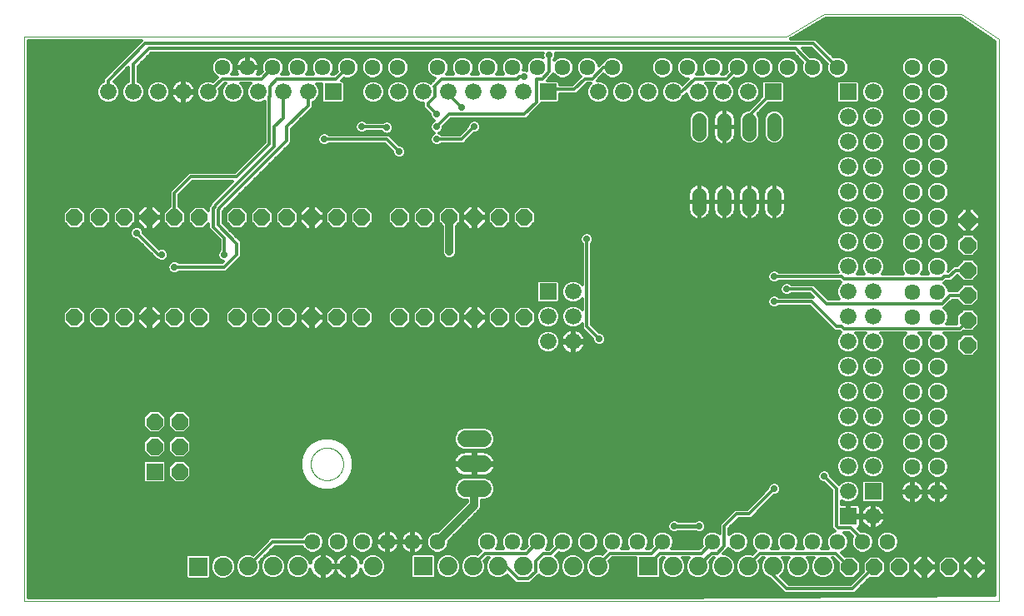
<source format=gbl>
G75*
%MOIN*%
%OFA0B0*%
%FSLAX25Y25*%
%IPPOS*%
%LPD*%
%AMOC8*
5,1,8,0,0,1.08239X$1,22.5*
%
%ADD10C,0.00000*%
%ADD11C,0.00100*%
%ADD12C,0.06337*%
%ADD13R,0.07400X0.07400*%
%ADD14C,0.07400*%
%ADD15R,0.06600X0.06600*%
%ADD16C,0.06600*%
%ADD17OC8,0.06600*%
%ADD18C,0.05600*%
%ADD19C,0.06800*%
%ADD20OC8,0.06400*%
%ADD21C,0.01200*%
%ADD22C,0.02778*%
%ADD23C,0.03200*%
%ADD24C,0.01600*%
D10*
X0045000Y0005000D02*
X0434951Y0005000D01*
X0434951Y0229961D01*
X0159500Y0060000D02*
X0159502Y0060161D01*
X0159508Y0060321D01*
X0159518Y0060482D01*
X0159532Y0060642D01*
X0159550Y0060802D01*
X0159571Y0060961D01*
X0159597Y0061120D01*
X0159627Y0061278D01*
X0159660Y0061435D01*
X0159698Y0061592D01*
X0159739Y0061747D01*
X0159784Y0061901D01*
X0159833Y0062054D01*
X0159886Y0062206D01*
X0159942Y0062357D01*
X0160003Y0062506D01*
X0160066Y0062654D01*
X0160134Y0062800D01*
X0160205Y0062944D01*
X0160279Y0063086D01*
X0160357Y0063227D01*
X0160439Y0063365D01*
X0160524Y0063502D01*
X0160612Y0063636D01*
X0160704Y0063768D01*
X0160799Y0063898D01*
X0160897Y0064026D01*
X0160998Y0064151D01*
X0161102Y0064273D01*
X0161209Y0064393D01*
X0161319Y0064510D01*
X0161432Y0064625D01*
X0161548Y0064736D01*
X0161667Y0064845D01*
X0161788Y0064950D01*
X0161912Y0065053D01*
X0162038Y0065153D01*
X0162166Y0065249D01*
X0162297Y0065342D01*
X0162431Y0065432D01*
X0162566Y0065519D01*
X0162704Y0065602D01*
X0162843Y0065682D01*
X0162985Y0065758D01*
X0163128Y0065831D01*
X0163273Y0065900D01*
X0163420Y0065966D01*
X0163568Y0066028D01*
X0163718Y0066086D01*
X0163869Y0066141D01*
X0164022Y0066192D01*
X0164176Y0066239D01*
X0164331Y0066282D01*
X0164487Y0066321D01*
X0164643Y0066357D01*
X0164801Y0066388D01*
X0164959Y0066416D01*
X0165118Y0066440D01*
X0165278Y0066460D01*
X0165438Y0066476D01*
X0165598Y0066488D01*
X0165759Y0066496D01*
X0165920Y0066500D01*
X0166080Y0066500D01*
X0166241Y0066496D01*
X0166402Y0066488D01*
X0166562Y0066476D01*
X0166722Y0066460D01*
X0166882Y0066440D01*
X0167041Y0066416D01*
X0167199Y0066388D01*
X0167357Y0066357D01*
X0167513Y0066321D01*
X0167669Y0066282D01*
X0167824Y0066239D01*
X0167978Y0066192D01*
X0168131Y0066141D01*
X0168282Y0066086D01*
X0168432Y0066028D01*
X0168580Y0065966D01*
X0168727Y0065900D01*
X0168872Y0065831D01*
X0169015Y0065758D01*
X0169157Y0065682D01*
X0169296Y0065602D01*
X0169434Y0065519D01*
X0169569Y0065432D01*
X0169703Y0065342D01*
X0169834Y0065249D01*
X0169962Y0065153D01*
X0170088Y0065053D01*
X0170212Y0064950D01*
X0170333Y0064845D01*
X0170452Y0064736D01*
X0170568Y0064625D01*
X0170681Y0064510D01*
X0170791Y0064393D01*
X0170898Y0064273D01*
X0171002Y0064151D01*
X0171103Y0064026D01*
X0171201Y0063898D01*
X0171296Y0063768D01*
X0171388Y0063636D01*
X0171476Y0063502D01*
X0171561Y0063365D01*
X0171643Y0063227D01*
X0171721Y0063086D01*
X0171795Y0062944D01*
X0171866Y0062800D01*
X0171934Y0062654D01*
X0171997Y0062506D01*
X0172058Y0062357D01*
X0172114Y0062206D01*
X0172167Y0062054D01*
X0172216Y0061901D01*
X0172261Y0061747D01*
X0172302Y0061592D01*
X0172340Y0061435D01*
X0172373Y0061278D01*
X0172403Y0061120D01*
X0172429Y0060961D01*
X0172450Y0060802D01*
X0172468Y0060642D01*
X0172482Y0060482D01*
X0172492Y0060321D01*
X0172498Y0060161D01*
X0172500Y0060000D01*
X0172498Y0059839D01*
X0172492Y0059679D01*
X0172482Y0059518D01*
X0172468Y0059358D01*
X0172450Y0059198D01*
X0172429Y0059039D01*
X0172403Y0058880D01*
X0172373Y0058722D01*
X0172340Y0058565D01*
X0172302Y0058408D01*
X0172261Y0058253D01*
X0172216Y0058099D01*
X0172167Y0057946D01*
X0172114Y0057794D01*
X0172058Y0057643D01*
X0171997Y0057494D01*
X0171934Y0057346D01*
X0171866Y0057200D01*
X0171795Y0057056D01*
X0171721Y0056914D01*
X0171643Y0056773D01*
X0171561Y0056635D01*
X0171476Y0056498D01*
X0171388Y0056364D01*
X0171296Y0056232D01*
X0171201Y0056102D01*
X0171103Y0055974D01*
X0171002Y0055849D01*
X0170898Y0055727D01*
X0170791Y0055607D01*
X0170681Y0055490D01*
X0170568Y0055375D01*
X0170452Y0055264D01*
X0170333Y0055155D01*
X0170212Y0055050D01*
X0170088Y0054947D01*
X0169962Y0054847D01*
X0169834Y0054751D01*
X0169703Y0054658D01*
X0169569Y0054568D01*
X0169434Y0054481D01*
X0169296Y0054398D01*
X0169157Y0054318D01*
X0169015Y0054242D01*
X0168872Y0054169D01*
X0168727Y0054100D01*
X0168580Y0054034D01*
X0168432Y0053972D01*
X0168282Y0053914D01*
X0168131Y0053859D01*
X0167978Y0053808D01*
X0167824Y0053761D01*
X0167669Y0053718D01*
X0167513Y0053679D01*
X0167357Y0053643D01*
X0167199Y0053612D01*
X0167041Y0053584D01*
X0166882Y0053560D01*
X0166722Y0053540D01*
X0166562Y0053524D01*
X0166402Y0053512D01*
X0166241Y0053504D01*
X0166080Y0053500D01*
X0165920Y0053500D01*
X0165759Y0053504D01*
X0165598Y0053512D01*
X0165438Y0053524D01*
X0165278Y0053540D01*
X0165118Y0053560D01*
X0164959Y0053584D01*
X0164801Y0053612D01*
X0164643Y0053643D01*
X0164487Y0053679D01*
X0164331Y0053718D01*
X0164176Y0053761D01*
X0164022Y0053808D01*
X0163869Y0053859D01*
X0163718Y0053914D01*
X0163568Y0053972D01*
X0163420Y0054034D01*
X0163273Y0054100D01*
X0163128Y0054169D01*
X0162985Y0054242D01*
X0162843Y0054318D01*
X0162704Y0054398D01*
X0162566Y0054481D01*
X0162431Y0054568D01*
X0162297Y0054658D01*
X0162166Y0054751D01*
X0162038Y0054847D01*
X0161912Y0054947D01*
X0161788Y0055050D01*
X0161667Y0055155D01*
X0161548Y0055264D01*
X0161432Y0055375D01*
X0161319Y0055490D01*
X0161209Y0055607D01*
X0161102Y0055727D01*
X0160998Y0055849D01*
X0160897Y0055974D01*
X0160799Y0056102D01*
X0160704Y0056232D01*
X0160612Y0056364D01*
X0160524Y0056498D01*
X0160439Y0056635D01*
X0160357Y0056773D01*
X0160279Y0056914D01*
X0160205Y0057056D01*
X0160134Y0057200D01*
X0160066Y0057346D01*
X0160003Y0057494D01*
X0159942Y0057643D01*
X0159886Y0057794D01*
X0159833Y0057946D01*
X0159784Y0058099D01*
X0159739Y0058253D01*
X0159698Y0058408D01*
X0159660Y0058565D01*
X0159627Y0058722D01*
X0159597Y0058880D01*
X0159571Y0059039D01*
X0159550Y0059198D01*
X0159532Y0059358D01*
X0159518Y0059518D01*
X0159508Y0059679D01*
X0159502Y0059839D01*
X0159500Y0060000D01*
X0045000Y0005000D02*
X0045000Y0229961D01*
D11*
X0045000Y0230000D02*
X0045000Y0231250D01*
X0350000Y0231250D01*
X0365000Y0240000D01*
X0420000Y0240000D01*
X0435000Y0230000D01*
D12*
X0410250Y0218750D03*
X0400250Y0218750D03*
X0400250Y0208750D03*
X0410250Y0208750D03*
X0410250Y0198750D03*
X0400250Y0198750D03*
X0400250Y0188750D03*
X0410250Y0188750D03*
X0410250Y0178750D03*
X0400250Y0178750D03*
X0400250Y0168750D03*
X0410250Y0168750D03*
X0410250Y0158750D03*
X0400250Y0158750D03*
X0400250Y0148750D03*
X0410250Y0148750D03*
X0410250Y0138750D03*
X0400250Y0138750D03*
X0400250Y0128750D03*
X0410250Y0128750D03*
X0410250Y0118750D03*
X0400250Y0118750D03*
X0400250Y0108750D03*
X0410250Y0108750D03*
X0410250Y0098750D03*
X0400250Y0098750D03*
X0400250Y0088750D03*
X0410250Y0088750D03*
X0410250Y0078750D03*
X0400250Y0078750D03*
X0400250Y0068750D03*
X0410250Y0068750D03*
X0410250Y0058750D03*
X0400250Y0058750D03*
X0400250Y0048750D03*
X0410250Y0048750D03*
X0390250Y0028750D03*
X0380250Y0028750D03*
X0370250Y0028750D03*
X0360250Y0028750D03*
X0350250Y0028750D03*
X0340250Y0028750D03*
X0330250Y0028750D03*
X0320250Y0028750D03*
X0300250Y0028750D03*
X0290250Y0028750D03*
X0280250Y0028750D03*
X0270250Y0028750D03*
X0260250Y0028750D03*
X0250250Y0028750D03*
X0240250Y0028750D03*
X0230250Y0028750D03*
X0210250Y0028750D03*
X0200250Y0028750D03*
X0190250Y0028750D03*
X0180250Y0028750D03*
X0170250Y0028750D03*
X0160250Y0028750D03*
X0164250Y0218750D03*
X0154250Y0218750D03*
X0144250Y0218750D03*
X0134250Y0218750D03*
X0124250Y0218750D03*
X0174250Y0218750D03*
X0184250Y0218750D03*
X0194250Y0218750D03*
X0210250Y0218750D03*
X0220250Y0218750D03*
X0230250Y0218750D03*
X0240250Y0218750D03*
X0250250Y0218750D03*
X0260250Y0218750D03*
X0270250Y0218750D03*
X0280250Y0218750D03*
X0300250Y0218750D03*
X0310250Y0218750D03*
X0320250Y0218750D03*
X0330250Y0218750D03*
X0340250Y0218750D03*
X0350250Y0218750D03*
X0360250Y0218750D03*
X0370250Y0218750D03*
D13*
X0294500Y0019000D03*
X0204500Y0019000D03*
X0114472Y0018949D03*
D14*
X0124472Y0018949D03*
X0134500Y0018996D03*
X0144500Y0019000D03*
X0154500Y0019000D03*
X0164500Y0019000D03*
X0174500Y0019000D03*
X0184500Y0019000D03*
X0214500Y0019000D03*
X0224500Y0019000D03*
X0234500Y0019000D03*
X0244500Y0019000D03*
X0254500Y0019000D03*
X0264500Y0019000D03*
X0274500Y0019000D03*
X0304500Y0019000D03*
X0314500Y0019000D03*
X0324500Y0019000D03*
X0334500Y0019000D03*
X0344500Y0019000D03*
X0354500Y0019000D03*
X0364500Y0019000D03*
D15*
X0374500Y0039000D03*
X0384500Y0049000D03*
X0254500Y0129000D03*
X0254500Y0209000D03*
X0168500Y0209000D03*
X0344500Y0209000D03*
X0374500Y0209000D03*
X0097063Y0056953D03*
D16*
X0254500Y0109000D03*
X0264500Y0109000D03*
X0264500Y0119000D03*
X0254500Y0119000D03*
X0264500Y0129000D03*
X0374500Y0129000D03*
X0384500Y0129000D03*
X0384500Y0119000D03*
X0374500Y0119000D03*
X0374500Y0109000D03*
X0384500Y0109000D03*
X0384500Y0099000D03*
X0374500Y0099000D03*
X0374500Y0089000D03*
X0384500Y0089000D03*
X0384500Y0079000D03*
X0374500Y0079000D03*
X0374500Y0069000D03*
X0384500Y0069000D03*
X0384500Y0059000D03*
X0374500Y0059000D03*
X0374500Y0049000D03*
X0384500Y0039000D03*
X0384500Y0139000D03*
X0374500Y0139000D03*
X0374500Y0149000D03*
X0384500Y0149000D03*
X0384500Y0159000D03*
X0374500Y0159000D03*
X0374500Y0169000D03*
X0384500Y0169000D03*
X0384500Y0179000D03*
X0374500Y0179000D03*
X0374500Y0189000D03*
X0384500Y0189000D03*
X0384500Y0199000D03*
X0374500Y0199000D03*
X0384500Y0209000D03*
X0334500Y0209000D03*
X0324500Y0209000D03*
X0314500Y0209000D03*
X0304500Y0209000D03*
X0294500Y0209000D03*
X0284500Y0209000D03*
X0274500Y0209000D03*
X0244500Y0209000D03*
X0234500Y0209000D03*
X0224500Y0209000D03*
X0214500Y0209000D03*
X0204500Y0209000D03*
X0194500Y0209000D03*
X0184500Y0209000D03*
X0158500Y0209000D03*
X0148500Y0209000D03*
X0138500Y0209000D03*
X0128500Y0209000D03*
X0118500Y0209000D03*
X0108500Y0209000D03*
X0098500Y0209000D03*
X0088500Y0209000D03*
X0078500Y0209000D03*
D17*
X0097063Y0076953D03*
X0107063Y0076953D03*
X0107063Y0066953D03*
X0097063Y0066953D03*
X0107063Y0056953D03*
D18*
X0315000Y0162200D02*
X0315000Y0167800D01*
X0325000Y0167800D02*
X0325000Y0162200D01*
X0335000Y0162200D02*
X0335000Y0167800D01*
X0345000Y0167800D02*
X0345000Y0162200D01*
X0345000Y0192200D02*
X0345000Y0197800D01*
X0335000Y0197800D02*
X0335000Y0192200D01*
X0325000Y0192200D02*
X0325000Y0197800D01*
X0315000Y0197800D02*
X0315000Y0192200D01*
D19*
X0228400Y0070000D02*
X0221600Y0070000D01*
X0221600Y0060000D02*
X0228400Y0060000D01*
X0228400Y0050000D02*
X0221600Y0050000D01*
D20*
X0225000Y0118750D03*
X0215000Y0118750D03*
X0205000Y0118750D03*
X0195000Y0118750D03*
X0180000Y0118750D03*
X0170000Y0118750D03*
X0160000Y0118750D03*
X0150000Y0118750D03*
X0140000Y0118750D03*
X0130000Y0118750D03*
X0115000Y0118750D03*
X0105000Y0118750D03*
X0095000Y0118750D03*
X0085000Y0118750D03*
X0075000Y0118750D03*
X0065000Y0118750D03*
X0065000Y0158750D03*
X0075000Y0158750D03*
X0085000Y0158750D03*
X0095000Y0158750D03*
X0105000Y0158750D03*
X0115000Y0158750D03*
X0130000Y0158750D03*
X0140000Y0158750D03*
X0150000Y0158750D03*
X0160000Y0158750D03*
X0170000Y0158750D03*
X0180000Y0158750D03*
X0195000Y0158750D03*
X0205000Y0158750D03*
X0215000Y0158750D03*
X0225000Y0158750D03*
X0235000Y0158750D03*
X0245000Y0158750D03*
X0245000Y0118750D03*
X0235000Y0118750D03*
X0375000Y0018750D03*
X0385000Y0018750D03*
X0395000Y0018750D03*
X0405000Y0018750D03*
X0415000Y0018750D03*
X0425000Y0018750D03*
X0422500Y0107500D03*
X0422500Y0117500D03*
X0422500Y0127500D03*
X0422500Y0137500D03*
X0422500Y0147500D03*
X0422500Y0157500D03*
D21*
X0422900Y0157211D02*
X0433351Y0157211D01*
X0433351Y0158409D02*
X0427300Y0158409D01*
X0427300Y0157900D02*
X0427300Y0159488D01*
X0424488Y0162300D01*
X0422900Y0162300D01*
X0422900Y0157900D01*
X0427300Y0157900D01*
X0427300Y0157100D02*
X0422900Y0157100D01*
X0422900Y0157900D01*
X0422100Y0157900D01*
X0422100Y0162300D01*
X0420512Y0162300D01*
X0417700Y0159488D01*
X0417700Y0157900D01*
X0422100Y0157900D01*
X0422100Y0157100D01*
X0422900Y0157100D01*
X0422900Y0152700D01*
X0424488Y0152700D01*
X0427300Y0155512D01*
X0427300Y0157100D01*
X0427300Y0156012D02*
X0433351Y0156012D01*
X0433351Y0154814D02*
X0426602Y0154814D01*
X0425404Y0153615D02*
X0433351Y0153615D01*
X0433351Y0152417D02*
X0412903Y0152417D01*
X0412781Y0152538D02*
X0411139Y0153218D01*
X0409361Y0153218D01*
X0407719Y0152538D01*
X0406462Y0151281D01*
X0405781Y0149639D01*
X0405781Y0147861D01*
X0406462Y0146219D01*
X0407719Y0144962D01*
X0409361Y0144281D01*
X0411139Y0144281D01*
X0412781Y0144962D01*
X0414038Y0146219D01*
X0414718Y0147861D01*
X0414718Y0149639D01*
X0414038Y0151281D01*
X0412781Y0152538D01*
X0414064Y0151218D02*
X0419854Y0151218D01*
X0420636Y0152000D02*
X0418000Y0149364D01*
X0418000Y0145636D01*
X0420636Y0143000D01*
X0424364Y0143000D01*
X0427000Y0145636D01*
X0427000Y0149364D01*
X0424364Y0152000D01*
X0420636Y0152000D01*
X0420512Y0152700D02*
X0422100Y0152700D01*
X0422100Y0157100D01*
X0417700Y0157100D01*
X0417700Y0155512D01*
X0420512Y0152700D01*
X0419596Y0153615D02*
X0217900Y0153615D01*
X0217900Y0152417D02*
X0268808Y0152417D01*
X0268477Y0152280D02*
X0267720Y0151523D01*
X0267311Y0150535D01*
X0267311Y0149465D01*
X0267720Y0148477D01*
X0268100Y0148097D01*
X0268100Y0131905D01*
X0267106Y0132900D01*
X0265415Y0133600D01*
X0263585Y0133600D01*
X0261894Y0132900D01*
X0260600Y0131606D01*
X0259900Y0129915D01*
X0259900Y0128085D01*
X0260600Y0126394D01*
X0261894Y0125100D01*
X0263585Y0124400D01*
X0265415Y0124400D01*
X0267106Y0125100D01*
X0268100Y0126095D01*
X0268100Y0121905D01*
X0267106Y0122900D01*
X0265415Y0123600D01*
X0263585Y0123600D01*
X0261894Y0122900D01*
X0260600Y0121606D01*
X0259900Y0119915D01*
X0259900Y0118085D01*
X0260600Y0116394D01*
X0261894Y0115100D01*
X0263585Y0114400D01*
X0265415Y0114400D01*
X0267106Y0115100D01*
X0268100Y0116095D01*
X0268100Y0114213D01*
X0272311Y0110002D01*
X0272311Y0109465D01*
X0272720Y0108477D01*
X0273477Y0107720D01*
X0274465Y0107311D01*
X0275535Y0107311D01*
X0276523Y0107720D01*
X0277280Y0108477D01*
X0277689Y0109465D01*
X0277689Y0110535D01*
X0277280Y0111523D01*
X0276523Y0112280D01*
X0275535Y0112689D01*
X0274998Y0112689D01*
X0271900Y0115787D01*
X0271900Y0148097D01*
X0272280Y0148477D01*
X0272689Y0149465D01*
X0272689Y0150535D01*
X0272280Y0151523D01*
X0271523Y0152280D01*
X0270535Y0152689D01*
X0269465Y0152689D01*
X0268477Y0152280D01*
X0267594Y0151218D02*
X0217900Y0151218D01*
X0217900Y0150020D02*
X0267311Y0150020D01*
X0267578Y0148821D02*
X0217900Y0148821D01*
X0217900Y0147623D02*
X0268100Y0147623D01*
X0268100Y0146424D02*
X0217900Y0146424D01*
X0217900Y0145226D02*
X0268100Y0145226D01*
X0268100Y0144027D02*
X0217736Y0144027D01*
X0217900Y0144423D02*
X0217900Y0155286D01*
X0219500Y0156886D01*
X0219500Y0160614D01*
X0216864Y0163250D01*
X0213136Y0163250D01*
X0210500Y0160614D01*
X0210500Y0156886D01*
X0212100Y0155286D01*
X0212100Y0144423D01*
X0212541Y0143357D01*
X0213357Y0142541D01*
X0214423Y0142100D01*
X0215577Y0142100D01*
X0216643Y0142541D01*
X0217458Y0143357D01*
X0217900Y0144423D01*
X0216930Y0142829D02*
X0268100Y0142829D01*
X0268100Y0141630D02*
X0130567Y0141630D01*
X0130787Y0141850D02*
X0130787Y0141850D01*
X0131900Y0142963D01*
X0131900Y0148992D01*
X0124385Y0156507D01*
X0124385Y0161033D01*
X0124475Y0161177D01*
X0151900Y0188602D01*
X0151900Y0194213D01*
X0160400Y0202713D01*
X0160400Y0204808D01*
X0161106Y0205100D01*
X0162400Y0206394D01*
X0163100Y0208085D01*
X0163100Y0209915D01*
X0162400Y0211606D01*
X0161815Y0212190D01*
X0163900Y0212190D01*
X0163900Y0205162D01*
X0164662Y0204400D01*
X0172338Y0204400D01*
X0173100Y0205162D01*
X0173100Y0212838D01*
X0172338Y0213600D01*
X0171787Y0213600D01*
X0172730Y0214543D01*
X0173361Y0214281D01*
X0175139Y0214281D01*
X0176781Y0214962D01*
X0178038Y0216219D01*
X0178718Y0217861D01*
X0178718Y0219639D01*
X0178038Y0221281D01*
X0176781Y0222538D01*
X0175139Y0223218D01*
X0173361Y0223218D01*
X0171719Y0222538D01*
X0170462Y0221281D01*
X0169781Y0219639D01*
X0169781Y0217861D01*
X0170043Y0217230D01*
X0168803Y0215990D01*
X0167810Y0215990D01*
X0168038Y0216219D01*
X0168718Y0217861D01*
X0168718Y0219639D01*
X0168038Y0221281D01*
X0166781Y0222538D01*
X0165139Y0223218D01*
X0163361Y0223218D01*
X0161719Y0222538D01*
X0160462Y0221281D01*
X0159781Y0219639D01*
X0159781Y0217861D01*
X0160462Y0216219D01*
X0160690Y0215990D01*
X0157810Y0215990D01*
X0158038Y0216219D01*
X0158718Y0217861D01*
X0158718Y0219639D01*
X0158038Y0221281D01*
X0156781Y0222538D01*
X0155139Y0223218D01*
X0153361Y0223218D01*
X0151719Y0222538D01*
X0150462Y0221281D01*
X0149781Y0219639D01*
X0149781Y0217861D01*
X0150462Y0216219D01*
X0150690Y0215990D01*
X0147810Y0215990D01*
X0148038Y0216219D01*
X0148718Y0217861D01*
X0148718Y0219639D01*
X0148038Y0221281D01*
X0146781Y0222538D01*
X0145139Y0223218D01*
X0143361Y0223218D01*
X0141719Y0222538D01*
X0140462Y0221281D01*
X0139781Y0219639D01*
X0139781Y0217861D01*
X0140043Y0217230D01*
X0138994Y0216181D01*
X0138278Y0216181D01*
X0138328Y0216251D01*
X0138669Y0216920D01*
X0138901Y0217633D01*
X0139017Y0218366D01*
X0134634Y0218366D01*
X0134634Y0219134D01*
X0133866Y0219134D01*
X0133866Y0218366D01*
X0129483Y0218366D01*
X0129599Y0217633D01*
X0129831Y0216920D01*
X0130172Y0216251D01*
X0130222Y0216181D01*
X0128001Y0216181D01*
X0128038Y0216219D01*
X0128718Y0217861D01*
X0128718Y0219639D01*
X0128038Y0221281D01*
X0126781Y0222538D01*
X0125139Y0223218D01*
X0123361Y0223218D01*
X0121719Y0222538D01*
X0120462Y0221281D01*
X0119781Y0219639D01*
X0119781Y0217861D01*
X0120462Y0216219D01*
X0121719Y0214962D01*
X0122112Y0214799D01*
X0120474Y0213161D01*
X0119415Y0213600D01*
X0117585Y0213600D01*
X0115894Y0212900D01*
X0114600Y0211606D01*
X0113900Y0209915D01*
X0113900Y0208085D01*
X0114600Y0206394D01*
X0115894Y0205100D01*
X0117585Y0204400D01*
X0119415Y0204400D01*
X0121106Y0205100D01*
X0122400Y0206394D01*
X0123100Y0208085D01*
X0123100Y0209915D01*
X0122954Y0210267D01*
X0125068Y0212381D01*
X0125376Y0212381D01*
X0124600Y0211606D01*
X0123900Y0209915D01*
X0123900Y0208085D01*
X0124600Y0206394D01*
X0125894Y0205100D01*
X0127585Y0204400D01*
X0129415Y0204400D01*
X0131106Y0205100D01*
X0132400Y0206394D01*
X0133100Y0208085D01*
X0133100Y0209915D01*
X0132400Y0211606D01*
X0131624Y0212381D01*
X0135376Y0212381D01*
X0134600Y0211606D01*
X0133900Y0209915D01*
X0133900Y0208085D01*
X0134600Y0206394D01*
X0135894Y0205100D01*
X0137585Y0204400D01*
X0139415Y0204400D01*
X0141103Y0205099D01*
X0141103Y0188790D01*
X0129213Y0176900D01*
X0110727Y0176900D01*
X0103100Y0169273D01*
X0103100Y0163214D01*
X0100500Y0160614D01*
X0100500Y0156886D01*
X0103136Y0154250D01*
X0106864Y0154250D01*
X0109500Y0156886D01*
X0109500Y0160614D01*
X0106900Y0163214D01*
X0106900Y0167699D01*
X0112301Y0173100D01*
X0128157Y0173100D01*
X0120429Y0165372D01*
X0120196Y0165319D01*
X0119891Y0164834D01*
X0119486Y0164428D01*
X0119486Y0164248D01*
X0119181Y0163943D01*
X0119181Y0163704D01*
X0119090Y0163560D01*
X0118685Y0163155D01*
X0118685Y0163080D01*
X0118558Y0162952D01*
X0118558Y0162713D01*
X0118430Y0162510D01*
X0118558Y0161951D01*
X0118558Y0161556D01*
X0116864Y0163250D01*
X0113136Y0163250D01*
X0110500Y0160614D01*
X0110500Y0156886D01*
X0113136Y0154250D01*
X0116864Y0154250D01*
X0118685Y0156071D01*
X0118685Y0154146D01*
X0119798Y0153033D01*
X0123100Y0149731D01*
X0123100Y0145653D01*
X0122720Y0145273D01*
X0122311Y0144285D01*
X0122311Y0143215D01*
X0122720Y0142227D01*
X0123477Y0141470D01*
X0124465Y0141061D01*
X0124624Y0141061D01*
X0124213Y0140650D01*
X0106903Y0140650D01*
X0106523Y0141030D01*
X0105535Y0141439D01*
X0104465Y0141439D01*
X0103477Y0141030D01*
X0102720Y0140273D01*
X0102311Y0139285D01*
X0102311Y0138215D01*
X0102720Y0137227D01*
X0103477Y0136470D01*
X0104465Y0136061D01*
X0105535Y0136061D01*
X0106523Y0136470D01*
X0106903Y0136850D01*
X0125787Y0136850D01*
X0126900Y0137963D01*
X0130787Y0141850D01*
X0131766Y0142829D02*
X0213070Y0142829D01*
X0212264Y0144027D02*
X0131900Y0144027D01*
X0131900Y0145226D02*
X0212100Y0145226D01*
X0212100Y0146424D02*
X0131900Y0146424D01*
X0131900Y0147623D02*
X0212100Y0147623D01*
X0212100Y0148821D02*
X0131900Y0148821D01*
X0130872Y0150020D02*
X0212100Y0150020D01*
X0212100Y0151218D02*
X0129673Y0151218D01*
X0128475Y0152417D02*
X0212100Y0152417D01*
X0212100Y0153615D02*
X0127276Y0153615D01*
X0128136Y0154250D02*
X0131864Y0154250D01*
X0134500Y0156886D01*
X0134500Y0160614D01*
X0131864Y0163250D01*
X0128136Y0163250D01*
X0125500Y0160614D01*
X0125500Y0156886D01*
X0128136Y0154250D01*
X0127572Y0154814D02*
X0126078Y0154814D01*
X0126374Y0156012D02*
X0124879Y0156012D01*
X0124385Y0157211D02*
X0125500Y0157211D01*
X0125500Y0158409D02*
X0124385Y0158409D01*
X0124385Y0159608D02*
X0125500Y0159608D01*
X0125693Y0160806D02*
X0124385Y0160806D01*
X0125303Y0162005D02*
X0126891Y0162005D01*
X0126502Y0163203D02*
X0128090Y0163203D01*
X0127700Y0164402D02*
X0310600Y0164402D01*
X0310600Y0164800D02*
X0310600Y0161854D01*
X0310708Y0161170D01*
X0310922Y0160511D01*
X0311237Y0159894D01*
X0311644Y0159334D01*
X0312134Y0158844D01*
X0312694Y0158437D01*
X0313311Y0158122D01*
X0313970Y0157908D01*
X0314654Y0157800D01*
X0314800Y0157800D01*
X0314800Y0164800D01*
X0315200Y0164800D01*
X0315200Y0165200D01*
X0319400Y0165200D01*
X0319400Y0168146D01*
X0319292Y0168830D01*
X0319078Y0169489D01*
X0318763Y0170106D01*
X0318356Y0170666D01*
X0317866Y0171156D01*
X0317306Y0171563D01*
X0316689Y0171878D01*
X0316030Y0172092D01*
X0315346Y0172200D01*
X0315200Y0172200D01*
X0315200Y0165200D01*
X0314800Y0165200D01*
X0314800Y0172200D01*
X0314654Y0172200D01*
X0313970Y0172092D01*
X0313311Y0171878D01*
X0312694Y0171563D01*
X0312134Y0171156D01*
X0311644Y0170666D01*
X0311237Y0170106D01*
X0310922Y0169489D01*
X0310708Y0168830D01*
X0310600Y0168146D01*
X0310600Y0165200D01*
X0314800Y0165200D01*
X0314800Y0164800D01*
X0310600Y0164800D01*
X0310600Y0165601D02*
X0128899Y0165601D01*
X0130097Y0166799D02*
X0310600Y0166799D01*
X0310600Y0167998D02*
X0131296Y0167998D01*
X0132494Y0169196D02*
X0310827Y0169196D01*
X0311446Y0170395D02*
X0133693Y0170395D01*
X0134891Y0171593D02*
X0312753Y0171593D01*
X0314800Y0171593D02*
X0315200Y0171593D01*
X0315200Y0170395D02*
X0314800Y0170395D01*
X0314800Y0169196D02*
X0315200Y0169196D01*
X0315200Y0167998D02*
X0314800Y0167998D01*
X0314800Y0166799D02*
X0315200Y0166799D01*
X0315200Y0165601D02*
X0314800Y0165601D01*
X0315200Y0164800D02*
X0319400Y0164800D01*
X0319400Y0161854D01*
X0319292Y0161170D01*
X0319078Y0160511D01*
X0318763Y0159894D01*
X0318356Y0159334D01*
X0317866Y0158844D01*
X0317306Y0158437D01*
X0316689Y0158122D01*
X0316030Y0157908D01*
X0315346Y0157800D01*
X0315200Y0157800D01*
X0315200Y0164800D01*
X0315200Y0164402D02*
X0314800Y0164402D01*
X0314800Y0163203D02*
X0315200Y0163203D01*
X0315200Y0162005D02*
X0314800Y0162005D01*
X0314800Y0160806D02*
X0315200Y0160806D01*
X0315200Y0159608D02*
X0314800Y0159608D01*
X0314800Y0158409D02*
X0315200Y0158409D01*
X0317252Y0158409D02*
X0322748Y0158409D01*
X0322694Y0158437D02*
X0323311Y0158122D01*
X0323970Y0157908D01*
X0324654Y0157800D01*
X0324800Y0157800D01*
X0324800Y0164800D01*
X0325200Y0164800D01*
X0325200Y0165200D01*
X0329400Y0165200D01*
X0329400Y0168146D01*
X0329292Y0168830D01*
X0329078Y0169489D01*
X0328763Y0170106D01*
X0328356Y0170666D01*
X0327866Y0171156D01*
X0327306Y0171563D01*
X0326689Y0171878D01*
X0326030Y0172092D01*
X0325346Y0172200D01*
X0325200Y0172200D01*
X0325200Y0165200D01*
X0324800Y0165200D01*
X0324800Y0172200D01*
X0324654Y0172200D01*
X0323970Y0172092D01*
X0323311Y0171878D01*
X0322694Y0171563D01*
X0322134Y0171156D01*
X0321644Y0170666D01*
X0321237Y0170106D01*
X0320922Y0169489D01*
X0320708Y0168830D01*
X0320600Y0168146D01*
X0320600Y0165200D01*
X0324800Y0165200D01*
X0324800Y0164800D01*
X0320600Y0164800D01*
X0320600Y0161854D01*
X0320708Y0161170D01*
X0320922Y0160511D01*
X0321237Y0159894D01*
X0321644Y0159334D01*
X0322134Y0158844D01*
X0322694Y0158437D01*
X0321445Y0159608D02*
X0318555Y0159608D01*
X0319174Y0160806D02*
X0320826Y0160806D01*
X0320600Y0162005D02*
X0319400Y0162005D01*
X0319400Y0163203D02*
X0320600Y0163203D01*
X0320600Y0164402D02*
X0319400Y0164402D01*
X0319400Y0165601D02*
X0320600Y0165601D01*
X0320600Y0166799D02*
X0319400Y0166799D01*
X0319400Y0167998D02*
X0320600Y0167998D01*
X0320827Y0169196D02*
X0319173Y0169196D01*
X0318554Y0170395D02*
X0321446Y0170395D01*
X0322753Y0171593D02*
X0317247Y0171593D01*
X0324800Y0171593D02*
X0325200Y0171593D01*
X0325200Y0170395D02*
X0324800Y0170395D01*
X0324800Y0169196D02*
X0325200Y0169196D01*
X0325200Y0167998D02*
X0324800Y0167998D01*
X0324800Y0166799D02*
X0325200Y0166799D01*
X0325200Y0165601D02*
X0324800Y0165601D01*
X0325200Y0164800D02*
X0329400Y0164800D01*
X0329400Y0161854D01*
X0329292Y0161170D01*
X0329078Y0160511D01*
X0328763Y0159894D01*
X0328356Y0159334D01*
X0327866Y0158844D01*
X0327306Y0158437D01*
X0326689Y0158122D01*
X0326030Y0157908D01*
X0325346Y0157800D01*
X0325200Y0157800D01*
X0325200Y0164800D01*
X0325200Y0164402D02*
X0324800Y0164402D01*
X0324800Y0163203D02*
X0325200Y0163203D01*
X0325200Y0162005D02*
X0324800Y0162005D01*
X0324800Y0160806D02*
X0325200Y0160806D01*
X0325200Y0159608D02*
X0324800Y0159608D01*
X0324800Y0158409D02*
X0325200Y0158409D01*
X0327252Y0158409D02*
X0332748Y0158409D01*
X0332694Y0158437D02*
X0333311Y0158122D01*
X0333970Y0157908D01*
X0334654Y0157800D01*
X0334800Y0157800D01*
X0334800Y0164800D01*
X0335200Y0164800D01*
X0335200Y0165200D01*
X0339400Y0165200D01*
X0339400Y0168146D01*
X0339292Y0168830D01*
X0339078Y0169489D01*
X0338763Y0170106D01*
X0338356Y0170666D01*
X0337866Y0171156D01*
X0337306Y0171563D01*
X0336689Y0171878D01*
X0336030Y0172092D01*
X0335346Y0172200D01*
X0335200Y0172200D01*
X0335200Y0165200D01*
X0334800Y0165200D01*
X0334800Y0172200D01*
X0334654Y0172200D01*
X0333970Y0172092D01*
X0333311Y0171878D01*
X0332694Y0171563D01*
X0332134Y0171156D01*
X0331644Y0170666D01*
X0331237Y0170106D01*
X0330922Y0169489D01*
X0330708Y0168830D01*
X0330600Y0168146D01*
X0330600Y0165200D01*
X0334800Y0165200D01*
X0334800Y0164800D01*
X0330600Y0164800D01*
X0330600Y0161854D01*
X0330708Y0161170D01*
X0330922Y0160511D01*
X0331237Y0159894D01*
X0331644Y0159334D01*
X0332134Y0158844D01*
X0332694Y0158437D01*
X0331445Y0159608D02*
X0328555Y0159608D01*
X0329174Y0160806D02*
X0330826Y0160806D01*
X0330600Y0162005D02*
X0329400Y0162005D01*
X0329400Y0163203D02*
X0330600Y0163203D01*
X0330600Y0164402D02*
X0329400Y0164402D01*
X0329400Y0165601D02*
X0330600Y0165601D01*
X0330600Y0166799D02*
X0329400Y0166799D01*
X0329400Y0167998D02*
X0330600Y0167998D01*
X0330827Y0169196D02*
X0329173Y0169196D01*
X0328554Y0170395D02*
X0331446Y0170395D01*
X0332753Y0171593D02*
X0327247Y0171593D01*
X0334800Y0171593D02*
X0335200Y0171593D01*
X0335200Y0170395D02*
X0334800Y0170395D01*
X0334800Y0169196D02*
X0335200Y0169196D01*
X0335200Y0167998D02*
X0334800Y0167998D01*
X0334800Y0166799D02*
X0335200Y0166799D01*
X0335200Y0165601D02*
X0334800Y0165601D01*
X0335200Y0164800D02*
X0339400Y0164800D01*
X0339400Y0161854D01*
X0339292Y0161170D01*
X0339078Y0160511D01*
X0338763Y0159894D01*
X0338356Y0159334D01*
X0337866Y0158844D01*
X0337306Y0158437D01*
X0336689Y0158122D01*
X0336030Y0157908D01*
X0335346Y0157800D01*
X0335200Y0157800D01*
X0335200Y0164800D01*
X0335200Y0164402D02*
X0334800Y0164402D01*
X0334800Y0163203D02*
X0335200Y0163203D01*
X0335200Y0162005D02*
X0334800Y0162005D01*
X0334800Y0160806D02*
X0335200Y0160806D01*
X0335200Y0159608D02*
X0334800Y0159608D01*
X0334800Y0158409D02*
X0335200Y0158409D01*
X0337252Y0158409D02*
X0342748Y0158409D01*
X0342694Y0158437D02*
X0343311Y0158122D01*
X0343970Y0157908D01*
X0344654Y0157800D01*
X0344800Y0157800D01*
X0344800Y0164800D01*
X0345200Y0164800D01*
X0345200Y0165200D01*
X0349400Y0165200D01*
X0349400Y0168146D01*
X0349292Y0168830D01*
X0349078Y0169489D01*
X0348763Y0170106D01*
X0348356Y0170666D01*
X0347866Y0171156D01*
X0347306Y0171563D01*
X0346689Y0171878D01*
X0346030Y0172092D01*
X0345346Y0172200D01*
X0345200Y0172200D01*
X0345200Y0165200D01*
X0344800Y0165200D01*
X0344800Y0172200D01*
X0344654Y0172200D01*
X0343970Y0172092D01*
X0343311Y0171878D01*
X0342694Y0171563D01*
X0342134Y0171156D01*
X0341644Y0170666D01*
X0341237Y0170106D01*
X0340922Y0169489D01*
X0340708Y0168830D01*
X0340600Y0168146D01*
X0340600Y0165200D01*
X0344800Y0165200D01*
X0344800Y0164800D01*
X0340600Y0164800D01*
X0340600Y0161854D01*
X0340708Y0161170D01*
X0340922Y0160511D01*
X0341237Y0159894D01*
X0341644Y0159334D01*
X0342134Y0158844D01*
X0342694Y0158437D01*
X0341445Y0159608D02*
X0338555Y0159608D01*
X0339174Y0160806D02*
X0340826Y0160806D01*
X0340600Y0162005D02*
X0339400Y0162005D01*
X0339400Y0163203D02*
X0340600Y0163203D01*
X0340600Y0164402D02*
X0339400Y0164402D01*
X0339400Y0165601D02*
X0340600Y0165601D01*
X0340600Y0166799D02*
X0339400Y0166799D01*
X0339400Y0167998D02*
X0340600Y0167998D01*
X0340827Y0169196D02*
X0339173Y0169196D01*
X0338554Y0170395D02*
X0341446Y0170395D01*
X0342753Y0171593D02*
X0337247Y0171593D01*
X0344800Y0171593D02*
X0345200Y0171593D01*
X0345200Y0170395D02*
X0344800Y0170395D01*
X0344800Y0169196D02*
X0345200Y0169196D01*
X0345200Y0167998D02*
X0344800Y0167998D01*
X0344800Y0166799D02*
X0345200Y0166799D01*
X0345200Y0165601D02*
X0344800Y0165601D01*
X0345200Y0164800D02*
X0349400Y0164800D01*
X0349400Y0161854D01*
X0349292Y0161170D01*
X0349078Y0160511D01*
X0348763Y0159894D01*
X0348356Y0159334D01*
X0347866Y0158844D01*
X0347306Y0158437D01*
X0346689Y0158122D01*
X0346030Y0157908D01*
X0345346Y0157800D01*
X0345200Y0157800D01*
X0345200Y0164800D01*
X0345200Y0164402D02*
X0344800Y0164402D01*
X0344800Y0163203D02*
X0345200Y0163203D01*
X0345200Y0162005D02*
X0344800Y0162005D01*
X0344800Y0160806D02*
X0345200Y0160806D01*
X0345200Y0159608D02*
X0344800Y0159608D01*
X0344800Y0158409D02*
X0345200Y0158409D01*
X0347252Y0158409D02*
X0369900Y0158409D01*
X0369900Y0158085D02*
X0370600Y0156394D01*
X0371894Y0155100D01*
X0373585Y0154400D01*
X0375415Y0154400D01*
X0377106Y0155100D01*
X0378400Y0156394D01*
X0379100Y0158085D01*
X0379100Y0159915D01*
X0378400Y0161606D01*
X0377106Y0162900D01*
X0375415Y0163600D01*
X0373585Y0163600D01*
X0371894Y0162900D01*
X0370600Y0161606D01*
X0369900Y0159915D01*
X0369900Y0158085D01*
X0370262Y0157211D02*
X0249500Y0157211D01*
X0249500Y0156886D02*
X0246864Y0154250D01*
X0243136Y0154250D01*
X0240500Y0156886D01*
X0240500Y0160614D01*
X0243136Y0163250D01*
X0246864Y0163250D01*
X0249500Y0160614D01*
X0249500Y0156886D01*
X0248626Y0156012D02*
X0370982Y0156012D01*
X0372586Y0154814D02*
X0247428Y0154814D01*
X0249500Y0158409D02*
X0312748Y0158409D01*
X0311445Y0159608D02*
X0249500Y0159608D01*
X0249307Y0160806D02*
X0310826Y0160806D01*
X0310600Y0162005D02*
X0248109Y0162005D01*
X0246910Y0163203D02*
X0310600Y0163203D01*
X0272406Y0151218D02*
X0370440Y0151218D01*
X0370600Y0151606D02*
X0369900Y0149915D01*
X0369900Y0148085D01*
X0370600Y0146394D01*
X0371894Y0145100D01*
X0373585Y0144400D01*
X0375415Y0144400D01*
X0377106Y0145100D01*
X0378400Y0146394D01*
X0379100Y0148085D01*
X0379100Y0149915D01*
X0378400Y0151606D01*
X0377106Y0152900D01*
X0375415Y0153600D01*
X0373585Y0153600D01*
X0371894Y0152900D01*
X0370600Y0151606D01*
X0371412Y0152417D02*
X0271192Y0152417D01*
X0270000Y0150000D02*
X0270000Y0115000D01*
X0275000Y0110000D01*
X0273125Y0108072D02*
X0269314Y0108072D01*
X0269279Y0107853D02*
X0269390Y0108550D01*
X0264950Y0108550D01*
X0264950Y0109450D01*
X0269390Y0109450D01*
X0269279Y0110147D01*
X0269041Y0110881D01*
X0268691Y0111568D01*
X0268238Y0112192D01*
X0267692Y0112737D01*
X0267068Y0113191D01*
X0266381Y0113541D01*
X0265647Y0113779D01*
X0264950Y0113890D01*
X0264950Y0109450D01*
X0264050Y0109450D01*
X0264050Y0113890D01*
X0263353Y0113779D01*
X0262619Y0113541D01*
X0261932Y0113191D01*
X0261308Y0112737D01*
X0260762Y0112192D01*
X0260309Y0111568D01*
X0259959Y0110881D01*
X0259721Y0110147D01*
X0259610Y0109450D01*
X0264050Y0109450D01*
X0264050Y0108550D01*
X0264950Y0108550D01*
X0264950Y0104110D01*
X0265647Y0104221D01*
X0266381Y0104459D01*
X0267068Y0104809D01*
X0267692Y0105262D01*
X0268238Y0105808D01*
X0268691Y0106432D01*
X0269041Y0107119D01*
X0269279Y0107853D01*
X0268916Y0106873D02*
X0370402Y0106873D01*
X0370600Y0106394D02*
X0371894Y0105100D01*
X0373585Y0104400D01*
X0375415Y0104400D01*
X0377106Y0105100D01*
X0378400Y0106394D01*
X0379100Y0108085D01*
X0379100Y0109915D01*
X0378400Y0111606D01*
X0377624Y0112381D01*
X0381376Y0112381D01*
X0380600Y0111606D01*
X0379900Y0109915D01*
X0379900Y0108085D01*
X0380600Y0106394D01*
X0381894Y0105100D01*
X0383585Y0104400D01*
X0385415Y0104400D01*
X0387106Y0105100D01*
X0388400Y0106394D01*
X0389100Y0108085D01*
X0389100Y0109915D01*
X0388400Y0111606D01*
X0387624Y0112381D01*
X0397562Y0112381D01*
X0396462Y0111281D01*
X0395781Y0109639D01*
X0395781Y0107861D01*
X0396462Y0106219D01*
X0397719Y0104962D01*
X0399361Y0104281D01*
X0401139Y0104281D01*
X0402781Y0104962D01*
X0404038Y0106219D01*
X0404718Y0107861D01*
X0404718Y0109639D01*
X0404038Y0111281D01*
X0402938Y0112381D01*
X0407562Y0112381D01*
X0406462Y0111281D01*
X0405781Y0109639D01*
X0405781Y0107861D01*
X0406462Y0106219D01*
X0407719Y0104962D01*
X0409361Y0104281D01*
X0411139Y0104281D01*
X0412781Y0104962D01*
X0414038Y0106219D01*
X0414718Y0107861D01*
X0414718Y0109639D01*
X0414038Y0111281D01*
X0412938Y0112381D01*
X0420068Y0112381D01*
X0420687Y0113000D01*
X0424364Y0113000D01*
X0427000Y0115636D01*
X0427000Y0119364D01*
X0424364Y0122000D01*
X0420636Y0122000D01*
X0418000Y0119364D01*
X0418000Y0116181D01*
X0414001Y0116181D01*
X0414038Y0116219D01*
X0414718Y0117861D01*
X0414718Y0119639D01*
X0414038Y0121281D01*
X0412913Y0122406D01*
X0414001Y0123494D01*
X0416106Y0125600D01*
X0418036Y0125600D01*
X0420636Y0123000D01*
X0424364Y0123000D01*
X0427000Y0125636D01*
X0427000Y0129364D01*
X0424364Y0132000D01*
X0420636Y0132000D01*
X0418036Y0129400D01*
X0414718Y0129400D01*
X0414718Y0129639D01*
X0414038Y0131281D01*
X0412913Y0132406D01*
X0413606Y0133100D01*
X0415787Y0133100D01*
X0416900Y0134213D01*
X0418162Y0135475D01*
X0420636Y0133000D01*
X0424364Y0133000D01*
X0427000Y0135636D01*
X0427000Y0139364D01*
X0424364Y0142000D01*
X0420636Y0142000D01*
X0418036Y0139400D01*
X0416713Y0139400D01*
X0414396Y0137083D01*
X0414718Y0137861D01*
X0414718Y0139639D01*
X0414038Y0141281D01*
X0412781Y0142538D01*
X0411139Y0143218D01*
X0409361Y0143218D01*
X0407719Y0142538D01*
X0406462Y0141281D01*
X0405781Y0139639D01*
X0405781Y0137861D01*
X0406462Y0136219D01*
X0406499Y0136181D01*
X0404001Y0136181D01*
X0404038Y0136219D01*
X0404718Y0137861D01*
X0404718Y0139639D01*
X0404038Y0141281D01*
X0402781Y0142538D01*
X0401139Y0143218D01*
X0399361Y0143218D01*
X0397719Y0142538D01*
X0396462Y0141281D01*
X0395781Y0139639D01*
X0395781Y0137861D01*
X0396462Y0136219D01*
X0396499Y0136181D01*
X0388187Y0136181D01*
X0388400Y0136394D01*
X0389100Y0138085D01*
X0389100Y0139915D01*
X0388400Y0141606D01*
X0387106Y0142900D01*
X0385415Y0143600D01*
X0383585Y0143600D01*
X0381894Y0142900D01*
X0380600Y0141606D01*
X0379900Y0139915D01*
X0379900Y0138085D01*
X0380600Y0136394D01*
X0380813Y0136181D01*
X0378187Y0136181D01*
X0378400Y0136394D01*
X0379100Y0138085D01*
X0379100Y0139915D01*
X0378400Y0141606D01*
X0377106Y0142900D01*
X0375415Y0143600D01*
X0373585Y0143600D01*
X0371894Y0142900D01*
X0370600Y0141606D01*
X0369900Y0139915D01*
X0369900Y0138085D01*
X0370391Y0136900D01*
X0346903Y0136900D01*
X0346523Y0137280D01*
X0345535Y0137689D01*
X0344465Y0137689D01*
X0343477Y0137280D01*
X0342720Y0136523D01*
X0342311Y0135535D01*
X0342311Y0134465D01*
X0342720Y0133477D01*
X0343477Y0132720D01*
X0344465Y0132311D01*
X0345535Y0132311D01*
X0346523Y0132720D01*
X0346903Y0133100D01*
X0371208Y0133100D01*
X0371651Y0132656D01*
X0370600Y0131606D01*
X0369900Y0129915D01*
X0369900Y0128085D01*
X0370600Y0126394D01*
X0370813Y0126181D01*
X0366505Y0126181D01*
X0361900Y0130787D01*
X0360787Y0131900D01*
X0351903Y0131900D01*
X0351523Y0132280D01*
X0350535Y0132689D01*
X0349465Y0132689D01*
X0348477Y0132280D01*
X0347720Y0131523D01*
X0347311Y0130535D01*
X0347311Y0129465D01*
X0347720Y0128477D01*
X0348477Y0127720D01*
X0349465Y0127311D01*
X0350535Y0127311D01*
X0351523Y0127720D01*
X0351903Y0128100D01*
X0359213Y0128100D01*
X0360413Y0126900D01*
X0346903Y0126900D01*
X0346523Y0127280D01*
X0345535Y0127689D01*
X0344465Y0127689D01*
X0343477Y0127280D01*
X0342720Y0126523D01*
X0342311Y0125535D01*
X0342311Y0124465D01*
X0342720Y0123477D01*
X0343477Y0122720D01*
X0344465Y0122311D01*
X0345535Y0122311D01*
X0346523Y0122720D01*
X0346903Y0123100D01*
X0359213Y0123100D01*
X0368100Y0114213D01*
X0369213Y0113100D01*
X0371208Y0113100D01*
X0371651Y0112656D01*
X0370600Y0111606D01*
X0369900Y0109915D01*
X0369900Y0108085D01*
X0370600Y0106394D01*
X0371320Y0105675D02*
X0268105Y0105675D01*
X0266415Y0104476D02*
X0373400Y0104476D01*
X0373585Y0103600D02*
X0371894Y0102900D01*
X0370600Y0101606D01*
X0369900Y0099915D01*
X0369900Y0098085D01*
X0370600Y0096394D01*
X0371894Y0095100D01*
X0373585Y0094400D01*
X0375415Y0094400D01*
X0377106Y0095100D01*
X0378400Y0096394D01*
X0379100Y0098085D01*
X0379100Y0099915D01*
X0378400Y0101606D01*
X0377106Y0102900D01*
X0375415Y0103600D01*
X0373585Y0103600D01*
X0372807Y0103278D02*
X0046600Y0103278D01*
X0046600Y0104476D02*
X0253400Y0104476D01*
X0253585Y0104400D02*
X0255415Y0104400D01*
X0257106Y0105100D01*
X0258400Y0106394D01*
X0259100Y0108085D01*
X0259100Y0109915D01*
X0258400Y0111606D01*
X0257106Y0112900D01*
X0255415Y0113600D01*
X0253585Y0113600D01*
X0251894Y0112900D01*
X0250600Y0111606D01*
X0249900Y0109915D01*
X0249900Y0108085D01*
X0250600Y0106394D01*
X0251894Y0105100D01*
X0253585Y0104400D01*
X0255600Y0104476D02*
X0262585Y0104476D01*
X0262619Y0104459D02*
X0263353Y0104221D01*
X0264050Y0104110D01*
X0264050Y0108550D01*
X0259610Y0108550D01*
X0259721Y0107853D01*
X0259959Y0107119D01*
X0260309Y0106432D01*
X0260762Y0105808D01*
X0261308Y0105262D01*
X0261932Y0104809D01*
X0262619Y0104459D01*
X0264050Y0104476D02*
X0264950Y0104476D01*
X0264950Y0105675D02*
X0264050Y0105675D01*
X0264050Y0106873D02*
X0264950Y0106873D01*
X0264950Y0108072D02*
X0264050Y0108072D01*
X0264050Y0109270D02*
X0259100Y0109270D01*
X0259095Y0108072D02*
X0259686Y0108072D01*
X0260084Y0106873D02*
X0258598Y0106873D01*
X0257680Y0105675D02*
X0260895Y0105675D01*
X0264950Y0109270D02*
X0272392Y0109270D01*
X0271844Y0110469D02*
X0269175Y0110469D01*
X0268619Y0111668D02*
X0270645Y0111668D01*
X0269447Y0112866D02*
X0267515Y0112866D01*
X0268248Y0114065D02*
X0227103Y0114065D01*
X0226988Y0113950D02*
X0229800Y0116762D01*
X0229800Y0118350D01*
X0225400Y0118350D01*
X0225400Y0119150D01*
X0224600Y0119150D01*
X0224600Y0123550D01*
X0223012Y0123550D01*
X0220200Y0120738D01*
X0220200Y0119150D01*
X0224600Y0119150D01*
X0224600Y0118350D01*
X0220200Y0118350D01*
X0220200Y0116762D01*
X0223012Y0113950D01*
X0224600Y0113950D01*
X0224600Y0118350D01*
X0225400Y0118350D01*
X0225400Y0113950D01*
X0226988Y0113950D01*
X0225400Y0114065D02*
X0224600Y0114065D01*
X0224600Y0115263D02*
X0225400Y0115263D01*
X0225400Y0116462D02*
X0224600Y0116462D01*
X0224600Y0117660D02*
X0225400Y0117660D01*
X0225400Y0118859D02*
X0230500Y0118859D01*
X0229800Y0119150D02*
X0229800Y0120738D01*
X0226988Y0123550D01*
X0225400Y0123550D01*
X0225400Y0119150D01*
X0229800Y0119150D01*
X0229800Y0120057D02*
X0230500Y0120057D01*
X0230500Y0120614D02*
X0230500Y0116886D01*
X0233136Y0114250D01*
X0236864Y0114250D01*
X0239500Y0116886D01*
X0239500Y0120614D01*
X0236864Y0123250D01*
X0233136Y0123250D01*
X0230500Y0120614D01*
X0231142Y0121256D02*
X0229283Y0121256D01*
X0228084Y0122454D02*
X0232340Y0122454D01*
X0237660Y0122454D02*
X0242340Y0122454D01*
X0243136Y0123250D02*
X0240500Y0120614D01*
X0240500Y0116886D01*
X0243136Y0114250D01*
X0246864Y0114250D01*
X0249500Y0116886D01*
X0249500Y0120614D01*
X0246864Y0123250D01*
X0243136Y0123250D01*
X0241142Y0121256D02*
X0238858Y0121256D01*
X0239500Y0120057D02*
X0240500Y0120057D01*
X0240500Y0118859D02*
X0239500Y0118859D01*
X0239500Y0117660D02*
X0240500Y0117660D01*
X0240924Y0116462D02*
X0239076Y0116462D01*
X0237877Y0115263D02*
X0242123Y0115263D01*
X0247877Y0115263D02*
X0251732Y0115263D01*
X0251894Y0115100D02*
X0253585Y0114400D01*
X0255415Y0114400D01*
X0257106Y0115100D01*
X0258400Y0116394D01*
X0259100Y0118085D01*
X0259100Y0119915D01*
X0258400Y0121606D01*
X0257106Y0122900D01*
X0255415Y0123600D01*
X0253585Y0123600D01*
X0251894Y0122900D01*
X0250600Y0121606D01*
X0249900Y0119915D01*
X0249900Y0118085D01*
X0250600Y0116394D01*
X0251894Y0115100D01*
X0250572Y0116462D02*
X0249076Y0116462D01*
X0249500Y0117660D02*
X0250076Y0117660D01*
X0249900Y0118859D02*
X0249500Y0118859D01*
X0249500Y0120057D02*
X0249959Y0120057D01*
X0250455Y0121256D02*
X0248858Y0121256D01*
X0247660Y0122454D02*
X0251449Y0122454D01*
X0250662Y0124400D02*
X0258338Y0124400D01*
X0259100Y0125162D01*
X0259100Y0132838D01*
X0258338Y0133600D01*
X0250662Y0133600D01*
X0249900Y0132838D01*
X0249900Y0125162D01*
X0250662Y0124400D01*
X0250210Y0124851D02*
X0046600Y0124851D01*
X0046600Y0123653D02*
X0268100Y0123653D01*
X0268100Y0124851D02*
X0266504Y0124851D01*
X0268055Y0126050D02*
X0268100Y0126050D01*
X0268100Y0122454D02*
X0267551Y0122454D01*
X0271900Y0122454D02*
X0344120Y0122454D01*
X0345880Y0122454D02*
X0359859Y0122454D01*
X0361057Y0121256D02*
X0271900Y0121256D01*
X0271900Y0120057D02*
X0362256Y0120057D01*
X0363454Y0118859D02*
X0271900Y0118859D01*
X0271900Y0117660D02*
X0364653Y0117660D01*
X0365851Y0116462D02*
X0271900Y0116462D01*
X0272424Y0115263D02*
X0367050Y0115263D01*
X0368248Y0114065D02*
X0273622Y0114065D01*
X0274821Y0112866D02*
X0371442Y0112866D01*
X0370662Y0111668D02*
X0277135Y0111668D01*
X0277689Y0110469D02*
X0370129Y0110469D01*
X0369900Y0109270D02*
X0277608Y0109270D01*
X0276875Y0108072D02*
X0369905Y0108072D01*
X0375600Y0104476D02*
X0383400Y0104476D01*
X0383585Y0103600D02*
X0381894Y0102900D01*
X0380600Y0101606D01*
X0379900Y0099915D01*
X0379900Y0098085D01*
X0380600Y0096394D01*
X0381894Y0095100D01*
X0383585Y0094400D01*
X0385415Y0094400D01*
X0387106Y0095100D01*
X0388400Y0096394D01*
X0389100Y0098085D01*
X0389100Y0099915D01*
X0388400Y0101606D01*
X0387106Y0102900D01*
X0385415Y0103600D01*
X0383585Y0103600D01*
X0382807Y0103278D02*
X0376193Y0103278D01*
X0377926Y0102079D02*
X0381074Y0102079D01*
X0380300Y0100881D02*
X0378700Y0100881D01*
X0379100Y0099682D02*
X0379900Y0099682D01*
X0379900Y0098484D02*
X0379100Y0098484D01*
X0378769Y0097285D02*
X0380231Y0097285D01*
X0380908Y0096087D02*
X0378092Y0096087D01*
X0376594Y0094888D02*
X0382406Y0094888D01*
X0383585Y0093600D02*
X0381894Y0092900D01*
X0380600Y0091606D01*
X0379900Y0089915D01*
X0379900Y0088085D01*
X0380600Y0086394D01*
X0381894Y0085100D01*
X0383585Y0084400D01*
X0385415Y0084400D01*
X0387106Y0085100D01*
X0388400Y0086394D01*
X0389100Y0088085D01*
X0389100Y0089915D01*
X0388400Y0091606D01*
X0387106Y0092900D01*
X0385415Y0093600D01*
X0383585Y0093600D01*
X0381486Y0092491D02*
X0377514Y0092491D01*
X0377106Y0092900D02*
X0378400Y0091606D01*
X0379100Y0089915D01*
X0379100Y0088085D01*
X0378400Y0086394D01*
X0377106Y0085100D01*
X0375415Y0084400D01*
X0373585Y0084400D01*
X0371894Y0085100D01*
X0370600Y0086394D01*
X0369900Y0088085D01*
X0369900Y0089915D01*
X0370600Y0091606D01*
X0371894Y0092900D01*
X0373585Y0093600D01*
X0375415Y0093600D01*
X0377106Y0092900D01*
X0378529Y0091293D02*
X0380471Y0091293D01*
X0379974Y0090094D02*
X0379026Y0090094D01*
X0379100Y0088896D02*
X0379900Y0088896D01*
X0380061Y0087697D02*
X0378939Y0087697D01*
X0378443Y0086499D02*
X0380557Y0086499D01*
X0381694Y0085300D02*
X0377306Y0085300D01*
X0377097Y0082903D02*
X0381903Y0082903D01*
X0381894Y0082900D02*
X0380600Y0081606D01*
X0379900Y0079915D01*
X0379900Y0078085D01*
X0380600Y0076394D01*
X0381894Y0075100D01*
X0383585Y0074400D01*
X0385415Y0074400D01*
X0387106Y0075100D01*
X0388400Y0076394D01*
X0389100Y0078085D01*
X0389100Y0079915D01*
X0388400Y0081606D01*
X0387106Y0082900D01*
X0385415Y0083600D01*
X0383585Y0083600D01*
X0381894Y0082900D01*
X0380699Y0081705D02*
X0378301Y0081705D01*
X0378400Y0081606D02*
X0377106Y0082900D01*
X0375415Y0083600D01*
X0373585Y0083600D01*
X0371894Y0082900D01*
X0370600Y0081606D01*
X0369900Y0079915D01*
X0369900Y0078085D01*
X0370600Y0076394D01*
X0371894Y0075100D01*
X0373585Y0074400D01*
X0375415Y0074400D01*
X0377106Y0075100D01*
X0378400Y0076394D01*
X0379100Y0078085D01*
X0379100Y0079915D01*
X0378400Y0081606D01*
X0378855Y0080506D02*
X0380145Y0080506D01*
X0379900Y0079308D02*
X0379100Y0079308D01*
X0379100Y0078109D02*
X0379900Y0078109D01*
X0380386Y0076911D02*
X0378614Y0076911D01*
X0377718Y0075712D02*
X0381282Y0075712D01*
X0383311Y0074514D02*
X0375689Y0074514D01*
X0375415Y0073600D02*
X0373585Y0073600D01*
X0371894Y0072900D01*
X0370600Y0071606D01*
X0369900Y0069915D01*
X0369900Y0068085D01*
X0370600Y0066394D01*
X0371894Y0065100D01*
X0373585Y0064400D01*
X0375415Y0064400D01*
X0377106Y0065100D01*
X0378400Y0066394D01*
X0379100Y0068085D01*
X0379100Y0069915D01*
X0378400Y0071606D01*
X0377106Y0072900D01*
X0375415Y0073600D01*
X0376103Y0073315D02*
X0382897Y0073315D01*
X0383585Y0073600D02*
X0381894Y0072900D01*
X0380600Y0071606D01*
X0379900Y0069915D01*
X0379900Y0068085D01*
X0380600Y0066394D01*
X0381894Y0065100D01*
X0383585Y0064400D01*
X0385415Y0064400D01*
X0387106Y0065100D01*
X0388400Y0066394D01*
X0389100Y0068085D01*
X0389100Y0069915D01*
X0388400Y0071606D01*
X0387106Y0072900D01*
X0385415Y0073600D01*
X0383585Y0073600D01*
X0385689Y0074514D02*
X0398801Y0074514D01*
X0399361Y0074281D02*
X0401139Y0074281D01*
X0402781Y0074962D01*
X0404038Y0076219D01*
X0404718Y0077861D01*
X0404718Y0079639D01*
X0404038Y0081281D01*
X0402781Y0082538D01*
X0401139Y0083218D01*
X0399361Y0083218D01*
X0397719Y0082538D01*
X0396462Y0081281D01*
X0395781Y0079639D01*
X0395781Y0077861D01*
X0396462Y0076219D01*
X0397719Y0074962D01*
X0399361Y0074281D01*
X0399361Y0073218D02*
X0397719Y0072538D01*
X0396462Y0071281D01*
X0395781Y0069639D01*
X0395781Y0067861D01*
X0396462Y0066219D01*
X0397719Y0064962D01*
X0399361Y0064281D01*
X0401139Y0064281D01*
X0402781Y0064962D01*
X0404038Y0066219D01*
X0404718Y0067861D01*
X0404718Y0069639D01*
X0404038Y0071281D01*
X0402781Y0072538D01*
X0401139Y0073218D01*
X0399361Y0073218D01*
X0397297Y0072117D02*
X0387889Y0072117D01*
X0388684Y0070918D02*
X0396311Y0070918D01*
X0395815Y0069720D02*
X0389100Y0069720D01*
X0389100Y0068521D02*
X0395781Y0068521D01*
X0396005Y0067323D02*
X0388784Y0067323D01*
X0388129Y0066124D02*
X0396556Y0066124D01*
X0397806Y0064926D02*
X0386684Y0064926D01*
X0385415Y0063600D02*
X0383585Y0063600D01*
X0381894Y0062900D01*
X0380600Y0061606D01*
X0379900Y0059915D01*
X0379900Y0058085D01*
X0380600Y0056394D01*
X0381894Y0055100D01*
X0383585Y0054400D01*
X0385415Y0054400D01*
X0387106Y0055100D01*
X0388400Y0056394D01*
X0389100Y0058085D01*
X0389100Y0059915D01*
X0388400Y0061606D01*
X0387106Y0062900D01*
X0385415Y0063600D01*
X0387477Y0062529D02*
X0397709Y0062529D01*
X0397719Y0062538D02*
X0396462Y0061281D01*
X0395781Y0059639D01*
X0395781Y0057861D01*
X0396462Y0056219D01*
X0397719Y0054962D01*
X0399361Y0054281D01*
X0401139Y0054281D01*
X0402781Y0054962D01*
X0404038Y0056219D01*
X0404718Y0057861D01*
X0404718Y0059639D01*
X0404038Y0061281D01*
X0402781Y0062538D01*
X0401139Y0063218D01*
X0399361Y0063218D01*
X0397719Y0062538D01*
X0396511Y0061330D02*
X0388514Y0061330D01*
X0389010Y0060132D02*
X0395986Y0060132D01*
X0395781Y0058933D02*
X0389100Y0058933D01*
X0388955Y0057734D02*
X0395834Y0057734D01*
X0396330Y0056536D02*
X0388458Y0056536D01*
X0387343Y0055337D02*
X0397343Y0055337D01*
X0398420Y0053169D02*
X0397751Y0052828D01*
X0397144Y0052387D01*
X0396613Y0051856D01*
X0396172Y0051249D01*
X0395831Y0050580D01*
X0395599Y0049867D01*
X0395483Y0049134D01*
X0399866Y0049134D01*
X0399866Y0048366D01*
X0400634Y0048366D01*
X0400634Y0043983D01*
X0401367Y0044099D01*
X0402080Y0044331D01*
X0402749Y0044672D01*
X0403356Y0045113D01*
X0403887Y0045644D01*
X0404328Y0046251D01*
X0404669Y0046920D01*
X0404901Y0047633D01*
X0405017Y0048366D01*
X0400634Y0048366D01*
X0400634Y0049134D01*
X0405017Y0049134D01*
X0404901Y0049867D01*
X0404669Y0050580D01*
X0404328Y0051249D01*
X0403887Y0051856D01*
X0403356Y0052387D01*
X0402749Y0052828D01*
X0402080Y0053169D01*
X0401367Y0053401D01*
X0400634Y0053517D01*
X0400634Y0049134D01*
X0399866Y0049134D01*
X0399866Y0053517D01*
X0399133Y0053401D01*
X0398420Y0053169D01*
X0397971Y0052940D02*
X0388998Y0052940D01*
X0389100Y0052838D02*
X0388338Y0053600D01*
X0380662Y0053600D01*
X0379900Y0052838D01*
X0379900Y0045162D01*
X0380662Y0044400D01*
X0388338Y0044400D01*
X0389100Y0045162D01*
X0389100Y0052838D01*
X0389100Y0051742D02*
X0396530Y0051742D01*
X0395819Y0050543D02*
X0389100Y0050543D01*
X0389100Y0049345D02*
X0395516Y0049345D01*
X0395483Y0048366D02*
X0395599Y0047633D01*
X0395831Y0046920D01*
X0396172Y0046251D01*
X0396613Y0045644D01*
X0397144Y0045113D01*
X0397751Y0044672D01*
X0398420Y0044331D01*
X0399133Y0044099D01*
X0399866Y0043983D01*
X0399866Y0048366D01*
X0395483Y0048366D01*
X0395518Y0048146D02*
X0389100Y0048146D01*
X0389100Y0046948D02*
X0395822Y0046948D01*
X0396536Y0045749D02*
X0389100Y0045749D01*
X0388489Y0044551D02*
X0397988Y0044551D01*
X0399866Y0044551D02*
X0400634Y0044551D01*
X0400634Y0045749D02*
X0399866Y0045749D01*
X0399866Y0046948D02*
X0400634Y0046948D01*
X0400634Y0048146D02*
X0399866Y0048146D01*
X0399866Y0049345D02*
X0400634Y0049345D01*
X0400634Y0050543D02*
X0399866Y0050543D01*
X0399866Y0051742D02*
X0400634Y0051742D01*
X0400634Y0052940D02*
X0399866Y0052940D01*
X0402529Y0052940D02*
X0407971Y0052940D01*
X0407751Y0052828D02*
X0407144Y0052387D01*
X0406613Y0051856D01*
X0406172Y0051249D01*
X0405831Y0050580D01*
X0405599Y0049867D01*
X0405483Y0049134D01*
X0409866Y0049134D01*
X0409866Y0048366D01*
X0410634Y0048366D01*
X0410634Y0043983D01*
X0411367Y0044099D01*
X0412080Y0044331D01*
X0412749Y0044672D01*
X0413356Y0045113D01*
X0413887Y0045644D01*
X0414328Y0046251D01*
X0414669Y0046920D01*
X0414901Y0047633D01*
X0415017Y0048366D01*
X0410634Y0048366D01*
X0410634Y0049134D01*
X0415017Y0049134D01*
X0414901Y0049867D01*
X0414669Y0050580D01*
X0414328Y0051249D01*
X0413887Y0051856D01*
X0413356Y0052387D01*
X0412749Y0052828D01*
X0412080Y0053169D01*
X0411367Y0053401D01*
X0410634Y0053517D01*
X0410634Y0049134D01*
X0409866Y0049134D01*
X0409866Y0053517D01*
X0409133Y0053401D01*
X0408420Y0053169D01*
X0407751Y0052828D01*
X0406530Y0051742D02*
X0403970Y0051742D01*
X0404681Y0050543D02*
X0405819Y0050543D01*
X0405516Y0049345D02*
X0404984Y0049345D01*
X0405483Y0048366D02*
X0405599Y0047633D01*
X0405831Y0046920D01*
X0406172Y0046251D01*
X0406613Y0045644D01*
X0407144Y0045113D01*
X0407751Y0044672D01*
X0408420Y0044331D01*
X0409133Y0044099D01*
X0409866Y0043983D01*
X0409866Y0048366D01*
X0405483Y0048366D01*
X0405518Y0048146D02*
X0404982Y0048146D01*
X0404678Y0046948D02*
X0405822Y0046948D01*
X0406536Y0045749D02*
X0403964Y0045749D01*
X0402512Y0044551D02*
X0407988Y0044551D01*
X0409866Y0044551D02*
X0410634Y0044551D01*
X0410634Y0045749D02*
X0409866Y0045749D01*
X0409866Y0046948D02*
X0410634Y0046948D01*
X0410634Y0048146D02*
X0409866Y0048146D01*
X0409866Y0049345D02*
X0410634Y0049345D01*
X0410634Y0050543D02*
X0409866Y0050543D01*
X0409866Y0051742D02*
X0410634Y0051742D01*
X0410634Y0052940D02*
X0409866Y0052940D01*
X0409361Y0054281D02*
X0411139Y0054281D01*
X0412781Y0054962D01*
X0414038Y0056219D01*
X0414718Y0057861D01*
X0414718Y0059639D01*
X0414038Y0061281D01*
X0412781Y0062538D01*
X0411139Y0063218D01*
X0409361Y0063218D01*
X0407719Y0062538D01*
X0406462Y0061281D01*
X0405781Y0059639D01*
X0405781Y0057861D01*
X0406462Y0056219D01*
X0407719Y0054962D01*
X0409361Y0054281D01*
X0407343Y0055337D02*
X0403157Y0055337D01*
X0404170Y0056536D02*
X0406330Y0056536D01*
X0405834Y0057734D02*
X0404666Y0057734D01*
X0404718Y0058933D02*
X0405781Y0058933D01*
X0405986Y0060132D02*
X0404514Y0060132D01*
X0403989Y0061330D02*
X0406511Y0061330D01*
X0407709Y0062529D02*
X0402791Y0062529D01*
X0402694Y0064926D02*
X0407806Y0064926D01*
X0407719Y0064962D02*
X0409361Y0064281D01*
X0411139Y0064281D01*
X0412781Y0064962D01*
X0414038Y0066219D01*
X0414718Y0067861D01*
X0414718Y0069639D01*
X0414038Y0071281D01*
X0412781Y0072538D01*
X0411139Y0073218D01*
X0409361Y0073218D01*
X0407719Y0072538D01*
X0406462Y0071281D01*
X0405781Y0069639D01*
X0405781Y0067861D01*
X0406462Y0066219D01*
X0407719Y0064962D01*
X0406556Y0066124D02*
X0403943Y0066124D01*
X0404495Y0067323D02*
X0406005Y0067323D01*
X0405781Y0068521D02*
X0404718Y0068521D01*
X0404685Y0069720D02*
X0405815Y0069720D01*
X0406311Y0070918D02*
X0404189Y0070918D01*
X0403203Y0072117D02*
X0407297Y0072117D01*
X0408801Y0074514D02*
X0401699Y0074514D01*
X0403532Y0075712D02*
X0406968Y0075712D01*
X0406462Y0076219D02*
X0407719Y0074962D01*
X0409361Y0074281D01*
X0411139Y0074281D01*
X0412781Y0074962D01*
X0414038Y0076219D01*
X0414718Y0077861D01*
X0414718Y0079639D01*
X0414038Y0081281D01*
X0412781Y0082538D01*
X0411139Y0083218D01*
X0409361Y0083218D01*
X0407719Y0082538D01*
X0406462Y0081281D01*
X0405781Y0079639D01*
X0405781Y0077861D01*
X0406462Y0076219D01*
X0406175Y0076911D02*
X0404325Y0076911D01*
X0404718Y0078109D02*
X0405781Y0078109D01*
X0405781Y0079308D02*
X0404718Y0079308D01*
X0404359Y0080506D02*
X0406141Y0080506D01*
X0406885Y0081705D02*
X0403615Y0081705D01*
X0401900Y0082903D02*
X0408600Y0082903D01*
X0409361Y0084281D02*
X0411139Y0084281D01*
X0412781Y0084962D01*
X0414038Y0086219D01*
X0414718Y0087861D01*
X0414718Y0089639D01*
X0414038Y0091281D01*
X0412781Y0092538D01*
X0411139Y0093218D01*
X0409361Y0093218D01*
X0407719Y0092538D01*
X0406462Y0091281D01*
X0405781Y0089639D01*
X0405781Y0087861D01*
X0406462Y0086219D01*
X0407719Y0084962D01*
X0409361Y0084281D01*
X0407380Y0085300D02*
X0403120Y0085300D01*
X0402781Y0084962D02*
X0404038Y0086219D01*
X0404718Y0087861D01*
X0404718Y0089639D01*
X0404038Y0091281D01*
X0402781Y0092538D01*
X0401139Y0093218D01*
X0399361Y0093218D01*
X0397719Y0092538D01*
X0396462Y0091281D01*
X0395781Y0089639D01*
X0395781Y0087861D01*
X0396462Y0086219D01*
X0397719Y0084962D01*
X0399361Y0084281D01*
X0401139Y0084281D01*
X0402781Y0084962D01*
X0404154Y0086499D02*
X0406346Y0086499D01*
X0405849Y0087697D02*
X0404651Y0087697D01*
X0404718Y0088896D02*
X0405781Y0088896D01*
X0405970Y0090094D02*
X0404530Y0090094D01*
X0404027Y0091293D02*
X0406473Y0091293D01*
X0407672Y0092491D02*
X0402828Y0092491D01*
X0402604Y0094888D02*
X0407896Y0094888D01*
X0407719Y0094962D02*
X0409361Y0094281D01*
X0411139Y0094281D01*
X0412781Y0094962D01*
X0414038Y0096219D01*
X0414718Y0097861D01*
X0414718Y0099639D01*
X0414038Y0101281D01*
X0412781Y0102538D01*
X0411139Y0103218D01*
X0409361Y0103218D01*
X0407719Y0102538D01*
X0406462Y0101281D01*
X0405781Y0099639D01*
X0405781Y0097861D01*
X0406462Y0096219D01*
X0407719Y0094962D01*
X0406594Y0096087D02*
X0403906Y0096087D01*
X0404038Y0096219D02*
X0404718Y0097861D01*
X0404718Y0099639D01*
X0404038Y0101281D01*
X0402781Y0102538D01*
X0401139Y0103218D01*
X0399361Y0103218D01*
X0397719Y0102538D01*
X0396462Y0101281D01*
X0395781Y0099639D01*
X0395781Y0097861D01*
X0396462Y0096219D01*
X0397719Y0094962D01*
X0399361Y0094281D01*
X0401139Y0094281D01*
X0402781Y0094962D01*
X0404038Y0096219D01*
X0404480Y0097285D02*
X0406020Y0097285D01*
X0405781Y0098484D02*
X0404718Y0098484D01*
X0404700Y0099682D02*
X0405800Y0099682D01*
X0406296Y0100881D02*
X0404204Y0100881D01*
X0403240Y0102079D02*
X0407260Y0102079D01*
X0408891Y0104476D02*
X0401609Y0104476D01*
X0403494Y0105675D02*
X0407006Y0105675D01*
X0406191Y0106873D02*
X0404309Y0106873D01*
X0404718Y0108072D02*
X0405781Y0108072D01*
X0405781Y0109270D02*
X0404718Y0109270D01*
X0404375Y0110469D02*
X0406125Y0110469D01*
X0406848Y0111668D02*
X0403652Y0111668D01*
X0396848Y0111668D02*
X0388338Y0111668D01*
X0388871Y0110469D02*
X0396125Y0110469D01*
X0395781Y0109270D02*
X0389100Y0109270D01*
X0389095Y0108072D02*
X0395781Y0108072D01*
X0396191Y0106873D02*
X0388598Y0106873D01*
X0387680Y0105675D02*
X0397006Y0105675D01*
X0398891Y0104476D02*
X0385600Y0104476D01*
X0386193Y0103278D02*
X0420358Y0103278D01*
X0420636Y0103000D02*
X0424364Y0103000D01*
X0427000Y0105636D01*
X0427000Y0109364D01*
X0424364Y0112000D01*
X0420636Y0112000D01*
X0418000Y0109364D01*
X0418000Y0105636D01*
X0420636Y0103000D01*
X0419160Y0104476D02*
X0411609Y0104476D01*
X0413494Y0105675D02*
X0418000Y0105675D01*
X0418000Y0106873D02*
X0414309Y0106873D01*
X0414718Y0108072D02*
X0418000Y0108072D01*
X0418000Y0109270D02*
X0414718Y0109270D01*
X0414375Y0110469D02*
X0419105Y0110469D01*
X0420304Y0111668D02*
X0413652Y0111668D01*
X0419281Y0114281D02*
X0422500Y0117500D01*
X0427000Y0117660D02*
X0433351Y0117660D01*
X0433351Y0116462D02*
X0427000Y0116462D01*
X0426627Y0115263D02*
X0433351Y0115263D01*
X0433351Y0114065D02*
X0425428Y0114065D01*
X0424696Y0111668D02*
X0433351Y0111668D01*
X0433351Y0112866D02*
X0420553Y0112866D01*
X0419281Y0114281D02*
X0372713Y0114281D01*
X0371995Y0115000D01*
X0370000Y0115000D01*
X0360000Y0125000D01*
X0345000Y0125000D01*
X0342524Y0126050D02*
X0271900Y0126050D01*
X0271900Y0127248D02*
X0343445Y0127248D01*
X0342311Y0124851D02*
X0271900Y0124851D01*
X0271900Y0123653D02*
X0342648Y0123653D01*
X0346555Y0127248D02*
X0360065Y0127248D01*
X0360000Y0130000D02*
X0350000Y0130000D01*
X0351761Y0132042D02*
X0371037Y0132042D01*
X0370285Y0130844D02*
X0361843Y0130844D01*
X0363042Y0129645D02*
X0369900Y0129645D01*
X0369900Y0128447D02*
X0364240Y0128447D01*
X0365439Y0127248D02*
X0370247Y0127248D01*
X0365719Y0124281D02*
X0360000Y0130000D01*
X0371995Y0135000D02*
X0372713Y0134281D01*
X0412101Y0134281D01*
X0412819Y0135000D01*
X0415000Y0135000D01*
X0417500Y0137500D01*
X0422500Y0137500D01*
X0425803Y0134439D02*
X0433351Y0134439D01*
X0433351Y0133241D02*
X0424605Y0133241D01*
X0425520Y0130844D02*
X0433351Y0130844D01*
X0433351Y0132042D02*
X0413277Y0132042D01*
X0414219Y0130844D02*
X0419480Y0130844D01*
X0418281Y0129645D02*
X0414716Y0129645D01*
X0415319Y0127500D02*
X0412101Y0124281D01*
X0365719Y0124281D01*
X0347751Y0128447D02*
X0271900Y0128447D01*
X0271900Y0129645D02*
X0347311Y0129645D01*
X0347439Y0130844D02*
X0271900Y0130844D01*
X0271900Y0132042D02*
X0348239Y0132042D01*
X0345000Y0135000D02*
X0371995Y0135000D01*
X0369921Y0138035D02*
X0271900Y0138035D01*
X0271900Y0139233D02*
X0369900Y0139233D01*
X0370114Y0140432D02*
X0271900Y0140432D01*
X0271900Y0141630D02*
X0370625Y0141630D01*
X0371823Y0142829D02*
X0271900Y0142829D01*
X0271900Y0144027D02*
X0419609Y0144027D01*
X0418410Y0145226D02*
X0413045Y0145226D01*
X0414123Y0146424D02*
X0418000Y0146424D01*
X0418000Y0147623D02*
X0414620Y0147623D01*
X0414718Y0148821D02*
X0418000Y0148821D01*
X0418656Y0150020D02*
X0414561Y0150020D01*
X0407597Y0152417D02*
X0402903Y0152417D01*
X0402781Y0152538D02*
X0404038Y0151281D01*
X0404718Y0149639D01*
X0404718Y0147861D01*
X0404038Y0146219D01*
X0402781Y0144962D01*
X0401139Y0144281D01*
X0399361Y0144281D01*
X0397719Y0144962D01*
X0396462Y0146219D01*
X0395781Y0147861D01*
X0395781Y0149639D01*
X0396462Y0151281D01*
X0397719Y0152538D01*
X0399361Y0153218D01*
X0401139Y0153218D01*
X0402781Y0152538D01*
X0404064Y0151218D02*
X0406436Y0151218D01*
X0405939Y0150020D02*
X0404561Y0150020D01*
X0404718Y0148821D02*
X0405781Y0148821D01*
X0405880Y0147623D02*
X0404620Y0147623D01*
X0404123Y0146424D02*
X0406377Y0146424D01*
X0407455Y0145226D02*
X0403045Y0145226D01*
X0402080Y0142829D02*
X0408420Y0142829D01*
X0406811Y0141630D02*
X0403689Y0141630D01*
X0404390Y0140432D02*
X0406110Y0140432D01*
X0405781Y0139233D02*
X0404718Y0139233D01*
X0404718Y0138035D02*
X0405781Y0138035D01*
X0406206Y0136836D02*
X0404294Y0136836D01*
X0396206Y0136836D02*
X0388583Y0136836D01*
X0389079Y0138035D02*
X0395781Y0138035D01*
X0395781Y0139233D02*
X0389100Y0139233D01*
X0388886Y0140432D02*
X0396110Y0140432D01*
X0396811Y0141630D02*
X0388375Y0141630D01*
X0387177Y0142829D02*
X0398420Y0142829D01*
X0397455Y0145226D02*
X0387231Y0145226D01*
X0387106Y0145100D02*
X0388400Y0146394D01*
X0389100Y0148085D01*
X0389100Y0149915D01*
X0388400Y0151606D01*
X0387106Y0152900D01*
X0385415Y0153600D01*
X0383585Y0153600D01*
X0381894Y0152900D01*
X0380600Y0151606D01*
X0379900Y0149915D01*
X0379900Y0148085D01*
X0380600Y0146394D01*
X0381894Y0145100D01*
X0383585Y0144400D01*
X0385415Y0144400D01*
X0387106Y0145100D01*
X0388412Y0146424D02*
X0396377Y0146424D01*
X0395880Y0147623D02*
X0388909Y0147623D01*
X0389100Y0148821D02*
X0395781Y0148821D01*
X0395939Y0150020D02*
X0389057Y0150020D01*
X0388560Y0151218D02*
X0396436Y0151218D01*
X0397597Y0152417D02*
X0387588Y0152417D01*
X0386414Y0154814D02*
X0398076Y0154814D01*
X0397719Y0154962D02*
X0399361Y0154281D01*
X0401139Y0154281D01*
X0402781Y0154962D01*
X0404038Y0156219D01*
X0404718Y0157861D01*
X0404718Y0159639D01*
X0404038Y0161281D01*
X0402781Y0162538D01*
X0401139Y0163218D01*
X0399361Y0163218D01*
X0397719Y0162538D01*
X0396462Y0161281D01*
X0395781Y0159639D01*
X0395781Y0157861D01*
X0396462Y0156219D01*
X0397719Y0154962D01*
X0396668Y0156012D02*
X0388018Y0156012D01*
X0388400Y0156394D02*
X0387106Y0155100D01*
X0385415Y0154400D01*
X0383585Y0154400D01*
X0381894Y0155100D01*
X0380600Y0156394D01*
X0379900Y0158085D01*
X0379900Y0159915D01*
X0380600Y0161606D01*
X0381894Y0162900D01*
X0383585Y0163600D01*
X0385415Y0163600D01*
X0387106Y0162900D01*
X0388400Y0161606D01*
X0389100Y0159915D01*
X0389100Y0158085D01*
X0388400Y0156394D01*
X0388738Y0157211D02*
X0396051Y0157211D01*
X0395781Y0158409D02*
X0389100Y0158409D01*
X0389100Y0159608D02*
X0395781Y0159608D01*
X0396265Y0160806D02*
X0388731Y0160806D01*
X0388000Y0162005D02*
X0397186Y0162005D01*
X0399325Y0163203D02*
X0386372Y0163203D01*
X0385420Y0164402D02*
X0399070Y0164402D01*
X0399361Y0164281D02*
X0401139Y0164281D01*
X0402781Y0164962D01*
X0404038Y0166219D01*
X0404718Y0167861D01*
X0404718Y0169639D01*
X0404038Y0171281D01*
X0402781Y0172538D01*
X0401139Y0173218D01*
X0399361Y0173218D01*
X0397719Y0172538D01*
X0396462Y0171281D01*
X0395781Y0169639D01*
X0395781Y0167861D01*
X0396462Y0166219D01*
X0397719Y0164962D01*
X0399361Y0164281D01*
X0401430Y0164402D02*
X0409070Y0164402D01*
X0409361Y0164281D02*
X0411139Y0164281D01*
X0412781Y0164962D01*
X0414038Y0166219D01*
X0414718Y0167861D01*
X0414718Y0169639D01*
X0414038Y0171281D01*
X0412781Y0172538D01*
X0411139Y0173218D01*
X0409361Y0173218D01*
X0407719Y0172538D01*
X0406462Y0171281D01*
X0405781Y0169639D01*
X0405781Y0167861D01*
X0406462Y0166219D01*
X0407719Y0164962D01*
X0409361Y0164281D01*
X0409361Y0163218D02*
X0407719Y0162538D01*
X0406462Y0161281D01*
X0405781Y0159639D01*
X0405781Y0157861D01*
X0406462Y0156219D01*
X0407719Y0154962D01*
X0409361Y0154281D01*
X0411139Y0154281D01*
X0412781Y0154962D01*
X0414038Y0156219D01*
X0414718Y0157861D01*
X0414718Y0159639D01*
X0414038Y0161281D01*
X0412781Y0162538D01*
X0411139Y0163218D01*
X0409361Y0163218D01*
X0409325Y0163203D02*
X0401175Y0163203D01*
X0403314Y0162005D02*
X0407186Y0162005D01*
X0406265Y0160806D02*
X0404235Y0160806D01*
X0404718Y0159608D02*
X0405781Y0159608D01*
X0405781Y0158409D02*
X0404718Y0158409D01*
X0404449Y0157211D02*
X0406051Y0157211D01*
X0406668Y0156012D02*
X0403832Y0156012D01*
X0402424Y0154814D02*
X0408076Y0154814D01*
X0412424Y0154814D02*
X0418398Y0154814D01*
X0417700Y0156012D02*
X0413832Y0156012D01*
X0414449Y0157211D02*
X0422100Y0157211D01*
X0422100Y0158409D02*
X0422900Y0158409D01*
X0422900Y0159608D02*
X0422100Y0159608D01*
X0422100Y0160806D02*
X0422900Y0160806D01*
X0422900Y0162005D02*
X0422100Y0162005D01*
X0420217Y0162005D02*
X0413314Y0162005D01*
X0414235Y0160806D02*
X0419018Y0160806D01*
X0417820Y0159608D02*
X0414718Y0159608D01*
X0414718Y0158409D02*
X0417700Y0158409D01*
X0422100Y0156012D02*
X0422900Y0156012D01*
X0422900Y0154814D02*
X0422100Y0154814D01*
X0422100Y0153615D02*
X0422900Y0153615D01*
X0425146Y0151218D02*
X0433351Y0151218D01*
X0433351Y0150020D02*
X0426344Y0150020D01*
X0427000Y0148821D02*
X0433351Y0148821D01*
X0433351Y0147623D02*
X0427000Y0147623D01*
X0427000Y0146424D02*
X0433351Y0146424D01*
X0433351Y0145226D02*
X0426590Y0145226D01*
X0425391Y0144027D02*
X0433351Y0144027D01*
X0433351Y0142829D02*
X0412080Y0142829D01*
X0413689Y0141630D02*
X0420266Y0141630D01*
X0419068Y0140432D02*
X0414390Y0140432D01*
X0414718Y0139233D02*
X0416546Y0139233D01*
X0415348Y0138035D02*
X0414718Y0138035D01*
X0417126Y0134439D02*
X0419197Y0134439D01*
X0420395Y0133241D02*
X0415928Y0133241D01*
X0415319Y0127500D02*
X0422500Y0127500D01*
X0427000Y0127248D02*
X0433351Y0127248D01*
X0433351Y0126050D02*
X0427000Y0126050D01*
X0426215Y0124851D02*
X0433351Y0124851D01*
X0433351Y0123653D02*
X0425017Y0123653D01*
X0425108Y0121256D02*
X0433351Y0121256D01*
X0433351Y0122454D02*
X0412961Y0122454D01*
X0414049Y0121256D02*
X0419892Y0121256D01*
X0418693Y0120057D02*
X0414545Y0120057D01*
X0414718Y0118859D02*
X0418000Y0118859D01*
X0418000Y0117660D02*
X0414635Y0117660D01*
X0414139Y0116462D02*
X0418000Y0116462D01*
X0426307Y0120057D02*
X0433351Y0120057D01*
X0433351Y0118859D02*
X0427000Y0118859D01*
X0419983Y0123653D02*
X0414159Y0123653D01*
X0415358Y0124851D02*
X0418785Y0124851D01*
X0427000Y0128447D02*
X0433351Y0128447D01*
X0433351Y0129645D02*
X0426719Y0129645D01*
X0427000Y0135638D02*
X0433351Y0135638D01*
X0433351Y0136836D02*
X0427000Y0136836D01*
X0427000Y0138035D02*
X0433351Y0138035D01*
X0433351Y0139233D02*
X0427000Y0139233D01*
X0425932Y0140432D02*
X0433351Y0140432D01*
X0433351Y0141630D02*
X0424734Y0141630D01*
X0427180Y0159608D02*
X0433351Y0159608D01*
X0433351Y0160806D02*
X0425982Y0160806D01*
X0424783Y0162005D02*
X0433351Y0162005D01*
X0433351Y0163203D02*
X0411175Y0163203D01*
X0411430Y0164402D02*
X0433351Y0164402D01*
X0433351Y0165601D02*
X0413420Y0165601D01*
X0414279Y0166799D02*
X0433351Y0166799D01*
X0433351Y0167998D02*
X0414718Y0167998D01*
X0414718Y0169196D02*
X0433351Y0169196D01*
X0433351Y0170395D02*
X0414405Y0170395D01*
X0413726Y0171593D02*
X0433351Y0171593D01*
X0433351Y0172792D02*
X0412169Y0172792D01*
X0411139Y0174281D02*
X0412781Y0174962D01*
X0414038Y0176219D01*
X0414718Y0177861D01*
X0414718Y0179639D01*
X0414038Y0181281D01*
X0412781Y0182538D01*
X0411139Y0183218D01*
X0409361Y0183218D01*
X0407719Y0182538D01*
X0406462Y0181281D01*
X0405781Y0179639D01*
X0405781Y0177861D01*
X0406462Y0176219D01*
X0407719Y0174962D01*
X0409361Y0174281D01*
X0411139Y0174281D01*
X0413008Y0175189D02*
X0433351Y0175189D01*
X0433351Y0176387D02*
X0414108Y0176387D01*
X0414604Y0177586D02*
X0433351Y0177586D01*
X0433351Y0178784D02*
X0414718Y0178784D01*
X0414576Y0179983D02*
X0433351Y0179983D01*
X0433351Y0181181D02*
X0414080Y0181181D01*
X0412940Y0182380D02*
X0433351Y0182380D01*
X0433351Y0183578D02*
X0385468Y0183578D01*
X0385415Y0183600D02*
X0383585Y0183600D01*
X0381894Y0182900D01*
X0380600Y0181606D01*
X0379900Y0179915D01*
X0379900Y0178085D01*
X0380600Y0176394D01*
X0381894Y0175100D01*
X0383585Y0174400D01*
X0385415Y0174400D01*
X0387106Y0175100D01*
X0388400Y0176394D01*
X0389100Y0178085D01*
X0389100Y0179915D01*
X0388400Y0181606D01*
X0387106Y0182900D01*
X0385415Y0183600D01*
X0385415Y0184400D02*
X0387106Y0185100D01*
X0388400Y0186394D01*
X0389100Y0188085D01*
X0389100Y0189915D01*
X0388400Y0191606D01*
X0387106Y0192900D01*
X0385415Y0193600D01*
X0383585Y0193600D01*
X0381894Y0192900D01*
X0380600Y0191606D01*
X0379900Y0189915D01*
X0379900Y0188085D01*
X0380600Y0186394D01*
X0381894Y0185100D01*
X0383585Y0184400D01*
X0385415Y0184400D01*
X0386324Y0184777D02*
X0398166Y0184777D01*
X0397719Y0184962D02*
X0399361Y0184281D01*
X0401139Y0184281D01*
X0402781Y0184962D01*
X0404038Y0186219D01*
X0404718Y0187861D01*
X0404718Y0189639D01*
X0404038Y0191281D01*
X0402781Y0192538D01*
X0401139Y0193218D01*
X0399361Y0193218D01*
X0397719Y0192538D01*
X0396462Y0191281D01*
X0395781Y0189639D01*
X0395781Y0187861D01*
X0396462Y0186219D01*
X0397719Y0184962D01*
X0396705Y0185975D02*
X0387981Y0185975D01*
X0388723Y0187174D02*
X0396066Y0187174D01*
X0395781Y0188372D02*
X0389100Y0188372D01*
X0389100Y0189571D02*
X0395781Y0189571D01*
X0396250Y0190769D02*
X0388746Y0190769D01*
X0388038Y0191968D02*
X0397148Y0191968D01*
X0399235Y0193166D02*
X0386462Y0193166D01*
X0385415Y0194400D02*
X0387106Y0195100D01*
X0388400Y0196394D01*
X0389100Y0198085D01*
X0389100Y0199915D01*
X0388400Y0201606D01*
X0387106Y0202900D01*
X0385415Y0203600D01*
X0383585Y0203600D01*
X0381894Y0202900D01*
X0380600Y0201606D01*
X0379900Y0199915D01*
X0379900Y0198085D01*
X0380600Y0196394D01*
X0381894Y0195100D01*
X0383585Y0194400D01*
X0385415Y0194400D01*
X0387569Y0195563D02*
X0397117Y0195563D01*
X0397719Y0194962D02*
X0396462Y0196219D01*
X0395781Y0197861D01*
X0395781Y0199639D01*
X0396462Y0201281D01*
X0397719Y0202538D01*
X0399361Y0203218D01*
X0401139Y0203218D01*
X0402781Y0202538D01*
X0404038Y0201281D01*
X0404718Y0199639D01*
X0404718Y0197861D01*
X0404038Y0196219D01*
X0402781Y0194962D01*
X0401139Y0194281D01*
X0399361Y0194281D01*
X0397719Y0194962D01*
X0399160Y0194365D02*
X0349100Y0194365D01*
X0349100Y0195563D02*
X0371431Y0195563D01*
X0371894Y0195100D02*
X0370600Y0196394D01*
X0369900Y0198085D01*
X0369900Y0199915D01*
X0370600Y0201606D01*
X0371894Y0202900D01*
X0373585Y0203600D01*
X0375415Y0203600D01*
X0377106Y0202900D01*
X0378400Y0201606D01*
X0379100Y0199915D01*
X0379100Y0198085D01*
X0378400Y0196394D01*
X0377106Y0195100D01*
X0375415Y0194400D01*
X0373585Y0194400D01*
X0371894Y0195100D01*
X0372538Y0193166D02*
X0349100Y0193166D01*
X0349100Y0191968D02*
X0370962Y0191968D01*
X0370600Y0191606D02*
X0369900Y0189915D01*
X0369900Y0188085D01*
X0370600Y0186394D01*
X0371894Y0185100D01*
X0373585Y0184400D01*
X0375415Y0184400D01*
X0377106Y0185100D01*
X0378400Y0186394D01*
X0379100Y0188085D01*
X0379100Y0189915D01*
X0378400Y0191606D01*
X0377106Y0192900D01*
X0375415Y0193600D01*
X0373585Y0193600D01*
X0371894Y0192900D01*
X0370600Y0191606D01*
X0370254Y0190769D02*
X0348845Y0190769D01*
X0349100Y0191384D02*
X0349100Y0198616D01*
X0348476Y0200122D01*
X0347322Y0201276D01*
X0345816Y0201900D01*
X0344184Y0201900D01*
X0342678Y0201276D01*
X0341524Y0200122D01*
X0340900Y0198616D01*
X0340900Y0191384D01*
X0341524Y0189878D01*
X0342678Y0188724D01*
X0344184Y0188100D01*
X0345816Y0188100D01*
X0347322Y0188724D01*
X0348476Y0189878D01*
X0349100Y0191384D01*
X0348169Y0189571D02*
X0369900Y0189571D01*
X0369900Y0188372D02*
X0346473Y0188372D01*
X0343527Y0188372D02*
X0336473Y0188372D01*
X0335816Y0188100D02*
X0337322Y0188724D01*
X0338476Y0189878D01*
X0339100Y0191384D01*
X0339100Y0198616D01*
X0338476Y0200122D01*
X0338393Y0200206D01*
X0342587Y0204400D01*
X0348338Y0204400D01*
X0349100Y0205162D01*
X0349100Y0212838D01*
X0348338Y0213600D01*
X0340662Y0213600D01*
X0339900Y0212838D01*
X0339900Y0207087D01*
X0334713Y0201900D01*
X0334184Y0201900D01*
X0332678Y0201276D01*
X0331524Y0200122D01*
X0330900Y0198616D01*
X0330900Y0191384D01*
X0331524Y0189878D01*
X0332678Y0188724D01*
X0334184Y0188100D01*
X0335816Y0188100D01*
X0333527Y0188372D02*
X0327179Y0188372D01*
X0327306Y0188437D02*
X0327866Y0188844D01*
X0328356Y0189334D01*
X0328763Y0189894D01*
X0329078Y0190511D01*
X0329292Y0191170D01*
X0329400Y0191854D01*
X0329400Y0194800D01*
X0325200Y0194800D01*
X0325200Y0195200D01*
X0329400Y0195200D01*
X0329400Y0198146D01*
X0329292Y0198830D01*
X0329078Y0199489D01*
X0328763Y0200106D01*
X0328356Y0200666D01*
X0327866Y0201156D01*
X0327306Y0201563D01*
X0326689Y0201878D01*
X0326030Y0202092D01*
X0325346Y0202200D01*
X0325200Y0202200D01*
X0325200Y0195200D01*
X0324800Y0195200D01*
X0324800Y0202200D01*
X0324654Y0202200D01*
X0323970Y0202092D01*
X0323311Y0201878D01*
X0322694Y0201563D01*
X0322134Y0201156D01*
X0321644Y0200666D01*
X0321237Y0200106D01*
X0320922Y0199489D01*
X0320708Y0198830D01*
X0320600Y0198146D01*
X0320600Y0195200D01*
X0324800Y0195200D01*
X0324800Y0194800D01*
X0325200Y0194800D01*
X0325200Y0187800D01*
X0325346Y0187800D01*
X0326030Y0187908D01*
X0326689Y0188122D01*
X0327306Y0188437D01*
X0328528Y0189571D02*
X0331831Y0189571D01*
X0331155Y0190769D02*
X0329162Y0190769D01*
X0329400Y0191968D02*
X0330900Y0191968D01*
X0330900Y0193166D02*
X0329400Y0193166D01*
X0329400Y0194365D02*
X0330900Y0194365D01*
X0330900Y0195563D02*
X0329400Y0195563D01*
X0329400Y0196762D02*
X0330900Y0196762D01*
X0330900Y0197960D02*
X0329400Y0197960D01*
X0329185Y0199159D02*
X0331125Y0199159D01*
X0331759Y0200357D02*
X0328581Y0200357D01*
X0327316Y0201556D02*
X0333354Y0201556D01*
X0335567Y0202754D02*
X0250441Y0202754D01*
X0250687Y0203000D02*
X0251800Y0204113D01*
X0251800Y0204400D01*
X0258338Y0204400D01*
X0259100Y0205162D01*
X0259100Y0208100D01*
X0265787Y0208100D01*
X0266900Y0209213D01*
X0270068Y0212381D01*
X0271376Y0212381D01*
X0270600Y0211606D01*
X0269900Y0209915D01*
X0269900Y0208085D01*
X0270600Y0206394D01*
X0271894Y0205100D01*
X0273585Y0204400D01*
X0275415Y0204400D01*
X0277106Y0205100D01*
X0278400Y0206394D01*
X0279100Y0208085D01*
X0279100Y0209915D01*
X0278400Y0211606D01*
X0277106Y0212900D01*
X0275415Y0213600D01*
X0274106Y0213600D01*
X0276594Y0216087D01*
X0277719Y0214962D01*
X0279361Y0214281D01*
X0281139Y0214281D01*
X0282781Y0214962D01*
X0284038Y0216219D01*
X0284718Y0217861D01*
X0284718Y0219639D01*
X0284038Y0221281D01*
X0282781Y0222538D01*
X0281139Y0223218D01*
X0279361Y0223218D01*
X0277719Y0222538D01*
X0276462Y0221281D01*
X0276200Y0220650D01*
X0275782Y0220650D01*
X0274718Y0219586D01*
X0274718Y0219639D01*
X0274038Y0221281D01*
X0272781Y0222538D01*
X0271139Y0223218D01*
X0269361Y0223218D01*
X0267719Y0222538D01*
X0266462Y0221281D01*
X0265781Y0219639D01*
X0265781Y0217861D01*
X0266462Y0216219D01*
X0267497Y0215184D01*
X0264213Y0211900D01*
X0259100Y0211900D01*
X0259100Y0212838D01*
X0258338Y0213600D01*
X0254106Y0213600D01*
X0256594Y0216087D01*
X0257719Y0214962D01*
X0259361Y0214281D01*
X0261139Y0214281D01*
X0262781Y0214962D01*
X0264038Y0216219D01*
X0264718Y0217861D01*
X0264718Y0219639D01*
X0264038Y0221281D01*
X0262781Y0222538D01*
X0261139Y0223218D01*
X0259361Y0223218D01*
X0257719Y0222538D01*
X0256900Y0221719D01*
X0256900Y0221847D01*
X0257280Y0222227D01*
X0257689Y0223215D01*
X0257689Y0224285D01*
X0257575Y0224561D01*
X0352624Y0224561D01*
X0356298Y0220887D01*
X0355781Y0219639D01*
X0355781Y0217861D01*
X0356462Y0216219D01*
X0357719Y0214962D01*
X0359361Y0214281D01*
X0361139Y0214281D01*
X0362781Y0214962D01*
X0364038Y0216219D01*
X0364718Y0217861D01*
X0364718Y0219639D01*
X0364038Y0221281D01*
X0362781Y0222538D01*
X0361139Y0223218D01*
X0359361Y0223218D01*
X0359347Y0223212D01*
X0356098Y0226461D01*
X0359852Y0226461D01*
X0366043Y0220270D01*
X0365781Y0219639D01*
X0365781Y0217861D01*
X0366462Y0216219D01*
X0367719Y0214962D01*
X0369361Y0214281D01*
X0371139Y0214281D01*
X0372781Y0214962D01*
X0374038Y0216219D01*
X0374718Y0217861D01*
X0374718Y0219639D01*
X0374038Y0221281D01*
X0372781Y0222538D01*
X0371139Y0223218D01*
X0369361Y0223218D01*
X0368730Y0222957D01*
X0361426Y0230261D01*
X0351579Y0230261D01*
X0365446Y0238350D01*
X0419500Y0238350D01*
X0433351Y0229116D01*
X0433351Y0007482D01*
X0293598Y0006600D01*
X0046600Y0006600D01*
X0046600Y0229267D01*
X0046650Y0229317D01*
X0046650Y0229600D01*
X0091913Y0229600D01*
X0091461Y0229148D01*
X0076600Y0214287D01*
X0076600Y0213192D01*
X0075894Y0212900D01*
X0074600Y0211606D01*
X0073900Y0209915D01*
X0073900Y0208085D01*
X0074600Y0206394D01*
X0075894Y0205100D01*
X0077585Y0204400D01*
X0079415Y0204400D01*
X0081106Y0205100D01*
X0082400Y0206394D01*
X0083100Y0208085D01*
X0083100Y0209915D01*
X0082400Y0211606D01*
X0081106Y0212900D01*
X0080739Y0213052D01*
X0086600Y0218913D01*
X0086600Y0213192D01*
X0085894Y0212900D01*
X0084600Y0211606D01*
X0083900Y0209915D01*
X0083900Y0208085D01*
X0084600Y0206394D01*
X0085894Y0205100D01*
X0087585Y0204400D01*
X0089415Y0204400D01*
X0091106Y0205100D01*
X0092400Y0206394D01*
X0093100Y0208085D01*
X0093100Y0209915D01*
X0092400Y0211606D01*
X0091106Y0212900D01*
X0090400Y0213192D01*
X0090400Y0219174D01*
X0095787Y0224561D01*
X0252425Y0224561D01*
X0252311Y0224285D01*
X0252311Y0223215D01*
X0252552Y0222633D01*
X0251139Y0223218D01*
X0249361Y0223218D01*
X0247719Y0222538D01*
X0246462Y0221281D01*
X0245781Y0219639D01*
X0245781Y0217861D01*
X0245919Y0217530D01*
X0245535Y0217689D01*
X0244647Y0217689D01*
X0244718Y0217861D01*
X0244718Y0219639D01*
X0244038Y0221281D01*
X0242781Y0222538D01*
X0241139Y0223218D01*
X0239361Y0223218D01*
X0237719Y0222538D01*
X0236462Y0221281D01*
X0235781Y0219639D01*
X0235781Y0217861D01*
X0236462Y0216219D01*
X0236499Y0216181D01*
X0234001Y0216181D01*
X0234038Y0216219D01*
X0234718Y0217861D01*
X0234718Y0219639D01*
X0234038Y0221281D01*
X0232781Y0222538D01*
X0231139Y0223218D01*
X0229361Y0223218D01*
X0227719Y0222538D01*
X0226462Y0221281D01*
X0225781Y0219639D01*
X0225781Y0217861D01*
X0226462Y0216219D01*
X0226499Y0216181D01*
X0224001Y0216181D01*
X0224038Y0216219D01*
X0224718Y0217861D01*
X0224718Y0219639D01*
X0224038Y0221281D01*
X0222781Y0222538D01*
X0221139Y0223218D01*
X0219361Y0223218D01*
X0217719Y0222538D01*
X0216462Y0221281D01*
X0215781Y0219639D01*
X0215781Y0217861D01*
X0216462Y0216219D01*
X0216499Y0216181D01*
X0214001Y0216181D01*
X0214038Y0216219D01*
X0214718Y0217861D01*
X0214718Y0219639D01*
X0214038Y0221281D01*
X0212781Y0222538D01*
X0211139Y0223218D01*
X0209361Y0223218D01*
X0207719Y0222538D01*
X0206462Y0221281D01*
X0205781Y0219639D01*
X0205781Y0217861D01*
X0206462Y0216219D01*
X0207719Y0214962D01*
X0209288Y0214312D01*
X0207599Y0212623D01*
X0207491Y0212515D01*
X0207106Y0212900D01*
X0205415Y0213600D01*
X0203585Y0213600D01*
X0201894Y0212900D01*
X0200600Y0211606D01*
X0199900Y0209915D01*
X0199900Y0208085D01*
X0200600Y0206394D01*
X0201894Y0205100D01*
X0203585Y0204400D01*
X0204500Y0204400D01*
X0204500Y0202813D01*
X0205613Y0201700D01*
X0207311Y0200002D01*
X0207311Y0199465D01*
X0207720Y0198477D01*
X0208477Y0197720D01*
X0209009Y0197500D01*
X0208477Y0197280D01*
X0207720Y0196523D01*
X0207311Y0195535D01*
X0207311Y0194465D01*
X0207720Y0193477D01*
X0208477Y0192720D01*
X0209009Y0192500D01*
X0208477Y0192280D01*
X0207720Y0191523D01*
X0207311Y0190535D01*
X0207311Y0189465D01*
X0207720Y0188477D01*
X0208477Y0187720D01*
X0209465Y0187311D01*
X0210535Y0187311D01*
X0211523Y0187720D01*
X0211903Y0188100D01*
X0220787Y0188100D01*
X0224998Y0192311D01*
X0225535Y0192311D01*
X0226523Y0192720D01*
X0227280Y0193477D01*
X0227689Y0194465D01*
X0227689Y0195535D01*
X0227280Y0196523D01*
X0226523Y0197280D01*
X0225535Y0197689D01*
X0224465Y0197689D01*
X0223477Y0197280D01*
X0222720Y0196523D01*
X0222311Y0195535D01*
X0222311Y0194998D01*
X0219213Y0191900D01*
X0211903Y0191900D01*
X0211523Y0192280D01*
X0210991Y0192500D01*
X0211523Y0192720D01*
X0212280Y0193477D01*
X0212689Y0194465D01*
X0212689Y0195002D01*
X0215787Y0198100D01*
X0245787Y0198100D01*
X0246900Y0199213D01*
X0250687Y0203000D01*
X0251640Y0203953D02*
X0336766Y0203953D01*
X0337106Y0205100D02*
X0335415Y0204400D01*
X0333585Y0204400D01*
X0331894Y0205100D01*
X0330600Y0206394D01*
X0329900Y0208085D01*
X0329900Y0209915D01*
X0330600Y0211606D01*
X0331894Y0212900D01*
X0333585Y0213600D01*
X0335415Y0213600D01*
X0337106Y0212900D01*
X0338400Y0211606D01*
X0339100Y0209915D01*
X0339100Y0208085D01*
X0338400Y0206394D01*
X0337106Y0205100D01*
X0337157Y0205151D02*
X0337964Y0205151D01*
X0338355Y0206350D02*
X0339163Y0206350D01*
X0338878Y0207548D02*
X0339900Y0207548D01*
X0339900Y0208747D02*
X0339100Y0208747D01*
X0339087Y0209945D02*
X0339900Y0209945D01*
X0339900Y0211144D02*
X0338591Y0211144D01*
X0337663Y0212342D02*
X0339900Y0212342D01*
X0340602Y0213541D02*
X0335557Y0213541D01*
X0333443Y0213541D02*
X0327728Y0213541D01*
X0327106Y0212900D02*
X0327092Y0212905D01*
X0328730Y0214543D01*
X0329361Y0214281D01*
X0331139Y0214281D01*
X0332781Y0214962D01*
X0334038Y0216219D01*
X0334718Y0217861D01*
X0334718Y0219639D01*
X0334038Y0221281D01*
X0332781Y0222538D01*
X0331139Y0223218D01*
X0329361Y0223218D01*
X0327719Y0222538D01*
X0326462Y0221281D01*
X0325781Y0219639D01*
X0325781Y0217861D01*
X0326043Y0217230D01*
X0324994Y0216181D01*
X0324001Y0216181D01*
X0324038Y0216219D01*
X0324718Y0217861D01*
X0324718Y0219639D01*
X0324038Y0221281D01*
X0322781Y0222538D01*
X0321139Y0223218D01*
X0319361Y0223218D01*
X0317719Y0222538D01*
X0316462Y0221281D01*
X0315781Y0219639D01*
X0315781Y0217861D01*
X0316462Y0216219D01*
X0316499Y0216181D01*
X0314001Y0216181D01*
X0314038Y0216219D01*
X0314718Y0217861D01*
X0314718Y0219639D01*
X0314038Y0221281D01*
X0312781Y0222538D01*
X0311139Y0223218D01*
X0309361Y0223218D01*
X0307719Y0222538D01*
X0306462Y0221281D01*
X0305781Y0219639D01*
X0305781Y0217861D01*
X0306462Y0216219D01*
X0307719Y0214962D01*
X0309361Y0214281D01*
X0310589Y0214281D01*
X0308156Y0211849D01*
X0307106Y0212900D01*
X0305415Y0213600D01*
X0303585Y0213600D01*
X0301894Y0212900D01*
X0300600Y0211606D01*
X0299900Y0209915D01*
X0299900Y0208085D01*
X0300600Y0206394D01*
X0301894Y0205100D01*
X0303585Y0204400D01*
X0305415Y0204400D01*
X0307106Y0205100D01*
X0308400Y0206394D01*
X0308692Y0207100D01*
X0308782Y0207100D01*
X0309895Y0208213D01*
X0309900Y0208218D01*
X0309900Y0208085D01*
X0310600Y0206394D01*
X0311894Y0205100D01*
X0313585Y0204400D01*
X0315415Y0204400D01*
X0317106Y0205100D01*
X0318400Y0206394D01*
X0319100Y0208085D01*
X0319100Y0209915D01*
X0318400Y0211606D01*
X0317624Y0212381D01*
X0321376Y0212381D01*
X0320600Y0211606D01*
X0319900Y0209915D01*
X0319900Y0208085D01*
X0320600Y0206394D01*
X0321894Y0205100D01*
X0323585Y0204400D01*
X0325415Y0204400D01*
X0327106Y0205100D01*
X0328400Y0206394D01*
X0329100Y0208085D01*
X0329100Y0209915D01*
X0328400Y0211606D01*
X0327106Y0212900D01*
X0327663Y0212342D02*
X0331337Y0212342D01*
X0330409Y0211144D02*
X0328591Y0211144D01*
X0329087Y0209945D02*
X0329913Y0209945D01*
X0329900Y0208747D02*
X0329100Y0208747D01*
X0328878Y0207548D02*
X0330122Y0207548D01*
X0330645Y0206350D02*
X0328355Y0206350D01*
X0327157Y0205151D02*
X0331843Y0205151D01*
X0325200Y0201556D02*
X0324800Y0201556D01*
X0324800Y0200357D02*
X0325200Y0200357D01*
X0325200Y0199159D02*
X0324800Y0199159D01*
X0324800Y0197960D02*
X0325200Y0197960D01*
X0325200Y0196762D02*
X0324800Y0196762D01*
X0324800Y0195563D02*
X0325200Y0195563D01*
X0324800Y0194800D02*
X0320600Y0194800D01*
X0320600Y0191854D01*
X0320708Y0191170D01*
X0320922Y0190511D01*
X0321237Y0189894D01*
X0321644Y0189334D01*
X0322134Y0188844D01*
X0322694Y0188437D01*
X0323311Y0188122D01*
X0323970Y0187908D01*
X0324654Y0187800D01*
X0324800Y0187800D01*
X0324800Y0194800D01*
X0324800Y0194365D02*
X0325200Y0194365D01*
X0325200Y0193166D02*
X0324800Y0193166D01*
X0324800Y0191968D02*
X0325200Y0191968D01*
X0325200Y0190769D02*
X0324800Y0190769D01*
X0324800Y0189571D02*
X0325200Y0189571D01*
X0325200Y0188372D02*
X0324800Y0188372D01*
X0322821Y0188372D02*
X0316473Y0188372D01*
X0315816Y0188100D02*
X0317322Y0188724D01*
X0318476Y0189878D01*
X0319100Y0191384D01*
X0319100Y0198616D01*
X0318476Y0200122D01*
X0317322Y0201276D01*
X0315816Y0201900D01*
X0314184Y0201900D01*
X0312678Y0201276D01*
X0311524Y0200122D01*
X0310900Y0198616D01*
X0310900Y0191384D01*
X0311524Y0189878D01*
X0312678Y0188724D01*
X0314184Y0188100D01*
X0315816Y0188100D01*
X0313527Y0188372D02*
X0221059Y0188372D01*
X0222258Y0189571D02*
X0311831Y0189571D01*
X0311155Y0190769D02*
X0223456Y0190769D01*
X0224655Y0191968D02*
X0310900Y0191968D01*
X0310900Y0193166D02*
X0226969Y0193166D01*
X0227647Y0194365D02*
X0310900Y0194365D01*
X0310900Y0195563D02*
X0227677Y0195563D01*
X0227041Y0196762D02*
X0310900Y0196762D01*
X0310900Y0197960D02*
X0215647Y0197960D01*
X0214449Y0196762D02*
X0222959Y0196762D01*
X0222323Y0195563D02*
X0213250Y0195563D01*
X0212647Y0194365D02*
X0221678Y0194365D01*
X0220479Y0193166D02*
X0211969Y0193166D01*
X0211835Y0191968D02*
X0219281Y0191968D01*
X0220000Y0190000D02*
X0225000Y0195000D01*
X0220000Y0190000D02*
X0210000Y0190000D01*
X0208165Y0191968D02*
X0190619Y0191968D01*
X0190535Y0191933D02*
X0191523Y0192342D01*
X0192280Y0193099D01*
X0192689Y0194087D01*
X0192689Y0195157D01*
X0192280Y0196145D01*
X0191523Y0196902D01*
X0190535Y0197311D01*
X0189465Y0197311D01*
X0188477Y0196902D01*
X0188475Y0196900D01*
X0181903Y0196900D01*
X0181523Y0197280D01*
X0180535Y0197689D01*
X0179465Y0197689D01*
X0178477Y0197280D01*
X0177720Y0196523D01*
X0177311Y0195535D01*
X0177311Y0194465D01*
X0177720Y0193477D01*
X0178477Y0192720D01*
X0179465Y0192311D01*
X0180535Y0192311D01*
X0181523Y0192720D01*
X0181903Y0193100D01*
X0187720Y0193100D01*
X0187720Y0193099D01*
X0188477Y0192342D01*
X0189465Y0191933D01*
X0190535Y0191933D01*
X0190787Y0191900D02*
X0166903Y0191900D01*
X0166523Y0192280D01*
X0165535Y0192689D01*
X0164465Y0192689D01*
X0163477Y0192280D01*
X0162720Y0191523D01*
X0162311Y0190535D01*
X0162311Y0189465D01*
X0162720Y0188477D01*
X0163477Y0187720D01*
X0164465Y0187311D01*
X0165535Y0187311D01*
X0166523Y0187720D01*
X0166903Y0188100D01*
X0189213Y0188100D01*
X0192311Y0185002D01*
X0192311Y0184465D01*
X0192720Y0183477D01*
X0193477Y0182720D01*
X0194465Y0182311D01*
X0195535Y0182311D01*
X0196523Y0182720D01*
X0197280Y0183477D01*
X0197689Y0184465D01*
X0197689Y0185535D01*
X0197280Y0186523D01*
X0196523Y0187280D01*
X0195535Y0187689D01*
X0194998Y0187689D01*
X0190787Y0191900D01*
X0189381Y0191968D02*
X0166835Y0191968D01*
X0165000Y0190000D02*
X0190000Y0190000D01*
X0195000Y0185000D01*
X0197507Y0185975D02*
X0371019Y0185975D01*
X0370277Y0187174D02*
X0196629Y0187174D01*
X0194315Y0188372D02*
X0207825Y0188372D01*
X0207311Y0189571D02*
X0193116Y0189571D01*
X0191918Y0190769D02*
X0207408Y0190769D01*
X0208031Y0193166D02*
X0192308Y0193166D01*
X0192689Y0194365D02*
X0207353Y0194365D01*
X0207323Y0195563D02*
X0192521Y0195563D01*
X0191663Y0196762D02*
X0207959Y0196762D01*
X0208237Y0197960D02*
X0155647Y0197960D01*
X0154449Y0196762D02*
X0177959Y0196762D01*
X0177323Y0195563D02*
X0153250Y0195563D01*
X0152052Y0194365D02*
X0177353Y0194365D01*
X0178031Y0193166D02*
X0151900Y0193166D01*
X0151900Y0191968D02*
X0163165Y0191968D01*
X0162408Y0190769D02*
X0151900Y0190769D01*
X0151900Y0189571D02*
X0162311Y0189571D01*
X0162825Y0188372D02*
X0151671Y0188372D01*
X0150472Y0187174D02*
X0190139Y0187174D01*
X0191338Y0185975D02*
X0149274Y0185975D01*
X0148075Y0184777D02*
X0192311Y0184777D01*
X0192678Y0183578D02*
X0146877Y0183578D01*
X0145678Y0182380D02*
X0194299Y0182380D01*
X0195701Y0182380D02*
X0371374Y0182380D01*
X0371894Y0182900D02*
X0370600Y0181606D01*
X0369900Y0179915D01*
X0369900Y0178085D01*
X0370600Y0176394D01*
X0371894Y0175100D01*
X0373585Y0174400D01*
X0375415Y0174400D01*
X0377106Y0175100D01*
X0378400Y0176394D01*
X0379100Y0178085D01*
X0379100Y0179915D01*
X0378400Y0181606D01*
X0377106Y0182900D01*
X0375415Y0183600D01*
X0373585Y0183600D01*
X0371894Y0182900D01*
X0373532Y0183578D02*
X0197322Y0183578D01*
X0197689Y0184777D02*
X0372676Y0184777D01*
X0375468Y0183578D02*
X0383532Y0183578D01*
X0382676Y0184777D02*
X0376324Y0184777D01*
X0377981Y0185975D02*
X0381019Y0185975D01*
X0380277Y0187174D02*
X0378723Y0187174D01*
X0379100Y0188372D02*
X0379900Y0188372D01*
X0379900Y0189571D02*
X0379100Y0189571D01*
X0378746Y0190769D02*
X0380254Y0190769D01*
X0380962Y0191968D02*
X0378038Y0191968D01*
X0376462Y0193166D02*
X0382538Y0193166D01*
X0381431Y0195563D02*
X0377569Y0195563D01*
X0378552Y0196762D02*
X0380448Y0196762D01*
X0379952Y0197960D02*
X0379048Y0197960D01*
X0379100Y0199159D02*
X0379900Y0199159D01*
X0380083Y0200357D02*
X0378917Y0200357D01*
X0378420Y0201556D02*
X0380580Y0201556D01*
X0381749Y0202754D02*
X0377251Y0202754D01*
X0378338Y0204400D02*
X0379100Y0205162D01*
X0379100Y0212838D01*
X0378338Y0213600D01*
X0370662Y0213600D01*
X0369900Y0212838D01*
X0369900Y0205162D01*
X0370662Y0204400D01*
X0378338Y0204400D01*
X0379090Y0205151D02*
X0381843Y0205151D01*
X0381894Y0205100D02*
X0383585Y0204400D01*
X0385415Y0204400D01*
X0387106Y0205100D01*
X0388400Y0206394D01*
X0389100Y0208085D01*
X0389100Y0209915D01*
X0388400Y0211606D01*
X0387106Y0212900D01*
X0385415Y0213600D01*
X0383585Y0213600D01*
X0381894Y0212900D01*
X0380600Y0211606D01*
X0379900Y0209915D01*
X0379900Y0208085D01*
X0380600Y0206394D01*
X0381894Y0205100D01*
X0380645Y0206350D02*
X0379100Y0206350D01*
X0379100Y0207548D02*
X0380122Y0207548D01*
X0379900Y0208747D02*
X0379100Y0208747D01*
X0379100Y0209945D02*
X0379913Y0209945D01*
X0380409Y0211144D02*
X0379100Y0211144D01*
X0379100Y0212342D02*
X0381337Y0212342D01*
X0383443Y0213541D02*
X0378397Y0213541D01*
X0373757Y0215938D02*
X0396743Y0215938D01*
X0396462Y0216219D02*
X0397719Y0214962D01*
X0399361Y0214281D01*
X0401139Y0214281D01*
X0402781Y0214962D01*
X0404038Y0216219D01*
X0404718Y0217861D01*
X0404718Y0219639D01*
X0404038Y0221281D01*
X0402781Y0222538D01*
X0401139Y0223218D01*
X0399361Y0223218D01*
X0397719Y0222538D01*
X0396462Y0221281D01*
X0395781Y0219639D01*
X0395781Y0217861D01*
X0396462Y0216219D01*
X0396082Y0217137D02*
X0374418Y0217137D01*
X0374718Y0218335D02*
X0395781Y0218335D01*
X0395781Y0219534D02*
X0374718Y0219534D01*
X0374266Y0220732D02*
X0396234Y0220732D01*
X0397111Y0221931D02*
X0373389Y0221931D01*
X0371355Y0223129D02*
X0399145Y0223129D01*
X0401355Y0223129D02*
X0409145Y0223129D01*
X0409361Y0223218D02*
X0407719Y0222538D01*
X0406462Y0221281D01*
X0405781Y0219639D01*
X0405781Y0217861D01*
X0406462Y0216219D01*
X0407719Y0214962D01*
X0409361Y0214281D01*
X0411139Y0214281D01*
X0412781Y0214962D01*
X0414038Y0216219D01*
X0414718Y0217861D01*
X0414718Y0219639D01*
X0414038Y0221281D01*
X0412781Y0222538D01*
X0411139Y0223218D01*
X0409361Y0223218D01*
X0411355Y0223129D02*
X0433351Y0223129D01*
X0433351Y0221931D02*
X0413389Y0221931D01*
X0414266Y0220732D02*
X0433351Y0220732D01*
X0433351Y0219534D02*
X0414718Y0219534D01*
X0414718Y0218335D02*
X0433351Y0218335D01*
X0433351Y0217137D02*
X0414418Y0217137D01*
X0413757Y0215938D02*
X0433351Y0215938D01*
X0433351Y0214739D02*
X0412245Y0214739D01*
X0411139Y0213218D02*
X0412781Y0212538D01*
X0414038Y0211281D01*
X0414718Y0209639D01*
X0414718Y0207861D01*
X0414038Y0206219D01*
X0412781Y0204962D01*
X0411139Y0204281D01*
X0409361Y0204281D01*
X0407719Y0204962D01*
X0406462Y0206219D01*
X0405781Y0207861D01*
X0405781Y0209639D01*
X0406462Y0211281D01*
X0407719Y0212538D01*
X0409361Y0213218D01*
X0411139Y0213218D01*
X0412977Y0212342D02*
X0433351Y0212342D01*
X0433351Y0211144D02*
X0414095Y0211144D01*
X0414591Y0209945D02*
X0433351Y0209945D01*
X0433351Y0208747D02*
X0414718Y0208747D01*
X0414589Y0207548D02*
X0433351Y0207548D01*
X0433351Y0206350D02*
X0414093Y0206350D01*
X0412971Y0205151D02*
X0433351Y0205151D01*
X0433351Y0203953D02*
X0342140Y0203953D01*
X0340941Y0202754D02*
X0371749Y0202754D01*
X0370580Y0201556D02*
X0346646Y0201556D01*
X0348241Y0200357D02*
X0370083Y0200357D01*
X0369900Y0199159D02*
X0348875Y0199159D01*
X0349100Y0197960D02*
X0369952Y0197960D01*
X0370448Y0196762D02*
X0349100Y0196762D01*
X0343354Y0201556D02*
X0339743Y0201556D01*
X0338544Y0200357D02*
X0341759Y0200357D01*
X0341125Y0199159D02*
X0338875Y0199159D01*
X0339100Y0197960D02*
X0340900Y0197960D01*
X0340900Y0196762D02*
X0339100Y0196762D01*
X0339100Y0195563D02*
X0340900Y0195563D01*
X0340900Y0194365D02*
X0339100Y0194365D01*
X0339100Y0193166D02*
X0340900Y0193166D01*
X0340900Y0191968D02*
X0339100Y0191968D01*
X0338845Y0190769D02*
X0341155Y0190769D01*
X0341831Y0189571D02*
X0338169Y0189571D01*
X0335000Y0195000D02*
X0335000Y0199500D01*
X0344500Y0209000D01*
X0349100Y0208747D02*
X0369900Y0208747D01*
X0369900Y0209945D02*
X0349100Y0209945D01*
X0349100Y0211144D02*
X0369900Y0211144D01*
X0369900Y0212342D02*
X0349100Y0212342D01*
X0348397Y0213541D02*
X0370602Y0213541D01*
X0372245Y0214739D02*
X0398255Y0214739D01*
X0399361Y0213218D02*
X0397719Y0212538D01*
X0396462Y0211281D01*
X0395781Y0209639D01*
X0395781Y0207861D01*
X0396462Y0206219D01*
X0397719Y0204962D01*
X0399361Y0204281D01*
X0401139Y0204281D01*
X0402781Y0204962D01*
X0404038Y0206219D01*
X0404718Y0207861D01*
X0404718Y0209639D01*
X0404038Y0211281D01*
X0402781Y0212538D01*
X0401139Y0213218D01*
X0399361Y0213218D01*
X0397523Y0212342D02*
X0387663Y0212342D01*
X0388591Y0211144D02*
X0396405Y0211144D01*
X0395909Y0209945D02*
X0389087Y0209945D01*
X0389100Y0208747D02*
X0395781Y0208747D01*
X0395911Y0207548D02*
X0388878Y0207548D01*
X0388355Y0206350D02*
X0396407Y0206350D01*
X0397529Y0205151D02*
X0387157Y0205151D01*
X0387251Y0202754D02*
X0398241Y0202754D01*
X0396736Y0201556D02*
X0388420Y0201556D01*
X0388917Y0200357D02*
X0396079Y0200357D01*
X0395781Y0199159D02*
X0389100Y0199159D01*
X0389048Y0197960D02*
X0395781Y0197960D01*
X0396237Y0196762D02*
X0388552Y0196762D01*
X0401340Y0194365D02*
X0409160Y0194365D01*
X0409361Y0194281D02*
X0411139Y0194281D01*
X0412781Y0194962D01*
X0414038Y0196219D01*
X0414718Y0197861D01*
X0414718Y0199639D01*
X0414038Y0201281D01*
X0412781Y0202538D01*
X0411139Y0203218D01*
X0409361Y0203218D01*
X0407719Y0202538D01*
X0406462Y0201281D01*
X0405781Y0199639D01*
X0405781Y0197861D01*
X0406462Y0196219D01*
X0407719Y0194962D01*
X0409361Y0194281D01*
X0409361Y0193218D02*
X0407719Y0192538D01*
X0406462Y0191281D01*
X0405781Y0189639D01*
X0405781Y0187861D01*
X0406462Y0186219D01*
X0407719Y0184962D01*
X0409361Y0184281D01*
X0411139Y0184281D01*
X0412781Y0184962D01*
X0414038Y0186219D01*
X0414718Y0187861D01*
X0414718Y0189639D01*
X0414038Y0191281D01*
X0412781Y0192538D01*
X0411139Y0193218D01*
X0409361Y0193218D01*
X0409235Y0193166D02*
X0401265Y0193166D01*
X0403352Y0191968D02*
X0407148Y0191968D01*
X0406250Y0190769D02*
X0404250Y0190769D01*
X0404718Y0189571D02*
X0405781Y0189571D01*
X0405781Y0188372D02*
X0404718Y0188372D01*
X0404434Y0187174D02*
X0406066Y0187174D01*
X0406705Y0185975D02*
X0403795Y0185975D01*
X0402334Y0184777D02*
X0408166Y0184777D01*
X0407560Y0182380D02*
X0402940Y0182380D01*
X0402781Y0182538D02*
X0404038Y0181281D01*
X0404718Y0179639D01*
X0404718Y0177861D01*
X0404038Y0176219D01*
X0402781Y0174962D01*
X0401139Y0174281D01*
X0399361Y0174281D01*
X0397719Y0174962D01*
X0396462Y0176219D01*
X0395781Y0177861D01*
X0395781Y0179639D01*
X0396462Y0181281D01*
X0397719Y0182538D01*
X0399361Y0183218D01*
X0401139Y0183218D01*
X0402781Y0182538D01*
X0404080Y0181181D02*
X0406420Y0181181D01*
X0405924Y0179983D02*
X0404576Y0179983D01*
X0404718Y0178784D02*
X0405781Y0178784D01*
X0405896Y0177586D02*
X0404604Y0177586D01*
X0404108Y0176387D02*
X0406392Y0176387D01*
X0407492Y0175189D02*
X0403008Y0175189D01*
X0402169Y0172792D02*
X0408331Y0172792D01*
X0406774Y0171593D02*
X0403726Y0171593D01*
X0404405Y0170395D02*
X0406095Y0170395D01*
X0405781Y0169196D02*
X0404718Y0169196D01*
X0404718Y0167998D02*
X0405781Y0167998D01*
X0406221Y0166799D02*
X0404279Y0166799D01*
X0403420Y0165601D02*
X0407080Y0165601D01*
X0397080Y0165601D02*
X0387606Y0165601D01*
X0387106Y0165100D02*
X0388400Y0166394D01*
X0389100Y0168085D01*
X0389100Y0169915D01*
X0388400Y0171606D01*
X0387106Y0172900D01*
X0385415Y0173600D01*
X0383585Y0173600D01*
X0381894Y0172900D01*
X0380600Y0171606D01*
X0379900Y0169915D01*
X0379900Y0168085D01*
X0380600Y0166394D01*
X0381894Y0165100D01*
X0383585Y0164400D01*
X0385415Y0164400D01*
X0387106Y0165100D01*
X0388567Y0166799D02*
X0396221Y0166799D01*
X0395781Y0167998D02*
X0389064Y0167998D01*
X0389100Y0169196D02*
X0395781Y0169196D01*
X0396095Y0170395D02*
X0388901Y0170395D01*
X0388405Y0171593D02*
X0396774Y0171593D01*
X0398331Y0172792D02*
X0387214Y0172792D01*
X0387194Y0175189D02*
X0397492Y0175189D01*
X0396392Y0176387D02*
X0388392Y0176387D01*
X0388893Y0177586D02*
X0395896Y0177586D01*
X0395781Y0178784D02*
X0389100Y0178784D01*
X0389072Y0179983D02*
X0395924Y0179983D01*
X0396420Y0181181D02*
X0388576Y0181181D01*
X0387626Y0182380D02*
X0397560Y0182380D01*
X0381374Y0182380D02*
X0377626Y0182380D01*
X0378576Y0181181D02*
X0380424Y0181181D01*
X0379928Y0179983D02*
X0379072Y0179983D01*
X0379100Y0178784D02*
X0379900Y0178784D01*
X0380107Y0177586D02*
X0378893Y0177586D01*
X0378392Y0176387D02*
X0380607Y0176387D01*
X0381806Y0175189D02*
X0377194Y0175189D01*
X0377106Y0172900D02*
X0375415Y0173600D01*
X0373585Y0173600D01*
X0371894Y0172900D01*
X0370600Y0171606D01*
X0369900Y0169915D01*
X0369900Y0168085D01*
X0370600Y0166394D01*
X0371894Y0165100D01*
X0373585Y0164400D01*
X0375415Y0164400D01*
X0377106Y0165100D01*
X0378400Y0166394D01*
X0379100Y0168085D01*
X0379100Y0169915D01*
X0378400Y0171606D01*
X0377106Y0172900D01*
X0377214Y0172792D02*
X0381786Y0172792D01*
X0380595Y0171593D02*
X0378405Y0171593D01*
X0378901Y0170395D02*
X0380099Y0170395D01*
X0379900Y0169196D02*
X0379100Y0169196D01*
X0379064Y0167998D02*
X0379936Y0167998D01*
X0380433Y0166799D02*
X0378567Y0166799D01*
X0377606Y0165601D02*
X0381394Y0165601D01*
X0383580Y0164402D02*
X0375420Y0164402D01*
X0376372Y0163203D02*
X0382628Y0163203D01*
X0381000Y0162005D02*
X0378000Y0162005D01*
X0378731Y0160806D02*
X0380269Y0160806D01*
X0379900Y0159608D02*
X0379100Y0159608D01*
X0379100Y0158409D02*
X0379900Y0158409D01*
X0380262Y0157211D02*
X0378738Y0157211D01*
X0378018Y0156012D02*
X0380982Y0156012D01*
X0382586Y0154814D02*
X0376414Y0154814D01*
X0377588Y0152417D02*
X0381412Y0152417D01*
X0380440Y0151218D02*
X0378560Y0151218D01*
X0379057Y0150020D02*
X0379943Y0150020D01*
X0379900Y0148821D02*
X0379100Y0148821D01*
X0378909Y0147623D02*
X0380091Y0147623D01*
X0380588Y0146424D02*
X0378412Y0146424D01*
X0377231Y0145226D02*
X0381769Y0145226D01*
X0381823Y0142829D02*
X0377177Y0142829D01*
X0378375Y0141630D02*
X0380625Y0141630D01*
X0380114Y0140432D02*
X0378886Y0140432D01*
X0379100Y0139233D02*
X0379900Y0139233D01*
X0379921Y0138035D02*
X0379079Y0138035D01*
X0378583Y0136836D02*
X0380417Y0136836D01*
X0371769Y0145226D02*
X0271900Y0145226D01*
X0271900Y0146424D02*
X0370588Y0146424D01*
X0370091Y0147623D02*
X0271900Y0147623D01*
X0272422Y0148821D02*
X0369900Y0148821D01*
X0369943Y0150020D02*
X0272689Y0150020D01*
X0268100Y0140432D02*
X0129369Y0140432D01*
X0128170Y0139233D02*
X0268100Y0139233D01*
X0268100Y0138035D02*
X0126972Y0138035D01*
X0126900Y0137963D02*
X0126900Y0137963D01*
X0125000Y0138750D02*
X0130000Y0143750D01*
X0130000Y0148205D01*
X0122485Y0155720D01*
X0122485Y0161581D01*
X0122981Y0162369D01*
X0150000Y0189389D01*
X0150000Y0195000D01*
X0158500Y0203500D01*
X0158500Y0209000D01*
X0163100Y0208747D02*
X0163900Y0208747D01*
X0163900Y0209945D02*
X0163087Y0209945D01*
X0162591Y0211144D02*
X0163900Y0211144D01*
X0163900Y0207548D02*
X0162878Y0207548D01*
X0162355Y0206350D02*
X0163900Y0206350D01*
X0163910Y0205151D02*
X0161157Y0205151D01*
X0160400Y0203953D02*
X0204500Y0203953D01*
X0204559Y0202754D02*
X0160400Y0202754D01*
X0159243Y0201556D02*
X0205757Y0201556D01*
X0206956Y0200357D02*
X0158044Y0200357D01*
X0156846Y0199159D02*
X0207438Y0199159D01*
X0210000Y0200000D02*
X0206400Y0203600D01*
X0206400Y0204395D01*
X0209100Y0207095D01*
X0209100Y0210905D01*
X0208834Y0211171D01*
X0211944Y0214281D01*
X0242101Y0214281D01*
X0242819Y0215000D01*
X0245000Y0215000D01*
X0244718Y0218335D02*
X0245781Y0218335D01*
X0245781Y0219534D02*
X0244718Y0219534D01*
X0244266Y0220732D02*
X0246234Y0220732D01*
X0247111Y0221931D02*
X0243389Y0221931D01*
X0241355Y0223129D02*
X0249145Y0223129D01*
X0251355Y0223129D02*
X0252347Y0223129D01*
X0252329Y0224328D02*
X0095554Y0224328D01*
X0094355Y0223129D02*
X0123145Y0223129D01*
X0125355Y0223129D02*
X0132341Y0223129D01*
X0132420Y0223169D02*
X0131751Y0222828D01*
X0131144Y0222387D01*
X0130613Y0221856D01*
X0130172Y0221249D01*
X0129831Y0220580D01*
X0129599Y0219867D01*
X0129483Y0219134D01*
X0133866Y0219134D01*
X0133866Y0223517D01*
X0133133Y0223401D01*
X0132420Y0223169D01*
X0133866Y0223129D02*
X0134634Y0223129D01*
X0134634Y0223517D02*
X0134634Y0219134D01*
X0139017Y0219134D01*
X0138901Y0219867D01*
X0138669Y0220580D01*
X0138328Y0221249D01*
X0137887Y0221856D01*
X0137356Y0222387D01*
X0136749Y0222828D01*
X0136080Y0223169D01*
X0135367Y0223401D01*
X0134634Y0223517D01*
X0136159Y0223129D02*
X0143145Y0223129D01*
X0145355Y0223129D02*
X0153145Y0223129D01*
X0155355Y0223129D02*
X0163145Y0223129D01*
X0165355Y0223129D02*
X0173145Y0223129D01*
X0175355Y0223129D02*
X0183145Y0223129D01*
X0183361Y0223218D02*
X0181719Y0222538D01*
X0180462Y0221281D01*
X0179781Y0219639D01*
X0179781Y0217861D01*
X0180462Y0216219D01*
X0181719Y0214962D01*
X0183361Y0214281D01*
X0185139Y0214281D01*
X0186781Y0214962D01*
X0188038Y0216219D01*
X0188718Y0217861D01*
X0188718Y0219639D01*
X0188038Y0221281D01*
X0186781Y0222538D01*
X0185139Y0223218D01*
X0183361Y0223218D01*
X0185355Y0223129D02*
X0193145Y0223129D01*
X0193361Y0223218D02*
X0191719Y0222538D01*
X0190462Y0221281D01*
X0189781Y0219639D01*
X0189781Y0217861D01*
X0190462Y0216219D01*
X0191719Y0214962D01*
X0193361Y0214281D01*
X0195139Y0214281D01*
X0196781Y0214962D01*
X0198038Y0216219D01*
X0198718Y0217861D01*
X0198718Y0219639D01*
X0198038Y0221281D01*
X0196781Y0222538D01*
X0195139Y0223218D01*
X0193361Y0223218D01*
X0195355Y0223129D02*
X0209145Y0223129D01*
X0211355Y0223129D02*
X0219145Y0223129D01*
X0221355Y0223129D02*
X0229145Y0223129D01*
X0231355Y0223129D02*
X0239145Y0223129D01*
X0237111Y0221931D02*
X0233389Y0221931D01*
X0234266Y0220732D02*
X0236234Y0220732D01*
X0235781Y0219534D02*
X0234718Y0219534D01*
X0234718Y0218335D02*
X0235781Y0218335D01*
X0236082Y0217137D02*
X0234418Y0217137D01*
X0226082Y0217137D02*
X0224418Y0217137D01*
X0224718Y0218335D02*
X0225781Y0218335D01*
X0225781Y0219534D02*
X0224718Y0219534D01*
X0224266Y0220732D02*
X0226234Y0220732D01*
X0227111Y0221931D02*
X0223389Y0221931D01*
X0217111Y0221931D02*
X0213389Y0221931D01*
X0214266Y0220732D02*
X0216234Y0220732D01*
X0215781Y0219534D02*
X0214718Y0219534D01*
X0214718Y0218335D02*
X0215781Y0218335D01*
X0216082Y0217137D02*
X0214418Y0217137D01*
X0208255Y0214739D02*
X0196245Y0214739D01*
X0195557Y0213541D02*
X0203443Y0213541D01*
X0205557Y0213541D02*
X0208517Y0213541D01*
X0206743Y0215938D02*
X0197757Y0215938D01*
X0198418Y0217137D02*
X0206082Y0217137D01*
X0205781Y0218335D02*
X0198718Y0218335D01*
X0198718Y0219534D02*
X0205781Y0219534D01*
X0206234Y0220732D02*
X0198266Y0220732D01*
X0197389Y0221931D02*
X0207111Y0221931D01*
X0197106Y0212900D02*
X0195415Y0213600D01*
X0193585Y0213600D01*
X0191894Y0212900D01*
X0190600Y0211606D01*
X0189900Y0209915D01*
X0189900Y0208085D01*
X0190600Y0206394D01*
X0191894Y0205100D01*
X0193585Y0204400D01*
X0195415Y0204400D01*
X0197106Y0205100D01*
X0198400Y0206394D01*
X0199100Y0208085D01*
X0199100Y0209915D01*
X0198400Y0211606D01*
X0197106Y0212900D01*
X0197663Y0212342D02*
X0201337Y0212342D01*
X0200409Y0211144D02*
X0198591Y0211144D01*
X0199087Y0209945D02*
X0199913Y0209945D01*
X0199900Y0208747D02*
X0199100Y0208747D01*
X0198878Y0207548D02*
X0200122Y0207548D01*
X0200645Y0206350D02*
X0198355Y0206350D01*
X0197157Y0205151D02*
X0201843Y0205151D01*
X0214500Y0208189D02*
X0220000Y0202689D01*
X0215000Y0200000D02*
X0210000Y0195000D01*
X0215000Y0200000D02*
X0245000Y0200000D01*
X0249900Y0204900D01*
X0249900Y0212838D01*
X0250000Y0212938D01*
X0250000Y0214281D01*
X0252101Y0214281D01*
X0255000Y0217181D01*
X0255000Y0223750D01*
X0256983Y0221931D02*
X0257111Y0221931D01*
X0257653Y0223129D02*
X0259145Y0223129D01*
X0257671Y0224328D02*
X0352857Y0224328D01*
X0354056Y0223129D02*
X0351355Y0223129D01*
X0351139Y0223218D02*
X0349361Y0223218D01*
X0347719Y0222538D01*
X0346462Y0221281D01*
X0345781Y0219639D01*
X0345781Y0217861D01*
X0346462Y0216219D01*
X0347719Y0214962D01*
X0349361Y0214281D01*
X0351139Y0214281D01*
X0352781Y0214962D01*
X0354038Y0216219D01*
X0354718Y0217861D01*
X0354718Y0219639D01*
X0354038Y0221281D01*
X0352781Y0222538D01*
X0351139Y0223218D01*
X0349145Y0223129D02*
X0341355Y0223129D01*
X0341139Y0223218D02*
X0339361Y0223218D01*
X0337719Y0222538D01*
X0336462Y0221281D01*
X0335781Y0219639D01*
X0335781Y0217861D01*
X0336462Y0216219D01*
X0337719Y0214962D01*
X0339361Y0214281D01*
X0341139Y0214281D01*
X0342781Y0214962D01*
X0344038Y0216219D01*
X0344718Y0217861D01*
X0344718Y0219639D01*
X0344038Y0221281D01*
X0342781Y0222538D01*
X0341139Y0223218D01*
X0339145Y0223129D02*
X0331355Y0223129D01*
X0329145Y0223129D02*
X0321355Y0223129D01*
X0319145Y0223129D02*
X0311355Y0223129D01*
X0309145Y0223129D02*
X0301355Y0223129D01*
X0301139Y0223218D02*
X0299361Y0223218D01*
X0297719Y0222538D01*
X0296462Y0221281D01*
X0295781Y0219639D01*
X0295781Y0217861D01*
X0296462Y0216219D01*
X0297719Y0214962D01*
X0299361Y0214281D01*
X0301139Y0214281D01*
X0302781Y0214962D01*
X0304038Y0216219D01*
X0304718Y0217861D01*
X0304718Y0219639D01*
X0304038Y0221281D01*
X0302781Y0222538D01*
X0301139Y0223218D01*
X0299145Y0223129D02*
X0281355Y0223129D01*
X0279145Y0223129D02*
X0271355Y0223129D01*
X0269145Y0223129D02*
X0261355Y0223129D01*
X0263389Y0221931D02*
X0267111Y0221931D01*
X0266234Y0220732D02*
X0264266Y0220732D01*
X0264718Y0219534D02*
X0265781Y0219534D01*
X0265781Y0218335D02*
X0264718Y0218335D01*
X0264418Y0217137D02*
X0266082Y0217137D01*
X0266743Y0215938D02*
X0263757Y0215938D01*
X0262245Y0214739D02*
X0267052Y0214739D01*
X0265854Y0213541D02*
X0258397Y0213541D01*
X0258255Y0214739D02*
X0255246Y0214739D01*
X0256444Y0215938D02*
X0256743Y0215938D01*
X0259100Y0212342D02*
X0264655Y0212342D01*
X0265000Y0210000D02*
X0255500Y0210000D01*
X0254500Y0209000D01*
X0259100Y0207548D02*
X0270122Y0207548D01*
X0269900Y0208747D02*
X0266434Y0208747D01*
X0267632Y0209945D02*
X0269913Y0209945D01*
X0270409Y0211144D02*
X0268831Y0211144D01*
X0270029Y0212342D02*
X0271337Y0212342D01*
X0272101Y0214281D02*
X0269281Y0214281D01*
X0265000Y0210000D01*
X0270645Y0206350D02*
X0259100Y0206350D01*
X0259090Y0205151D02*
X0271843Y0205151D01*
X0277157Y0205151D02*
X0281843Y0205151D01*
X0281894Y0205100D02*
X0283585Y0204400D01*
X0285415Y0204400D01*
X0287106Y0205100D01*
X0288400Y0206394D01*
X0289100Y0208085D01*
X0289100Y0209915D01*
X0288400Y0211606D01*
X0287106Y0212900D01*
X0285415Y0213600D01*
X0283585Y0213600D01*
X0281894Y0212900D01*
X0280600Y0211606D01*
X0279900Y0209915D01*
X0279900Y0208085D01*
X0280600Y0206394D01*
X0281894Y0205100D01*
X0280645Y0206350D02*
X0278355Y0206350D01*
X0278878Y0207548D02*
X0280122Y0207548D01*
X0279900Y0208747D02*
X0279100Y0208747D01*
X0279087Y0209945D02*
X0279913Y0209945D01*
X0280409Y0211144D02*
X0278591Y0211144D01*
X0277663Y0212342D02*
X0281337Y0212342D01*
X0283443Y0213541D02*
X0275557Y0213541D01*
X0275246Y0214739D02*
X0278255Y0214739D01*
X0276743Y0215938D02*
X0276444Y0215938D01*
X0276569Y0218750D02*
X0272101Y0214281D01*
X0276569Y0218750D02*
X0280250Y0218750D01*
X0283389Y0221931D02*
X0297111Y0221931D01*
X0296234Y0220732D02*
X0284266Y0220732D01*
X0284718Y0219534D02*
X0295781Y0219534D01*
X0295781Y0218335D02*
X0284718Y0218335D01*
X0284418Y0217137D02*
X0296082Y0217137D01*
X0296743Y0215938D02*
X0283757Y0215938D01*
X0282245Y0214739D02*
X0298255Y0214739D01*
X0297106Y0212900D02*
X0298400Y0211606D01*
X0299100Y0209915D01*
X0299100Y0208085D01*
X0298400Y0206394D01*
X0297106Y0205100D01*
X0295415Y0204400D01*
X0293585Y0204400D01*
X0291894Y0205100D01*
X0290600Y0206394D01*
X0289900Y0208085D01*
X0289900Y0209915D01*
X0290600Y0211606D01*
X0291894Y0212900D01*
X0293585Y0213600D01*
X0295415Y0213600D01*
X0297106Y0212900D01*
X0297663Y0212342D02*
X0301337Y0212342D01*
X0300409Y0211144D02*
X0298591Y0211144D01*
X0299087Y0209945D02*
X0299913Y0209945D01*
X0299900Y0208747D02*
X0299100Y0208747D01*
X0298878Y0207548D02*
X0300122Y0207548D01*
X0300645Y0206350D02*
X0298355Y0206350D01*
X0297157Y0205151D02*
X0301843Y0205151D01*
X0304500Y0209000D02*
X0307995Y0209000D01*
X0313276Y0214281D01*
X0325781Y0214281D01*
X0330250Y0218750D01*
X0333389Y0221931D02*
X0337111Y0221931D01*
X0336234Y0220732D02*
X0334266Y0220732D01*
X0334718Y0219534D02*
X0335781Y0219534D01*
X0335781Y0218335D02*
X0334718Y0218335D01*
X0334418Y0217137D02*
X0336082Y0217137D01*
X0336743Y0215938D02*
X0333757Y0215938D01*
X0332245Y0214739D02*
X0338255Y0214739D01*
X0342245Y0214739D02*
X0348255Y0214739D01*
X0346743Y0215938D02*
X0343757Y0215938D01*
X0344418Y0217137D02*
X0346082Y0217137D01*
X0345781Y0218335D02*
X0344718Y0218335D01*
X0344718Y0219534D02*
X0345781Y0219534D01*
X0346234Y0220732D02*
X0344266Y0220732D01*
X0343389Y0221931D02*
X0347111Y0221931D01*
X0353389Y0221931D02*
X0355254Y0221931D01*
X0356234Y0220732D02*
X0354266Y0220732D01*
X0354718Y0219534D02*
X0355781Y0219534D01*
X0355781Y0218335D02*
X0354718Y0218335D01*
X0354418Y0217137D02*
X0356082Y0217137D01*
X0356743Y0215938D02*
X0353757Y0215938D01*
X0352245Y0214739D02*
X0358255Y0214739D01*
X0362245Y0214739D02*
X0368255Y0214739D01*
X0366743Y0215938D02*
X0363757Y0215938D01*
X0364418Y0217137D02*
X0366082Y0217137D01*
X0365781Y0218335D02*
X0364718Y0218335D01*
X0364718Y0219534D02*
X0365781Y0219534D01*
X0365581Y0220732D02*
X0364266Y0220732D01*
X0364382Y0221931D02*
X0363389Y0221931D01*
X0363184Y0223129D02*
X0361355Y0223129D01*
X0361985Y0224328D02*
X0358231Y0224328D01*
X0357033Y0225526D02*
X0360787Y0225526D01*
X0360639Y0228361D02*
X0370250Y0218750D01*
X0369145Y0223129D02*
X0368558Y0223129D01*
X0367359Y0224328D02*
X0433351Y0224328D01*
X0433351Y0225526D02*
X0366161Y0225526D01*
X0364962Y0226725D02*
X0433351Y0226725D01*
X0433351Y0227923D02*
X0363764Y0227923D01*
X0362565Y0229122D02*
X0433343Y0229122D01*
X0431545Y0230320D02*
X0351681Y0230320D01*
X0353735Y0231519D02*
X0429747Y0231519D01*
X0427950Y0232717D02*
X0355790Y0232717D01*
X0357844Y0233916D02*
X0426152Y0233916D01*
X0424354Y0235114D02*
X0359899Y0235114D01*
X0361954Y0236313D02*
X0422556Y0236313D01*
X0420759Y0237511D02*
X0364008Y0237511D01*
X0360639Y0228361D02*
X0093361Y0228361D01*
X0078500Y0213500D01*
X0078500Y0209000D01*
X0081663Y0212342D02*
X0085337Y0212342D01*
X0084409Y0211144D02*
X0082591Y0211144D01*
X0083087Y0209945D02*
X0083913Y0209945D01*
X0083900Y0208747D02*
X0083100Y0208747D01*
X0082878Y0207548D02*
X0084122Y0207548D01*
X0084645Y0206350D02*
X0082355Y0206350D01*
X0081157Y0205151D02*
X0085843Y0205151D01*
X0088500Y0209000D02*
X0088500Y0219961D01*
X0095000Y0226461D01*
X0353411Y0226461D01*
X0360638Y0219234D01*
X0360250Y0218750D01*
X0360638Y0219234D02*
X0361250Y0220000D01*
X0369900Y0207548D02*
X0349100Y0207548D01*
X0349100Y0206350D02*
X0369900Y0206350D01*
X0369910Y0205151D02*
X0349090Y0205151D01*
X0325950Y0217137D02*
X0324418Y0217137D01*
X0324718Y0218335D02*
X0325781Y0218335D01*
X0325781Y0219534D02*
X0324718Y0219534D01*
X0324266Y0220732D02*
X0326234Y0220732D01*
X0327111Y0221931D02*
X0323389Y0221931D01*
X0317111Y0221931D02*
X0313389Y0221931D01*
X0314266Y0220732D02*
X0316234Y0220732D01*
X0315781Y0219534D02*
X0314718Y0219534D01*
X0314718Y0218335D02*
X0315781Y0218335D01*
X0316082Y0217137D02*
X0314418Y0217137D01*
X0309849Y0213541D02*
X0305557Y0213541D01*
X0303443Y0213541D02*
X0295557Y0213541D01*
X0293443Y0213541D02*
X0285557Y0213541D01*
X0287663Y0212342D02*
X0291337Y0212342D01*
X0290409Y0211144D02*
X0288591Y0211144D01*
X0289087Y0209945D02*
X0289913Y0209945D01*
X0289900Y0208747D02*
X0289100Y0208747D01*
X0288878Y0207548D02*
X0290122Y0207548D01*
X0290645Y0206350D02*
X0288355Y0206350D01*
X0287157Y0205151D02*
X0291843Y0205151D01*
X0302245Y0214739D02*
X0308255Y0214739D01*
X0306743Y0215938D02*
X0303757Y0215938D01*
X0304418Y0217137D02*
X0306082Y0217137D01*
X0305781Y0218335D02*
X0304718Y0218335D01*
X0304718Y0219534D02*
X0305781Y0219534D01*
X0306234Y0220732D02*
X0304266Y0220732D01*
X0303389Y0221931D02*
X0307111Y0221931D01*
X0307663Y0212342D02*
X0308650Y0212342D01*
X0309895Y0208213D02*
X0309895Y0208213D01*
X0310122Y0207548D02*
X0309230Y0207548D01*
X0308355Y0206350D02*
X0310645Y0206350D01*
X0311843Y0205151D02*
X0307157Y0205151D01*
X0311759Y0200357D02*
X0248044Y0200357D01*
X0246846Y0199159D02*
X0311125Y0199159D01*
X0313354Y0201556D02*
X0249243Y0201556D01*
X0274266Y0220732D02*
X0276234Y0220732D01*
X0277111Y0221931D02*
X0273389Y0221931D01*
X0317663Y0212342D02*
X0321337Y0212342D01*
X0320409Y0211144D02*
X0318591Y0211144D01*
X0319087Y0209945D02*
X0319913Y0209945D01*
X0319900Y0208747D02*
X0319100Y0208747D01*
X0318878Y0207548D02*
X0320122Y0207548D01*
X0320645Y0206350D02*
X0318355Y0206350D01*
X0317157Y0205151D02*
X0321843Y0205151D01*
X0322684Y0201556D02*
X0316646Y0201556D01*
X0318241Y0200357D02*
X0321419Y0200357D01*
X0320815Y0199159D02*
X0318875Y0199159D01*
X0319100Y0197960D02*
X0320600Y0197960D01*
X0320600Y0196762D02*
X0319100Y0196762D01*
X0319100Y0195563D02*
X0320600Y0195563D01*
X0320600Y0194365D02*
X0319100Y0194365D01*
X0319100Y0193166D02*
X0320600Y0193166D01*
X0320600Y0191968D02*
X0319100Y0191968D01*
X0318845Y0190769D02*
X0320838Y0190769D01*
X0321472Y0189571D02*
X0318169Y0189571D01*
X0347247Y0171593D02*
X0370595Y0171593D01*
X0370099Y0170395D02*
X0348554Y0170395D01*
X0349173Y0169196D02*
X0369900Y0169196D01*
X0369936Y0167998D02*
X0349400Y0167998D01*
X0349400Y0166799D02*
X0370433Y0166799D01*
X0371394Y0165601D02*
X0349400Y0165601D01*
X0349400Y0164402D02*
X0373580Y0164402D01*
X0372628Y0163203D02*
X0349400Y0163203D01*
X0349400Y0162005D02*
X0371000Y0162005D01*
X0370269Y0160806D02*
X0349174Y0160806D01*
X0348555Y0159608D02*
X0369900Y0159608D01*
X0371786Y0172792D02*
X0136090Y0172792D01*
X0137289Y0173990D02*
X0433351Y0173990D01*
X0433351Y0184777D02*
X0412334Y0184777D01*
X0413795Y0185975D02*
X0433351Y0185975D01*
X0433351Y0187174D02*
X0414434Y0187174D01*
X0414718Y0188372D02*
X0433351Y0188372D01*
X0433351Y0189571D02*
X0414718Y0189571D01*
X0414250Y0190769D02*
X0433351Y0190769D01*
X0433351Y0191968D02*
X0413352Y0191968D01*
X0411265Y0193166D02*
X0433351Y0193166D01*
X0433351Y0194365D02*
X0411340Y0194365D01*
X0413383Y0195563D02*
X0433351Y0195563D01*
X0433351Y0196762D02*
X0414263Y0196762D01*
X0414718Y0197960D02*
X0433351Y0197960D01*
X0433351Y0199159D02*
X0414718Y0199159D01*
X0414421Y0200357D02*
X0433351Y0200357D01*
X0433351Y0201556D02*
X0413764Y0201556D01*
X0412259Y0202754D02*
X0433351Y0202754D01*
X0433351Y0213541D02*
X0385557Y0213541D01*
X0402245Y0214739D02*
X0408255Y0214739D01*
X0406743Y0215938D02*
X0403757Y0215938D01*
X0404418Y0217137D02*
X0406082Y0217137D01*
X0405781Y0218335D02*
X0404718Y0218335D01*
X0404718Y0219534D02*
X0405781Y0219534D01*
X0406234Y0220732D02*
X0404266Y0220732D01*
X0403389Y0221931D02*
X0407111Y0221931D01*
X0407523Y0212342D02*
X0402977Y0212342D01*
X0404095Y0211144D02*
X0406405Y0211144D01*
X0405909Y0209945D02*
X0404591Y0209945D01*
X0404718Y0208747D02*
X0405781Y0208747D01*
X0405911Y0207548D02*
X0404589Y0207548D01*
X0404093Y0206350D02*
X0406407Y0206350D01*
X0407529Y0205151D02*
X0402971Y0205151D01*
X0402259Y0202754D02*
X0408241Y0202754D01*
X0406736Y0201556D02*
X0403764Y0201556D01*
X0404421Y0200357D02*
X0406079Y0200357D01*
X0405781Y0199159D02*
X0404718Y0199159D01*
X0404718Y0197960D02*
X0405781Y0197960D01*
X0406237Y0196762D02*
X0404263Y0196762D01*
X0403383Y0195563D02*
X0407117Y0195563D01*
X0370424Y0181181D02*
X0144480Y0181181D01*
X0143281Y0179983D02*
X0369928Y0179983D01*
X0369900Y0178784D02*
X0142083Y0178784D01*
X0140884Y0177586D02*
X0370107Y0177586D01*
X0370607Y0176387D02*
X0139686Y0176387D01*
X0138487Y0175189D02*
X0371806Y0175189D01*
X0343033Y0136836D02*
X0271900Y0136836D01*
X0271900Y0135638D02*
X0342354Y0135638D01*
X0342322Y0134439D02*
X0271900Y0134439D01*
X0271900Y0133241D02*
X0342956Y0133241D01*
X0378338Y0111668D02*
X0380662Y0111668D01*
X0380129Y0110469D02*
X0378871Y0110469D01*
X0379100Y0109270D02*
X0379900Y0109270D01*
X0379905Y0108072D02*
X0379095Y0108072D01*
X0378598Y0106873D02*
X0380402Y0106873D01*
X0381320Y0105675D02*
X0377680Y0105675D01*
X0371074Y0102079D02*
X0046600Y0102079D01*
X0046600Y0100881D02*
X0370300Y0100881D01*
X0369900Y0099682D02*
X0046600Y0099682D01*
X0046600Y0098484D02*
X0369900Y0098484D01*
X0370231Y0097285D02*
X0046600Y0097285D01*
X0046600Y0096087D02*
X0370908Y0096087D01*
X0372406Y0094888D02*
X0046600Y0094888D01*
X0046600Y0093690D02*
X0433351Y0093690D01*
X0433351Y0094888D02*
X0412604Y0094888D01*
X0413906Y0096087D02*
X0433351Y0096087D01*
X0433351Y0097285D02*
X0414480Y0097285D01*
X0414718Y0098484D02*
X0433351Y0098484D01*
X0433351Y0099682D02*
X0414700Y0099682D01*
X0414204Y0100881D02*
X0433351Y0100881D01*
X0433351Y0102079D02*
X0413240Y0102079D01*
X0424642Y0103278D02*
X0433351Y0103278D01*
X0433351Y0104476D02*
X0425840Y0104476D01*
X0427000Y0105675D02*
X0433351Y0105675D01*
X0433351Y0106873D02*
X0427000Y0106873D01*
X0427000Y0108072D02*
X0433351Y0108072D01*
X0433351Y0109270D02*
X0427000Y0109270D01*
X0425895Y0110469D02*
X0433351Y0110469D01*
X0433351Y0092491D02*
X0412828Y0092491D01*
X0414027Y0091293D02*
X0433351Y0091293D01*
X0433351Y0090094D02*
X0414530Y0090094D01*
X0414718Y0088896D02*
X0433351Y0088896D01*
X0433351Y0087697D02*
X0414651Y0087697D01*
X0414154Y0086499D02*
X0433351Y0086499D01*
X0433351Y0085300D02*
X0413120Y0085300D01*
X0411900Y0082903D02*
X0433351Y0082903D01*
X0433351Y0081705D02*
X0413615Y0081705D01*
X0414359Y0080506D02*
X0433351Y0080506D01*
X0433351Y0079308D02*
X0414718Y0079308D01*
X0414718Y0078109D02*
X0433351Y0078109D01*
X0433351Y0076911D02*
X0414325Y0076911D01*
X0413532Y0075712D02*
X0433351Y0075712D01*
X0433351Y0074514D02*
X0411699Y0074514D01*
X0413203Y0072117D02*
X0433351Y0072117D01*
X0433351Y0073315D02*
X0386103Y0073315D01*
X0387718Y0075712D02*
X0396968Y0075712D01*
X0396175Y0076911D02*
X0388614Y0076911D01*
X0389100Y0078109D02*
X0395781Y0078109D01*
X0395781Y0079308D02*
X0389100Y0079308D01*
X0388855Y0080506D02*
X0396141Y0080506D01*
X0396885Y0081705D02*
X0388301Y0081705D01*
X0387097Y0082903D02*
X0398600Y0082903D01*
X0397380Y0085300D02*
X0387306Y0085300D01*
X0388443Y0086499D02*
X0396346Y0086499D01*
X0395849Y0087697D02*
X0388939Y0087697D01*
X0389100Y0088896D02*
X0395781Y0088896D01*
X0395970Y0090094D02*
X0389026Y0090094D01*
X0388529Y0091293D02*
X0396473Y0091293D01*
X0397672Y0092491D02*
X0387514Y0092491D01*
X0386594Y0094888D02*
X0397896Y0094888D01*
X0396594Y0096087D02*
X0388092Y0096087D01*
X0388769Y0097285D02*
X0396020Y0097285D01*
X0395781Y0098484D02*
X0389100Y0098484D01*
X0389100Y0099682D02*
X0395800Y0099682D01*
X0396296Y0100881D02*
X0388700Y0100881D01*
X0387926Y0102079D02*
X0397260Y0102079D01*
X0371486Y0092491D02*
X0046600Y0092491D01*
X0046600Y0091293D02*
X0370471Y0091293D01*
X0369974Y0090094D02*
X0046600Y0090094D01*
X0046600Y0088896D02*
X0369900Y0088896D01*
X0370061Y0087697D02*
X0046600Y0087697D01*
X0046600Y0086499D02*
X0370557Y0086499D01*
X0371694Y0085300D02*
X0046600Y0085300D01*
X0046600Y0084102D02*
X0433351Y0084102D01*
X0433351Y0070918D02*
X0414189Y0070918D01*
X0414685Y0069720D02*
X0433351Y0069720D01*
X0433351Y0068521D02*
X0414718Y0068521D01*
X0414495Y0067323D02*
X0433351Y0067323D01*
X0433351Y0066124D02*
X0413943Y0066124D01*
X0412694Y0064926D02*
X0433351Y0064926D01*
X0433351Y0063727D02*
X0231744Y0063727D01*
X0231657Y0063814D02*
X0231021Y0064276D01*
X0230319Y0064634D01*
X0229571Y0064877D01*
X0228794Y0065000D01*
X0225500Y0065000D01*
X0225500Y0060500D01*
X0224500Y0060500D01*
X0224500Y0065000D01*
X0221206Y0065000D01*
X0220429Y0064877D01*
X0219681Y0064634D01*
X0218979Y0064276D01*
X0218343Y0063814D01*
X0217786Y0063257D01*
X0217324Y0062621D01*
X0216966Y0061919D01*
X0216723Y0061171D01*
X0216617Y0060500D01*
X0224500Y0060500D01*
X0224500Y0059500D01*
X0225500Y0059500D01*
X0225500Y0060500D01*
X0233383Y0060500D01*
X0233277Y0061171D01*
X0233034Y0061919D01*
X0232676Y0062621D01*
X0232214Y0063257D01*
X0231657Y0063814D01*
X0232723Y0062529D02*
X0371523Y0062529D01*
X0371894Y0062900D02*
X0370600Y0061606D01*
X0369900Y0059915D01*
X0369900Y0058085D01*
X0370600Y0056394D01*
X0371894Y0055100D01*
X0373585Y0054400D01*
X0375415Y0054400D01*
X0377106Y0055100D01*
X0378400Y0056394D01*
X0379100Y0058085D01*
X0379100Y0059915D01*
X0378400Y0061606D01*
X0377106Y0062900D01*
X0375415Y0063600D01*
X0373585Y0063600D01*
X0371894Y0062900D01*
X0372316Y0064926D02*
X0229263Y0064926D01*
X0229335Y0065300D02*
X0231062Y0066016D01*
X0232384Y0067338D01*
X0233100Y0069065D01*
X0233100Y0070935D01*
X0232384Y0072662D01*
X0231062Y0073984D01*
X0229335Y0074700D01*
X0220665Y0074700D01*
X0218938Y0073984D01*
X0217616Y0072662D01*
X0216900Y0070935D01*
X0216900Y0069065D01*
X0217616Y0067338D01*
X0218938Y0066016D01*
X0220665Y0065300D01*
X0229335Y0065300D01*
X0231171Y0066124D02*
X0370871Y0066124D01*
X0370216Y0067323D02*
X0232369Y0067323D01*
X0232875Y0068521D02*
X0369900Y0068521D01*
X0369900Y0069720D02*
X0233100Y0069720D01*
X0233100Y0070918D02*
X0370316Y0070918D01*
X0371111Y0072117D02*
X0232611Y0072117D01*
X0231732Y0073315D02*
X0372897Y0073315D01*
X0373311Y0074514D02*
X0229785Y0074514D01*
X0220215Y0074514D02*
X0111129Y0074514D01*
X0111663Y0075047D02*
X0108968Y0072353D01*
X0105158Y0072353D01*
X0102463Y0075047D01*
X0102463Y0078858D01*
X0105158Y0081553D01*
X0108968Y0081553D01*
X0111663Y0078858D01*
X0111663Y0075047D01*
X0111663Y0075712D02*
X0371282Y0075712D01*
X0370386Y0076911D02*
X0111663Y0076911D01*
X0111663Y0078109D02*
X0369900Y0078109D01*
X0369900Y0079308D02*
X0111213Y0079308D01*
X0110015Y0080506D02*
X0370145Y0080506D01*
X0370699Y0081705D02*
X0046600Y0081705D01*
X0046600Y0082903D02*
X0371903Y0082903D01*
X0377889Y0072117D02*
X0381111Y0072117D01*
X0380316Y0070918D02*
X0378684Y0070918D01*
X0379100Y0069720D02*
X0379900Y0069720D01*
X0379900Y0068521D02*
X0379100Y0068521D01*
X0378784Y0067323D02*
X0380216Y0067323D01*
X0380871Y0066124D02*
X0378129Y0066124D01*
X0376684Y0064926D02*
X0382316Y0064926D01*
X0381523Y0062529D02*
X0377477Y0062529D01*
X0378514Y0061330D02*
X0380486Y0061330D01*
X0379990Y0060132D02*
X0379010Y0060132D01*
X0379100Y0058933D02*
X0379900Y0058933D01*
X0380045Y0057734D02*
X0378955Y0057734D01*
X0378458Y0056536D02*
X0380542Y0056536D01*
X0381657Y0055337D02*
X0377343Y0055337D01*
X0377007Y0052940D02*
X0380002Y0052940D01*
X0379900Y0051742D02*
X0378263Y0051742D01*
X0378400Y0051606D02*
X0377106Y0052900D01*
X0375415Y0053600D01*
X0373585Y0053600D01*
X0371894Y0052900D01*
X0370841Y0051846D01*
X0370687Y0052000D01*
X0367689Y0054998D01*
X0367689Y0055535D01*
X0367280Y0056523D01*
X0366523Y0057280D01*
X0365535Y0057689D01*
X0364465Y0057689D01*
X0363477Y0057280D01*
X0362720Y0056523D01*
X0362311Y0055535D01*
X0362311Y0054465D01*
X0362720Y0053477D01*
X0363477Y0052720D01*
X0364465Y0052311D01*
X0365002Y0052311D01*
X0368000Y0049313D01*
X0368000Y0034375D01*
X0368100Y0034275D01*
X0368100Y0034213D01*
X0369173Y0033140D01*
X0367719Y0032538D01*
X0366462Y0031281D01*
X0365781Y0029639D01*
X0365781Y0027861D01*
X0366462Y0026219D01*
X0366499Y0026181D01*
X0364001Y0026181D01*
X0364038Y0026219D01*
X0364718Y0027861D01*
X0364718Y0029639D01*
X0364038Y0031281D01*
X0362781Y0032538D01*
X0361139Y0033218D01*
X0359361Y0033218D01*
X0357719Y0032538D01*
X0356462Y0031281D01*
X0355781Y0029639D01*
X0355781Y0027861D01*
X0356462Y0026219D01*
X0356499Y0026181D01*
X0354001Y0026181D01*
X0354038Y0026219D01*
X0354718Y0027861D01*
X0354718Y0029639D01*
X0354038Y0031281D01*
X0352781Y0032538D01*
X0351139Y0033218D01*
X0349361Y0033218D01*
X0347719Y0032538D01*
X0346462Y0031281D01*
X0345781Y0029639D01*
X0345781Y0027861D01*
X0346462Y0026219D01*
X0346499Y0026181D01*
X0344001Y0026181D01*
X0344038Y0026219D01*
X0344718Y0027861D01*
X0344718Y0029639D01*
X0344038Y0031281D01*
X0342781Y0032538D01*
X0341139Y0033218D01*
X0339361Y0033218D01*
X0337719Y0032538D01*
X0336462Y0031281D01*
X0335781Y0029639D01*
X0335781Y0027861D01*
X0336462Y0026219D01*
X0337497Y0025184D01*
X0337381Y0025068D01*
X0336073Y0023760D01*
X0335495Y0024000D01*
X0333505Y0024000D01*
X0331668Y0023239D01*
X0330261Y0021832D01*
X0329500Y0019995D01*
X0328739Y0021832D01*
X0327332Y0023239D01*
X0325495Y0024000D01*
X0324506Y0024000D01*
X0325787Y0025281D01*
X0326594Y0026087D01*
X0327719Y0024962D01*
X0329361Y0024281D01*
X0331139Y0024281D01*
X0332781Y0024962D01*
X0334038Y0026219D01*
X0334718Y0027861D01*
X0334718Y0029639D01*
X0334038Y0031281D01*
X0332781Y0032538D01*
X0331139Y0033218D01*
X0329361Y0033218D01*
X0327719Y0032538D01*
X0326900Y0031719D01*
X0326900Y0034213D01*
X0330787Y0038100D01*
X0335787Y0038100D01*
X0336900Y0039213D01*
X0344998Y0047311D01*
X0345535Y0047311D01*
X0346523Y0047720D01*
X0347280Y0048477D01*
X0347689Y0049465D01*
X0347689Y0050535D01*
X0347280Y0051523D01*
X0346523Y0052280D01*
X0345535Y0052689D01*
X0344465Y0052689D01*
X0343477Y0052280D01*
X0342720Y0051523D01*
X0342311Y0050535D01*
X0342311Y0049998D01*
X0334213Y0041900D01*
X0329213Y0041900D01*
X0323100Y0035787D01*
X0323100Y0032219D01*
X0322781Y0032538D01*
X0321139Y0033218D01*
X0319361Y0033218D01*
X0317719Y0032538D01*
X0316462Y0031281D01*
X0315781Y0029639D01*
X0315781Y0027861D01*
X0316043Y0027230D01*
X0314994Y0026181D01*
X0304001Y0026181D01*
X0304038Y0026219D01*
X0304718Y0027861D01*
X0304718Y0029639D01*
X0304038Y0031281D01*
X0302781Y0032538D01*
X0301139Y0033218D01*
X0299361Y0033218D01*
X0297719Y0032538D01*
X0296462Y0031281D01*
X0295781Y0029639D01*
X0295781Y0027861D01*
X0296043Y0027230D01*
X0294994Y0026181D01*
X0294001Y0026181D01*
X0294038Y0026219D01*
X0294718Y0027861D01*
X0294718Y0029639D01*
X0294038Y0031281D01*
X0292781Y0032538D01*
X0291139Y0033218D01*
X0289361Y0033218D01*
X0287719Y0032538D01*
X0286462Y0031281D01*
X0285781Y0029639D01*
X0285781Y0027861D01*
X0286462Y0026219D01*
X0286499Y0026181D01*
X0284001Y0026181D01*
X0284038Y0026219D01*
X0284718Y0027861D01*
X0284718Y0029639D01*
X0284038Y0031281D01*
X0282781Y0032538D01*
X0281139Y0033218D01*
X0279361Y0033218D01*
X0277719Y0032538D01*
X0276462Y0031281D01*
X0275781Y0029639D01*
X0275781Y0027861D01*
X0276462Y0026219D01*
X0277497Y0025184D01*
X0277381Y0025068D01*
X0276073Y0023760D01*
X0275495Y0024000D01*
X0273505Y0024000D01*
X0271668Y0023239D01*
X0270261Y0021832D01*
X0269500Y0019995D01*
X0269500Y0018005D01*
X0270261Y0016168D01*
X0271668Y0014761D01*
X0273505Y0014000D01*
X0275495Y0014000D01*
X0277332Y0014761D01*
X0278739Y0016168D01*
X0279500Y0018005D01*
X0279500Y0019995D01*
X0278967Y0021280D01*
X0280068Y0022381D01*
X0289500Y0022381D01*
X0289500Y0014762D01*
X0290262Y0014000D01*
X0298738Y0014000D01*
X0299500Y0014762D01*
X0299500Y0021813D01*
X0300068Y0022381D01*
X0300810Y0022381D01*
X0300261Y0021832D01*
X0299500Y0019995D01*
X0299500Y0018005D01*
X0300261Y0016168D01*
X0301668Y0014761D01*
X0303505Y0014000D01*
X0305495Y0014000D01*
X0307332Y0014761D01*
X0308739Y0016168D01*
X0309500Y0018005D01*
X0310261Y0016168D01*
X0311668Y0014761D01*
X0313505Y0014000D01*
X0315495Y0014000D01*
X0317332Y0014761D01*
X0318739Y0016168D01*
X0319500Y0018005D01*
X0320261Y0016168D01*
X0321668Y0014761D01*
X0323505Y0014000D01*
X0325495Y0014000D01*
X0327332Y0014761D01*
X0328739Y0016168D01*
X0329500Y0018005D01*
X0329500Y0019995D01*
X0329500Y0018005D01*
X0330261Y0016168D01*
X0331668Y0014761D01*
X0333505Y0014000D01*
X0335495Y0014000D01*
X0337332Y0014761D01*
X0338739Y0016168D01*
X0339500Y0018005D01*
X0340261Y0016168D01*
X0341668Y0014761D01*
X0343177Y0014136D01*
X0348100Y0009213D01*
X0349213Y0008100D01*
X0377037Y0008100D01*
X0383187Y0014250D01*
X0386864Y0014250D01*
X0389500Y0016886D01*
X0389500Y0020614D01*
X0386864Y0023250D01*
X0383136Y0023250D01*
X0380500Y0020614D01*
X0380500Y0016937D01*
X0375463Y0011900D01*
X0350787Y0011900D01*
X0347629Y0015058D01*
X0348739Y0016168D01*
X0349500Y0018005D01*
X0350261Y0016168D01*
X0351668Y0014761D01*
X0353505Y0014000D01*
X0355495Y0014000D01*
X0357332Y0014761D01*
X0358739Y0016168D01*
X0359500Y0018005D01*
X0360261Y0016168D01*
X0361668Y0014761D01*
X0363505Y0014000D01*
X0365495Y0014000D01*
X0367332Y0014761D01*
X0368739Y0016168D01*
X0369500Y0018005D01*
X0369500Y0019995D01*
X0368739Y0021832D01*
X0368190Y0022381D01*
X0368681Y0022381D01*
X0370500Y0020563D01*
X0370500Y0016886D01*
X0373136Y0014250D01*
X0376864Y0014250D01*
X0379500Y0016886D01*
X0379500Y0020614D01*
X0376864Y0023250D01*
X0373187Y0023250D01*
X0371858Y0024579D01*
X0372781Y0024962D01*
X0374038Y0026219D01*
X0374718Y0027861D01*
X0374718Y0029639D01*
X0374038Y0031281D01*
X0372819Y0032500D01*
X0374813Y0032500D01*
X0376336Y0030977D01*
X0375781Y0029639D01*
X0375781Y0027861D01*
X0376462Y0026219D01*
X0377719Y0024962D01*
X0379361Y0024281D01*
X0381139Y0024281D01*
X0382781Y0024962D01*
X0384038Y0026219D01*
X0384718Y0027861D01*
X0384718Y0029639D01*
X0384038Y0031281D01*
X0382781Y0032538D01*
X0381139Y0033218D01*
X0379468Y0033218D01*
X0378456Y0034231D01*
X0378782Y0034420D01*
X0379080Y0034718D01*
X0379291Y0035082D01*
X0379400Y0035489D01*
X0379400Y0038550D01*
X0374950Y0038550D01*
X0374950Y0039450D01*
X0374050Y0039450D01*
X0374050Y0043900D01*
X0371800Y0043900D01*
X0371800Y0045195D01*
X0371894Y0045100D01*
X0373585Y0044400D01*
X0375415Y0044400D01*
X0377106Y0045100D01*
X0378400Y0046394D01*
X0379100Y0048085D01*
X0379100Y0049915D01*
X0378400Y0051606D01*
X0378840Y0050543D02*
X0379900Y0050543D01*
X0379900Y0049345D02*
X0379100Y0049345D01*
X0379100Y0048146D02*
X0379900Y0048146D01*
X0379900Y0046948D02*
X0378629Y0046948D01*
X0377755Y0045749D02*
X0379900Y0045749D01*
X0380511Y0044551D02*
X0375779Y0044551D01*
X0374950Y0043900D02*
X0374950Y0039450D01*
X0379400Y0039450D01*
X0379400Y0042511D01*
X0379291Y0042918D01*
X0379080Y0043282D01*
X0378782Y0043580D01*
X0378418Y0043791D01*
X0378011Y0043900D01*
X0374950Y0043900D01*
X0374950Y0043352D02*
X0374050Y0043352D01*
X0374050Y0042154D02*
X0374950Y0042154D01*
X0374950Y0040955D02*
X0374050Y0040955D01*
X0374050Y0039757D02*
X0374950Y0039757D01*
X0374950Y0038558D02*
X0384050Y0038558D01*
X0384050Y0038550D02*
X0379610Y0038550D01*
X0379721Y0037853D01*
X0379959Y0037119D01*
X0380309Y0036432D01*
X0380762Y0035808D01*
X0381308Y0035262D01*
X0381932Y0034809D01*
X0382619Y0034459D01*
X0383353Y0034221D01*
X0384050Y0034110D01*
X0384050Y0038550D01*
X0384050Y0039450D01*
X0384050Y0043890D01*
X0383353Y0043779D01*
X0382619Y0043541D01*
X0381932Y0043191D01*
X0381308Y0042738D01*
X0380762Y0042192D01*
X0380309Y0041568D01*
X0379959Y0040881D01*
X0379721Y0040147D01*
X0379610Y0039450D01*
X0384050Y0039450D01*
X0384950Y0039450D01*
X0384950Y0043890D01*
X0385647Y0043779D01*
X0386381Y0043541D01*
X0387068Y0043191D01*
X0387692Y0042738D01*
X0388237Y0042192D01*
X0388691Y0041568D01*
X0389041Y0040881D01*
X0389279Y0040147D01*
X0389390Y0039450D01*
X0384950Y0039450D01*
X0384950Y0038550D01*
X0389390Y0038550D01*
X0389279Y0037853D01*
X0389041Y0037119D01*
X0388691Y0036432D01*
X0388237Y0035808D01*
X0387692Y0035262D01*
X0387068Y0034809D01*
X0386381Y0034459D01*
X0385647Y0034221D01*
X0384950Y0034110D01*
X0384950Y0038550D01*
X0384050Y0038550D01*
X0384950Y0038558D02*
X0433351Y0038558D01*
X0433351Y0037360D02*
X0389119Y0037360D01*
X0388494Y0036161D02*
X0433351Y0036161D01*
X0433351Y0034963D02*
X0387280Y0034963D01*
X0384950Y0034963D02*
X0384050Y0034963D01*
X0384050Y0036161D02*
X0384950Y0036161D01*
X0384950Y0037360D02*
X0384050Y0037360D01*
X0384050Y0039757D02*
X0384950Y0039757D01*
X0384950Y0040955D02*
X0384050Y0040955D01*
X0384050Y0042154D02*
X0384950Y0042154D01*
X0384950Y0043352D02*
X0384050Y0043352D01*
X0382249Y0043352D02*
X0379010Y0043352D01*
X0379400Y0042154D02*
X0380735Y0042154D01*
X0379997Y0040955D02*
X0379400Y0040955D01*
X0379400Y0039757D02*
X0379659Y0039757D01*
X0379881Y0037360D02*
X0379400Y0037360D01*
X0379400Y0036161D02*
X0380506Y0036161D01*
X0381720Y0034963D02*
X0379222Y0034963D01*
X0378923Y0033764D02*
X0433351Y0033764D01*
X0433351Y0032566D02*
X0392715Y0032566D01*
X0392781Y0032538D02*
X0391139Y0033218D01*
X0389361Y0033218D01*
X0387719Y0032538D01*
X0386462Y0031281D01*
X0385781Y0029639D01*
X0385781Y0027861D01*
X0386462Y0026219D01*
X0387719Y0024962D01*
X0389361Y0024281D01*
X0391139Y0024281D01*
X0392781Y0024962D01*
X0394038Y0026219D01*
X0394718Y0027861D01*
X0394718Y0029639D01*
X0394038Y0031281D01*
X0392781Y0032538D01*
X0393952Y0031367D02*
X0433351Y0031367D01*
X0433351Y0030169D02*
X0394499Y0030169D01*
X0394718Y0028970D02*
X0433351Y0028970D01*
X0433351Y0027772D02*
X0394681Y0027772D01*
X0394185Y0026573D02*
X0433351Y0026573D01*
X0433351Y0025375D02*
X0393194Y0025375D01*
X0393136Y0023250D02*
X0390500Y0020614D01*
X0390500Y0016886D01*
X0393136Y0014250D01*
X0396864Y0014250D01*
X0399500Y0016886D01*
X0399500Y0020614D01*
X0396864Y0023250D01*
X0393136Y0023250D01*
X0392864Y0022978D02*
X0387136Y0022978D01*
X0388335Y0021779D02*
X0391665Y0021779D01*
X0390500Y0020581D02*
X0389500Y0020581D01*
X0389500Y0019382D02*
X0390500Y0019382D01*
X0390500Y0018184D02*
X0389500Y0018184D01*
X0389500Y0016985D02*
X0390500Y0016985D01*
X0391599Y0015787D02*
X0388401Y0015787D01*
X0387202Y0014588D02*
X0392798Y0014588D01*
X0397202Y0014588D02*
X0402374Y0014588D01*
X0403012Y0013950D02*
X0400200Y0016762D01*
X0400200Y0018350D01*
X0404600Y0018350D01*
X0404600Y0019150D01*
X0404600Y0023550D01*
X0403012Y0023550D01*
X0400200Y0020738D01*
X0400200Y0019150D01*
X0404600Y0019150D01*
X0405400Y0019150D01*
X0405400Y0023550D01*
X0406988Y0023550D01*
X0409800Y0020738D01*
X0409800Y0019150D01*
X0405400Y0019150D01*
X0405400Y0018350D01*
X0409800Y0018350D01*
X0409800Y0016762D01*
X0406988Y0013950D01*
X0405400Y0013950D01*
X0405400Y0018350D01*
X0404600Y0018350D01*
X0404600Y0013950D01*
X0403012Y0013950D01*
X0404600Y0014588D02*
X0405400Y0014588D01*
X0405400Y0015787D02*
X0404600Y0015787D01*
X0404600Y0016985D02*
X0405400Y0016985D01*
X0405400Y0018184D02*
X0404600Y0018184D01*
X0404600Y0019382D02*
X0405400Y0019382D01*
X0405400Y0020581D02*
X0404600Y0020581D01*
X0404600Y0021779D02*
X0405400Y0021779D01*
X0405400Y0022978D02*
X0404600Y0022978D01*
X0402439Y0022978D02*
X0397136Y0022978D01*
X0398335Y0021779D02*
X0401241Y0021779D01*
X0400200Y0020581D02*
X0399500Y0020581D01*
X0399500Y0019382D02*
X0400200Y0019382D01*
X0400200Y0018184D02*
X0399500Y0018184D01*
X0399500Y0016985D02*
X0400200Y0016985D01*
X0401175Y0015787D02*
X0398401Y0015787D01*
X0407626Y0014588D02*
X0412798Y0014588D01*
X0413136Y0014250D02*
X0416864Y0014250D01*
X0419500Y0016886D01*
X0419500Y0020614D01*
X0416864Y0023250D01*
X0413136Y0023250D01*
X0410500Y0020614D01*
X0410500Y0016886D01*
X0413136Y0014250D01*
X0411599Y0015787D02*
X0408825Y0015787D01*
X0409800Y0016985D02*
X0410500Y0016985D01*
X0410500Y0018184D02*
X0409800Y0018184D01*
X0409800Y0019382D02*
X0410500Y0019382D01*
X0410500Y0020581D02*
X0409800Y0020581D01*
X0408759Y0021779D02*
X0411665Y0021779D01*
X0412864Y0022978D02*
X0407561Y0022978D01*
X0417136Y0022978D02*
X0422439Y0022978D01*
X0423012Y0023550D02*
X0420200Y0020738D01*
X0420200Y0019150D01*
X0424600Y0019150D01*
X0424600Y0023550D01*
X0423012Y0023550D01*
X0424600Y0022978D02*
X0425400Y0022978D01*
X0425400Y0023550D02*
X0425400Y0019150D01*
X0424600Y0019150D01*
X0424600Y0018350D01*
X0420200Y0018350D01*
X0420200Y0016762D01*
X0423012Y0013950D01*
X0424600Y0013950D01*
X0424600Y0018350D01*
X0425400Y0018350D01*
X0425400Y0019150D01*
X0429800Y0019150D01*
X0429800Y0020738D01*
X0426988Y0023550D01*
X0425400Y0023550D01*
X0425400Y0021779D02*
X0424600Y0021779D01*
X0424600Y0020581D02*
X0425400Y0020581D01*
X0425400Y0019382D02*
X0424600Y0019382D01*
X0424600Y0018184D02*
X0425400Y0018184D01*
X0425400Y0018350D02*
X0425400Y0013950D01*
X0426988Y0013950D01*
X0429800Y0016762D01*
X0429800Y0018350D01*
X0425400Y0018350D01*
X0425400Y0016985D02*
X0424600Y0016985D01*
X0424600Y0015787D02*
X0425400Y0015787D01*
X0425400Y0014588D02*
X0424600Y0014588D01*
X0422374Y0014588D02*
X0417202Y0014588D01*
X0418401Y0015787D02*
X0421175Y0015787D01*
X0420200Y0016985D02*
X0419500Y0016985D01*
X0419500Y0018184D02*
X0420200Y0018184D01*
X0420200Y0019382D02*
X0419500Y0019382D01*
X0419500Y0020581D02*
X0420200Y0020581D01*
X0421241Y0021779D02*
X0418335Y0021779D01*
X0427561Y0022978D02*
X0433351Y0022978D01*
X0433351Y0024176D02*
X0372261Y0024176D01*
X0373194Y0025375D02*
X0377306Y0025375D01*
X0376315Y0026573D02*
X0374185Y0026573D01*
X0374681Y0027772D02*
X0375819Y0027772D01*
X0375781Y0028970D02*
X0374718Y0028970D01*
X0374499Y0030169D02*
X0376001Y0030169D01*
X0375946Y0031367D02*
X0373952Y0031367D01*
X0375600Y0034400D02*
X0380250Y0029750D01*
X0380250Y0028750D01*
X0384718Y0028970D02*
X0385781Y0028970D01*
X0385819Y0027772D02*
X0384681Y0027772D01*
X0384185Y0026573D02*
X0386315Y0026573D01*
X0387306Y0025375D02*
X0383194Y0025375D01*
X0382864Y0022978D02*
X0377136Y0022978D01*
X0378335Y0021779D02*
X0381665Y0021779D01*
X0380500Y0020581D02*
X0379500Y0020581D01*
X0379500Y0019382D02*
X0380500Y0019382D01*
X0380500Y0018184D02*
X0379500Y0018184D01*
X0379500Y0016985D02*
X0380500Y0016985D01*
X0379350Y0015787D02*
X0378401Y0015787D01*
X0378151Y0014588D02*
X0377202Y0014588D01*
X0376953Y0013390D02*
X0349297Y0013390D01*
X0348099Y0014588D02*
X0352086Y0014588D01*
X0350642Y0015787D02*
X0348358Y0015787D01*
X0349077Y0016985D02*
X0349923Y0016985D01*
X0349500Y0018005D02*
X0349500Y0019995D01*
X0350261Y0021832D01*
X0350810Y0022381D01*
X0348190Y0022381D01*
X0348739Y0021832D01*
X0349500Y0019995D01*
X0349500Y0018005D01*
X0349500Y0018184D02*
X0349500Y0018184D01*
X0349500Y0019382D02*
X0349500Y0019382D01*
X0349257Y0020581D02*
X0349743Y0020581D01*
X0350239Y0021779D02*
X0348761Y0021779D01*
X0344500Y0019000D02*
X0344500Y0015500D01*
X0350000Y0010000D01*
X0376250Y0010000D01*
X0385000Y0018750D01*
X0382327Y0013390D02*
X0433351Y0013390D01*
X0433351Y0014588D02*
X0427626Y0014588D01*
X0428825Y0015787D02*
X0433351Y0015787D01*
X0433351Y0016985D02*
X0429800Y0016985D01*
X0429800Y0018184D02*
X0433351Y0018184D01*
X0433351Y0019382D02*
X0429800Y0019382D01*
X0429800Y0020581D02*
X0433351Y0020581D01*
X0433351Y0021779D02*
X0428759Y0021779D01*
X0433351Y0012191D02*
X0381128Y0012191D01*
X0379930Y0010993D02*
X0433351Y0010993D01*
X0433351Y0009794D02*
X0378731Y0009794D01*
X0377533Y0008596D02*
X0433351Y0008596D01*
X0419929Y0007397D02*
X0046600Y0007397D01*
X0046600Y0008596D02*
X0348717Y0008596D01*
X0347519Y0009794D02*
X0046600Y0009794D01*
X0046600Y0010993D02*
X0346320Y0010993D01*
X0345122Y0012191D02*
X0247449Y0012191D01*
X0247358Y0012100D02*
X0250287Y0015029D01*
X0250844Y0015585D01*
X0251668Y0014761D01*
X0253505Y0014000D01*
X0255495Y0014000D01*
X0257332Y0014761D01*
X0258739Y0016168D01*
X0259500Y0018005D01*
X0259500Y0019995D01*
X0258739Y0021832D01*
X0257379Y0023192D01*
X0258730Y0024543D01*
X0259361Y0024281D01*
X0261139Y0024281D01*
X0262781Y0024962D01*
X0264038Y0026219D01*
X0264718Y0027861D01*
X0264718Y0029639D01*
X0264038Y0031281D01*
X0262781Y0032538D01*
X0261139Y0033218D01*
X0259361Y0033218D01*
X0257719Y0032538D01*
X0256462Y0031281D01*
X0255781Y0029639D01*
X0255781Y0027861D01*
X0256043Y0027230D01*
X0254713Y0025900D01*
X0253719Y0025900D01*
X0254038Y0026219D01*
X0254718Y0027861D01*
X0254718Y0029639D01*
X0254038Y0031281D01*
X0252781Y0032538D01*
X0251139Y0033218D01*
X0249361Y0033218D01*
X0247719Y0032538D01*
X0246462Y0031281D01*
X0245781Y0029639D01*
X0245781Y0027861D01*
X0246043Y0027230D01*
X0244995Y0026181D01*
X0244001Y0026181D01*
X0244038Y0026219D01*
X0244718Y0027861D01*
X0244718Y0029639D01*
X0244038Y0031281D01*
X0242781Y0032538D01*
X0241139Y0033218D01*
X0239361Y0033218D01*
X0237719Y0032538D01*
X0236462Y0031281D01*
X0235781Y0029639D01*
X0235781Y0027861D01*
X0236462Y0026219D01*
X0236499Y0026181D01*
X0234001Y0026181D01*
X0234038Y0026219D01*
X0234718Y0027861D01*
X0234718Y0029639D01*
X0234038Y0031281D01*
X0232781Y0032538D01*
X0231139Y0033218D01*
X0229361Y0033218D01*
X0227719Y0032538D01*
X0226462Y0031281D01*
X0225781Y0029639D01*
X0225781Y0027861D01*
X0226462Y0026219D01*
X0227497Y0025184D01*
X0227381Y0025068D01*
X0226073Y0023760D01*
X0225495Y0024000D01*
X0223505Y0024000D01*
X0221668Y0023239D01*
X0220261Y0021832D01*
X0219500Y0019995D01*
X0218739Y0021832D01*
X0217332Y0023239D01*
X0215495Y0024000D01*
X0213505Y0024000D01*
X0211668Y0023239D01*
X0210261Y0021832D01*
X0209500Y0019995D01*
X0209500Y0018005D01*
X0210261Y0016168D01*
X0211668Y0014761D01*
X0213505Y0014000D01*
X0215495Y0014000D01*
X0217332Y0014761D01*
X0218739Y0016168D01*
X0219500Y0018005D01*
X0219500Y0019995D01*
X0219500Y0018005D01*
X0220261Y0016168D01*
X0221668Y0014761D01*
X0223505Y0014000D01*
X0225495Y0014000D01*
X0227332Y0014761D01*
X0228739Y0016168D01*
X0229500Y0018005D01*
X0230261Y0016168D01*
X0231668Y0014761D01*
X0233505Y0014000D01*
X0235495Y0014000D01*
X0237332Y0014761D01*
X0238156Y0015585D01*
X0241642Y0012100D01*
X0247358Y0012100D01*
X0248648Y0013390D02*
X0343923Y0013390D01*
X0342086Y0014588D02*
X0336914Y0014588D01*
X0338358Y0015787D02*
X0340642Y0015787D01*
X0339923Y0016985D02*
X0339077Y0016985D01*
X0339500Y0018005D02*
X0339500Y0019995D01*
X0340261Y0021832D01*
X0340810Y0022381D01*
X0340068Y0022381D01*
X0338967Y0021280D01*
X0339500Y0019995D01*
X0339500Y0018005D01*
X0339500Y0018184D02*
X0339500Y0018184D01*
X0339500Y0019382D02*
X0339500Y0019382D01*
X0339257Y0020581D02*
X0339743Y0020581D01*
X0339466Y0021779D02*
X0340239Y0021779D01*
X0339281Y0024281D02*
X0334500Y0019500D01*
X0334500Y0019000D01*
X0329923Y0016985D02*
X0329077Y0016985D01*
X0329500Y0018184D02*
X0329500Y0018184D01*
X0329500Y0019382D02*
X0329500Y0019382D01*
X0329257Y0020581D02*
X0329743Y0020581D01*
X0330239Y0021779D02*
X0328761Y0021779D01*
X0327593Y0022978D02*
X0331407Y0022978D01*
X0333194Y0025375D02*
X0337306Y0025375D01*
X0336489Y0024176D02*
X0324683Y0024176D01*
X0325787Y0025281D02*
X0325787Y0025281D01*
X0325881Y0025375D02*
X0327306Y0025375D01*
X0325000Y0027181D02*
X0322101Y0024281D01*
X0319781Y0024281D01*
X0314500Y0019000D01*
X0319114Y0020927D02*
X0320568Y0022381D01*
X0320810Y0022381D01*
X0320261Y0021832D01*
X0319500Y0019995D01*
X0319500Y0018005D01*
X0319500Y0019995D01*
X0319114Y0020927D01*
X0319257Y0020581D02*
X0319743Y0020581D01*
X0319966Y0021779D02*
X0320239Y0021779D01*
X0319500Y0019382D02*
X0319500Y0019382D01*
X0319500Y0018184D02*
X0319500Y0018184D01*
X0319077Y0016985D02*
X0319923Y0016985D01*
X0320642Y0015787D02*
X0318358Y0015787D01*
X0316914Y0014588D02*
X0322086Y0014588D01*
X0326914Y0014588D02*
X0332086Y0014588D01*
X0330642Y0015787D02*
X0328358Y0015787D01*
X0339281Y0024281D02*
X0369469Y0024281D01*
X0375000Y0018750D01*
X0371599Y0015787D02*
X0368358Y0015787D01*
X0369077Y0016985D02*
X0370500Y0016985D01*
X0370500Y0018184D02*
X0369500Y0018184D01*
X0369500Y0019382D02*
X0370500Y0019382D01*
X0370482Y0020581D02*
X0369257Y0020581D01*
X0369284Y0021779D02*
X0368761Y0021779D01*
X0366315Y0026573D02*
X0364185Y0026573D01*
X0364681Y0027772D02*
X0365819Y0027772D01*
X0365781Y0028970D02*
X0364718Y0028970D01*
X0364499Y0030169D02*
X0366001Y0030169D01*
X0366548Y0031367D02*
X0363952Y0031367D01*
X0362715Y0032566D02*
X0367785Y0032566D01*
X0368549Y0033764D02*
X0326900Y0033764D01*
X0326900Y0032566D02*
X0327785Y0032566D01*
X0327650Y0034963D02*
X0368000Y0034963D01*
X0368000Y0036161D02*
X0328848Y0036161D01*
X0330047Y0037360D02*
X0368000Y0037360D01*
X0368000Y0038558D02*
X0336245Y0038558D01*
X0337444Y0039757D02*
X0368000Y0039757D01*
X0368000Y0040955D02*
X0338642Y0040955D01*
X0339841Y0042154D02*
X0368000Y0042154D01*
X0368000Y0043352D02*
X0341039Y0043352D01*
X0342238Y0044551D02*
X0368000Y0044551D01*
X0368000Y0045749D02*
X0343436Y0045749D01*
X0344635Y0046948D02*
X0368000Y0046948D01*
X0368000Y0048146D02*
X0346949Y0048146D01*
X0347639Y0049345D02*
X0367968Y0049345D01*
X0366770Y0050543D02*
X0347685Y0050543D01*
X0347061Y0051742D02*
X0365571Y0051742D01*
X0363257Y0052940D02*
X0232106Y0052940D01*
X0232384Y0052662D02*
X0231062Y0053984D01*
X0229335Y0054700D01*
X0220665Y0054700D01*
X0218938Y0053984D01*
X0217616Y0052662D01*
X0216900Y0050935D01*
X0216900Y0049065D01*
X0217616Y0047338D01*
X0218938Y0046016D01*
X0220665Y0045300D01*
X0222100Y0045300D01*
X0222100Y0044701D01*
X0210617Y0033218D01*
X0209361Y0033218D01*
X0207719Y0032538D01*
X0206462Y0031281D01*
X0205781Y0029639D01*
X0205781Y0027861D01*
X0206462Y0026219D01*
X0207719Y0024962D01*
X0209361Y0024281D01*
X0211139Y0024281D01*
X0212781Y0024962D01*
X0214038Y0026219D01*
X0214718Y0027861D01*
X0214718Y0029117D01*
X0227458Y0041857D01*
X0227900Y0042923D01*
X0227900Y0045300D01*
X0229335Y0045300D01*
X0231062Y0046016D01*
X0232384Y0047338D01*
X0233100Y0049065D01*
X0233100Y0050935D01*
X0232384Y0052662D01*
X0232766Y0051742D02*
X0342939Y0051742D01*
X0342315Y0050543D02*
X0233100Y0050543D01*
X0233100Y0049345D02*
X0341658Y0049345D01*
X0340459Y0048146D02*
X0232719Y0048146D01*
X0231995Y0046948D02*
X0339261Y0046948D01*
X0338062Y0045749D02*
X0230420Y0045749D01*
X0227900Y0044551D02*
X0336864Y0044551D01*
X0335665Y0043352D02*
X0227900Y0043352D01*
X0227581Y0042154D02*
X0334467Y0042154D01*
X0335000Y0040000D02*
X0330000Y0040000D01*
X0325000Y0035000D01*
X0325000Y0027181D01*
X0320250Y0028750D02*
X0315781Y0024281D01*
X0299281Y0024281D01*
X0294500Y0019500D01*
X0294500Y0019000D01*
X0299500Y0019382D02*
X0299500Y0019382D01*
X0299500Y0018184D02*
X0299500Y0018184D01*
X0299500Y0016985D02*
X0299923Y0016985D01*
X0299500Y0015787D02*
X0300642Y0015787D01*
X0299327Y0014588D02*
X0302086Y0014588D01*
X0306914Y0014588D02*
X0312086Y0014588D01*
X0310642Y0015787D02*
X0308358Y0015787D01*
X0309077Y0016985D02*
X0309923Y0016985D01*
X0309500Y0018005D02*
X0309500Y0019995D01*
X0310261Y0021832D01*
X0310810Y0022381D01*
X0308190Y0022381D01*
X0308739Y0021832D01*
X0309500Y0019995D01*
X0309500Y0018005D01*
X0309500Y0018184D02*
X0309500Y0018184D01*
X0309500Y0019382D02*
X0309500Y0019382D01*
X0309257Y0020581D02*
X0309743Y0020581D01*
X0310239Y0021779D02*
X0308761Y0021779D01*
X0304185Y0026573D02*
X0315386Y0026573D01*
X0315819Y0027772D02*
X0304681Y0027772D01*
X0304718Y0028970D02*
X0315781Y0028970D01*
X0316001Y0030169D02*
X0304499Y0030169D01*
X0303952Y0031367D02*
X0316548Y0031367D01*
X0316150Y0032566D02*
X0317785Y0032566D01*
X0317280Y0033477D02*
X0317689Y0034465D01*
X0317689Y0035535D01*
X0317280Y0036523D01*
X0316523Y0037280D01*
X0315535Y0037689D01*
X0314465Y0037689D01*
X0313477Y0037280D01*
X0313297Y0037100D01*
X0306703Y0037100D01*
X0306523Y0037280D01*
X0305535Y0037689D01*
X0304465Y0037689D01*
X0303477Y0037280D01*
X0302720Y0036523D01*
X0302311Y0035535D01*
X0302311Y0034465D01*
X0302720Y0033477D01*
X0303477Y0032720D01*
X0304465Y0032311D01*
X0305535Y0032311D01*
X0306523Y0032720D01*
X0306703Y0032900D01*
X0313297Y0032900D01*
X0313477Y0032720D01*
X0314465Y0032311D01*
X0315535Y0032311D01*
X0316523Y0032720D01*
X0317280Y0033477D01*
X0317399Y0033764D02*
X0323100Y0033764D01*
X0323100Y0032566D02*
X0322715Y0032566D01*
X0323100Y0034963D02*
X0317689Y0034963D01*
X0317429Y0036161D02*
X0323474Y0036161D01*
X0324673Y0037360D02*
X0316330Y0037360D01*
X0313670Y0037360D02*
X0306330Y0037360D01*
X0303670Y0037360D02*
X0222961Y0037360D01*
X0224160Y0038558D02*
X0325871Y0038558D01*
X0327070Y0039757D02*
X0225358Y0039757D01*
X0226557Y0040955D02*
X0328268Y0040955D01*
X0335000Y0040000D02*
X0345000Y0050000D01*
X0362446Y0054139D02*
X0230689Y0054139D01*
X0230319Y0055366D02*
X0231021Y0055724D01*
X0231657Y0056186D01*
X0232214Y0056743D01*
X0232676Y0057379D01*
X0233034Y0058081D01*
X0233277Y0058829D01*
X0233383Y0059500D01*
X0225500Y0059500D01*
X0225500Y0055000D01*
X0228794Y0055000D01*
X0229571Y0055123D01*
X0230319Y0055366D01*
X0230231Y0055337D02*
X0362311Y0055337D01*
X0362733Y0056536D02*
X0232007Y0056536D01*
X0232857Y0057734D02*
X0370045Y0057734D01*
X0369900Y0058933D02*
X0233293Y0058933D01*
X0233225Y0061330D02*
X0370486Y0061330D01*
X0369990Y0060132D02*
X0225500Y0060132D01*
X0224500Y0060132D02*
X0176600Y0060132D01*
X0176600Y0061330D02*
X0216775Y0061330D01*
X0217277Y0062529D02*
X0176296Y0062529D01*
X0176600Y0061396D02*
X0175878Y0064091D01*
X0174482Y0066509D01*
X0172509Y0068482D01*
X0170091Y0069878D01*
X0167396Y0070600D01*
X0164604Y0070600D01*
X0161909Y0069878D01*
X0159491Y0068482D01*
X0157518Y0066509D01*
X0156122Y0064091D01*
X0155400Y0061396D01*
X0155400Y0058604D01*
X0156122Y0055909D01*
X0157518Y0053491D01*
X0159491Y0051518D01*
X0161909Y0050122D01*
X0164604Y0049400D01*
X0167396Y0049400D01*
X0170091Y0050122D01*
X0172509Y0051518D01*
X0174482Y0053491D01*
X0175878Y0055909D01*
X0176600Y0058604D01*
X0176600Y0061396D01*
X0175975Y0063727D02*
X0218256Y0063727D01*
X0218829Y0066124D02*
X0174704Y0066124D01*
X0175396Y0064926D02*
X0220737Y0064926D01*
X0224500Y0064926D02*
X0225500Y0064926D01*
X0225500Y0063727D02*
X0224500Y0063727D01*
X0224500Y0062529D02*
X0225500Y0062529D01*
X0225500Y0061330D02*
X0224500Y0061330D01*
X0224500Y0059500D02*
X0216617Y0059500D01*
X0216723Y0058829D01*
X0216966Y0058081D01*
X0217324Y0057379D01*
X0217786Y0056743D01*
X0218343Y0056186D01*
X0218979Y0055724D01*
X0219681Y0055366D01*
X0220429Y0055123D01*
X0221206Y0055000D01*
X0224500Y0055000D01*
X0224500Y0059500D01*
X0224500Y0058933D02*
X0225500Y0058933D01*
X0225500Y0057734D02*
X0224500Y0057734D01*
X0224500Y0056536D02*
X0225500Y0056536D01*
X0225500Y0055337D02*
X0224500Y0055337D01*
X0219769Y0055337D02*
X0175548Y0055337D01*
X0176046Y0056536D02*
X0217993Y0056536D01*
X0217143Y0057734D02*
X0176367Y0057734D01*
X0176600Y0058933D02*
X0216707Y0058933D01*
X0219311Y0054139D02*
X0174856Y0054139D01*
X0173931Y0052940D02*
X0217894Y0052940D01*
X0217234Y0051742D02*
X0172733Y0051742D01*
X0170821Y0050543D02*
X0216900Y0050543D01*
X0216900Y0049345D02*
X0046600Y0049345D01*
X0046600Y0050543D02*
X0161179Y0050543D01*
X0159267Y0051742D02*
X0046600Y0051742D01*
X0046600Y0052940D02*
X0092637Y0052940D01*
X0092463Y0053114D02*
X0093225Y0052353D01*
X0100901Y0052353D01*
X0101663Y0053114D01*
X0101663Y0060791D01*
X0100901Y0061553D01*
X0093225Y0061553D01*
X0092463Y0060791D01*
X0092463Y0053114D01*
X0092463Y0054139D02*
X0046600Y0054139D01*
X0046600Y0055337D02*
X0092463Y0055337D01*
X0092463Y0056536D02*
X0046600Y0056536D01*
X0046600Y0057734D02*
X0092463Y0057734D01*
X0092463Y0058933D02*
X0046600Y0058933D01*
X0046600Y0060132D02*
X0092463Y0060132D01*
X0093002Y0061330D02*
X0046600Y0061330D01*
X0046600Y0062529D02*
X0094982Y0062529D01*
X0095158Y0062353D02*
X0098968Y0062353D01*
X0101663Y0065047D01*
X0101663Y0068858D01*
X0098968Y0071553D01*
X0095158Y0071553D01*
X0092463Y0068858D01*
X0092463Y0065047D01*
X0095158Y0062353D01*
X0093783Y0063727D02*
X0046600Y0063727D01*
X0046600Y0064926D02*
X0092585Y0064926D01*
X0092463Y0066124D02*
X0046600Y0066124D01*
X0046600Y0067323D02*
X0092463Y0067323D01*
X0092463Y0068521D02*
X0046600Y0068521D01*
X0046600Y0069720D02*
X0093324Y0069720D01*
X0094523Y0070918D02*
X0046600Y0070918D01*
X0046600Y0072117D02*
X0217389Y0072117D01*
X0216900Y0070918D02*
X0109603Y0070918D01*
X0108968Y0071553D02*
X0111663Y0068858D01*
X0111663Y0065047D01*
X0108968Y0062353D01*
X0105158Y0062353D01*
X0102463Y0065047D01*
X0102463Y0068858D01*
X0105158Y0071553D01*
X0108968Y0071553D01*
X0109931Y0073315D02*
X0218268Y0073315D01*
X0216900Y0069720D02*
X0170365Y0069720D01*
X0172441Y0068521D02*
X0217125Y0068521D01*
X0217631Y0067323D02*
X0173668Y0067323D01*
X0161635Y0069720D02*
X0110802Y0069720D01*
X0111663Y0068521D02*
X0159559Y0068521D01*
X0158332Y0067323D02*
X0111663Y0067323D01*
X0111663Y0066124D02*
X0157296Y0066124D01*
X0156604Y0064926D02*
X0111541Y0064926D01*
X0110343Y0063727D02*
X0156025Y0063727D01*
X0155704Y0062529D02*
X0109144Y0062529D01*
X0108968Y0061553D02*
X0105158Y0061553D01*
X0102463Y0058858D01*
X0102463Y0055047D01*
X0105158Y0052353D01*
X0108968Y0052353D01*
X0111663Y0055047D01*
X0111663Y0058858D01*
X0108968Y0061553D01*
X0109191Y0061330D02*
X0155400Y0061330D01*
X0155400Y0060132D02*
X0110390Y0060132D01*
X0111588Y0058933D02*
X0155400Y0058933D01*
X0155633Y0057734D02*
X0111663Y0057734D01*
X0111663Y0056536D02*
X0155954Y0056536D01*
X0156452Y0055337D02*
X0111663Y0055337D01*
X0110755Y0054139D02*
X0157144Y0054139D01*
X0158069Y0052940D02*
X0109556Y0052940D01*
X0104570Y0052940D02*
X0101489Y0052940D01*
X0101663Y0054139D02*
X0103371Y0054139D01*
X0102463Y0055337D02*
X0101663Y0055337D01*
X0101663Y0056536D02*
X0102463Y0056536D01*
X0102463Y0057734D02*
X0101663Y0057734D01*
X0101663Y0058933D02*
X0102538Y0058933D01*
X0101663Y0060132D02*
X0103736Y0060132D01*
X0104935Y0061330D02*
X0101124Y0061330D01*
X0099144Y0062529D02*
X0104982Y0062529D01*
X0103783Y0063727D02*
X0100343Y0063727D01*
X0101541Y0064926D02*
X0102585Y0064926D01*
X0102463Y0066124D02*
X0101663Y0066124D01*
X0101663Y0067323D02*
X0102463Y0067323D01*
X0102463Y0068521D02*
X0101663Y0068521D01*
X0100802Y0069720D02*
X0103324Y0069720D01*
X0104523Y0070918D02*
X0099603Y0070918D01*
X0098968Y0072353D02*
X0101663Y0075047D01*
X0101663Y0078858D01*
X0098968Y0081553D01*
X0095158Y0081553D01*
X0092463Y0078858D01*
X0092463Y0075047D01*
X0095158Y0072353D01*
X0098968Y0072353D01*
X0099931Y0073315D02*
X0104195Y0073315D01*
X0102997Y0074514D02*
X0101129Y0074514D01*
X0101663Y0075712D02*
X0102463Y0075712D01*
X0102463Y0076911D02*
X0101663Y0076911D01*
X0101663Y0078109D02*
X0102463Y0078109D01*
X0102913Y0079308D02*
X0101213Y0079308D01*
X0100015Y0080506D02*
X0104111Y0080506D01*
X0094111Y0080506D02*
X0046600Y0080506D01*
X0046600Y0079308D02*
X0092913Y0079308D01*
X0092463Y0078109D02*
X0046600Y0078109D01*
X0046600Y0076911D02*
X0092463Y0076911D01*
X0092463Y0075712D02*
X0046600Y0075712D01*
X0046600Y0074514D02*
X0092997Y0074514D01*
X0094195Y0073315D02*
X0046600Y0073315D01*
X0046600Y0048146D02*
X0217281Y0048146D01*
X0218005Y0046948D02*
X0046600Y0046948D01*
X0046600Y0045749D02*
X0219580Y0045749D01*
X0221950Y0044551D02*
X0046600Y0044551D01*
X0046600Y0043352D02*
X0220751Y0043352D01*
X0219553Y0042154D02*
X0046600Y0042154D01*
X0046600Y0040955D02*
X0218354Y0040955D01*
X0217156Y0039757D02*
X0046600Y0039757D01*
X0046600Y0038558D02*
X0215957Y0038558D01*
X0214759Y0037360D02*
X0046600Y0037360D01*
X0046600Y0036161D02*
X0213560Y0036161D01*
X0212362Y0034963D02*
X0046600Y0034963D01*
X0046600Y0033764D02*
X0211163Y0033764D01*
X0207785Y0032566D02*
X0203111Y0032566D01*
X0203356Y0032387D02*
X0202749Y0032828D01*
X0202080Y0033169D01*
X0201367Y0033401D01*
X0200634Y0033517D01*
X0200634Y0029134D01*
X0205017Y0029134D01*
X0204901Y0029867D01*
X0204669Y0030580D01*
X0204328Y0031249D01*
X0203887Y0031856D01*
X0203356Y0032387D01*
X0204243Y0031367D02*
X0206548Y0031367D01*
X0206001Y0030169D02*
X0204803Y0030169D01*
X0205781Y0028970D02*
X0200634Y0028970D01*
X0200634Y0029134D02*
X0200634Y0028366D01*
X0200634Y0024000D01*
X0200262Y0024000D01*
X0199500Y0023238D01*
X0199500Y0014762D01*
X0200262Y0014000D01*
X0208738Y0014000D01*
X0209500Y0014762D01*
X0209500Y0023238D01*
X0208738Y0024000D01*
X0200742Y0024000D01*
X0201367Y0024099D01*
X0202080Y0024331D01*
X0202749Y0024672D01*
X0203356Y0025113D01*
X0203887Y0025644D01*
X0204328Y0026251D01*
X0204669Y0026920D01*
X0204901Y0027633D01*
X0205017Y0028366D01*
X0200634Y0028366D01*
X0199866Y0028366D01*
X0199866Y0023983D01*
X0199133Y0024099D01*
X0198420Y0024331D01*
X0197751Y0024672D01*
X0197144Y0025113D01*
X0196613Y0025644D01*
X0196172Y0026251D01*
X0195831Y0026920D01*
X0195599Y0027633D01*
X0195483Y0028366D01*
X0199866Y0028366D01*
X0199866Y0029134D01*
X0195483Y0029134D01*
X0195599Y0029867D01*
X0195831Y0030580D01*
X0196172Y0031249D01*
X0196613Y0031856D01*
X0197144Y0032387D01*
X0197751Y0032828D01*
X0198420Y0033169D01*
X0199133Y0033401D01*
X0199866Y0033517D01*
X0199866Y0029134D01*
X0200634Y0029134D01*
X0199866Y0028970D02*
X0190634Y0028970D01*
X0190634Y0029134D02*
X0195017Y0029134D01*
X0194901Y0029867D01*
X0194669Y0030580D01*
X0194328Y0031249D01*
X0193887Y0031856D01*
X0193356Y0032387D01*
X0192749Y0032828D01*
X0192080Y0033169D01*
X0191367Y0033401D01*
X0190634Y0033517D01*
X0190634Y0029134D01*
X0190634Y0028366D01*
X0190634Y0023983D01*
X0191367Y0024099D01*
X0192080Y0024331D01*
X0192749Y0024672D01*
X0193356Y0025113D01*
X0193887Y0025644D01*
X0194328Y0026251D01*
X0194669Y0026920D01*
X0194901Y0027633D01*
X0195017Y0028366D01*
X0190634Y0028366D01*
X0189866Y0028366D01*
X0189866Y0023983D01*
X0189133Y0024099D01*
X0188420Y0024331D01*
X0187751Y0024672D01*
X0187144Y0025113D01*
X0186613Y0025644D01*
X0186172Y0026251D01*
X0185831Y0026920D01*
X0185599Y0027633D01*
X0185483Y0028366D01*
X0189866Y0028366D01*
X0189866Y0029134D01*
X0185483Y0029134D01*
X0185599Y0029867D01*
X0185831Y0030580D01*
X0186172Y0031249D01*
X0186613Y0031856D01*
X0187144Y0032387D01*
X0187751Y0032828D01*
X0188420Y0033169D01*
X0189133Y0033401D01*
X0189866Y0033517D01*
X0189866Y0029134D01*
X0190634Y0029134D01*
X0189866Y0028970D02*
X0184718Y0028970D01*
X0184718Y0029639D02*
X0184718Y0027861D01*
X0184038Y0026219D01*
X0182781Y0024962D01*
X0181139Y0024281D01*
X0179361Y0024281D01*
X0177719Y0024962D01*
X0176462Y0026219D01*
X0175781Y0027861D01*
X0175781Y0029639D01*
X0176462Y0031281D01*
X0177719Y0032538D01*
X0179361Y0033218D01*
X0181139Y0033218D01*
X0182781Y0032538D01*
X0184038Y0031281D01*
X0184718Y0029639D01*
X0184499Y0030169D02*
X0185697Y0030169D01*
X0186257Y0031367D02*
X0183952Y0031367D01*
X0182715Y0032566D02*
X0187389Y0032566D01*
X0189866Y0032566D02*
X0190634Y0032566D01*
X0190634Y0031367D02*
X0189866Y0031367D01*
X0189866Y0030169D02*
X0190634Y0030169D01*
X0190634Y0027772D02*
X0189866Y0027772D01*
X0189866Y0026573D02*
X0190634Y0026573D01*
X0190634Y0025375D02*
X0189866Y0025375D01*
X0189866Y0024176D02*
X0190634Y0024176D01*
X0191604Y0024176D02*
X0198896Y0024176D01*
X0199866Y0024176D02*
X0200634Y0024176D01*
X0201604Y0024176D02*
X0226489Y0024176D01*
X0227306Y0025375D02*
X0213194Y0025375D01*
X0214185Y0026573D02*
X0226315Y0026573D01*
X0225819Y0027772D02*
X0214681Y0027772D01*
X0214718Y0028970D02*
X0225781Y0028970D01*
X0226001Y0030169D02*
X0215770Y0030169D01*
X0216968Y0031367D02*
X0226548Y0031367D01*
X0227785Y0032566D02*
X0218167Y0032566D01*
X0219365Y0033764D02*
X0302601Y0033764D01*
X0302715Y0032566D02*
X0303850Y0032566D01*
X0306150Y0032566D02*
X0313850Y0032566D01*
X0302311Y0034963D02*
X0220564Y0034963D01*
X0221762Y0036161D02*
X0302571Y0036161D01*
X0297785Y0032566D02*
X0292715Y0032566D01*
X0293952Y0031367D02*
X0296548Y0031367D01*
X0296001Y0030169D02*
X0294499Y0030169D01*
X0294718Y0028970D02*
X0295781Y0028970D01*
X0295819Y0027772D02*
X0294681Y0027772D01*
X0294185Y0026573D02*
X0295386Y0026573D01*
X0295781Y0024281D02*
X0300250Y0028750D01*
X0300000Y0030000D01*
X0290250Y0028750D02*
X0290000Y0030000D01*
X0287785Y0032566D02*
X0282715Y0032566D01*
X0283952Y0031367D02*
X0286548Y0031367D01*
X0286001Y0030169D02*
X0284499Y0030169D01*
X0284718Y0028970D02*
X0285781Y0028970D01*
X0285819Y0027772D02*
X0284681Y0027772D01*
X0284185Y0026573D02*
X0286315Y0026573D01*
X0289500Y0021779D02*
X0279466Y0021779D01*
X0279257Y0020581D02*
X0289500Y0020581D01*
X0289500Y0019382D02*
X0279500Y0019382D01*
X0279500Y0018184D02*
X0289500Y0018184D01*
X0289500Y0016985D02*
X0279077Y0016985D01*
X0278358Y0015787D02*
X0289500Y0015787D01*
X0289673Y0014588D02*
X0276914Y0014588D01*
X0272086Y0014588D02*
X0266914Y0014588D01*
X0267332Y0014761D02*
X0265495Y0014000D01*
X0263505Y0014000D01*
X0261668Y0014761D01*
X0260261Y0016168D01*
X0259500Y0018005D01*
X0259500Y0019995D01*
X0260261Y0021832D01*
X0261668Y0023239D01*
X0263505Y0024000D01*
X0265495Y0024000D01*
X0267332Y0023239D01*
X0268739Y0021832D01*
X0269500Y0019995D01*
X0269500Y0018005D01*
X0268739Y0016168D01*
X0267332Y0014761D01*
X0268358Y0015787D02*
X0270642Y0015787D01*
X0269923Y0016985D02*
X0269077Y0016985D01*
X0269500Y0018184D02*
X0269500Y0018184D01*
X0269500Y0019382D02*
X0269500Y0019382D01*
X0269257Y0020581D02*
X0269743Y0020581D01*
X0270239Y0021779D02*
X0268761Y0021779D01*
X0267593Y0022978D02*
X0271407Y0022978D01*
X0271139Y0024281D02*
X0272781Y0024962D01*
X0274038Y0026219D01*
X0274718Y0027861D01*
X0274718Y0029639D01*
X0274038Y0031281D01*
X0272781Y0032538D01*
X0271139Y0033218D01*
X0269361Y0033218D01*
X0267719Y0032538D01*
X0266462Y0031281D01*
X0265781Y0029639D01*
X0265781Y0027861D01*
X0266462Y0026219D01*
X0267719Y0024962D01*
X0269361Y0024281D01*
X0271139Y0024281D01*
X0273194Y0025375D02*
X0277306Y0025375D01*
X0276489Y0024176D02*
X0258363Y0024176D01*
X0257593Y0022978D02*
X0261407Y0022978D01*
X0260239Y0021779D02*
X0258761Y0021779D01*
X0259257Y0020581D02*
X0259743Y0020581D01*
X0259500Y0019382D02*
X0259500Y0019382D01*
X0259500Y0018184D02*
X0259500Y0018184D01*
X0259077Y0016985D02*
X0259923Y0016985D01*
X0260642Y0015787D02*
X0258358Y0015787D01*
X0256914Y0014588D02*
X0262086Y0014588D01*
X0252086Y0014588D02*
X0249846Y0014588D01*
X0249500Y0016929D02*
X0249500Y0021071D01*
X0252429Y0024000D01*
X0255500Y0024000D01*
X0260250Y0028750D01*
X0264718Y0028970D02*
X0265781Y0028970D01*
X0265819Y0027772D02*
X0264681Y0027772D01*
X0264185Y0026573D02*
X0266315Y0026573D01*
X0267306Y0025375D02*
X0263194Y0025375D01*
X0264499Y0030169D02*
X0266001Y0030169D01*
X0266548Y0031367D02*
X0263952Y0031367D01*
X0262715Y0032566D02*
X0267785Y0032566D01*
X0272715Y0032566D02*
X0277785Y0032566D01*
X0276548Y0031367D02*
X0273952Y0031367D01*
X0274499Y0030169D02*
X0276001Y0030169D01*
X0275781Y0028970D02*
X0274718Y0028970D01*
X0274681Y0027772D02*
X0275819Y0027772D01*
X0276315Y0026573D02*
X0274185Y0026573D01*
X0279281Y0024281D02*
X0295781Y0024281D01*
X0299500Y0021779D02*
X0300239Y0021779D01*
X0299743Y0020581D02*
X0299500Y0020581D01*
X0279281Y0024281D02*
X0274500Y0019500D01*
X0274500Y0019000D01*
X0255386Y0026573D02*
X0254185Y0026573D01*
X0254681Y0027772D02*
X0255819Y0027772D01*
X0255781Y0028970D02*
X0254718Y0028970D01*
X0254499Y0030169D02*
X0256001Y0030169D01*
X0256548Y0031367D02*
X0253952Y0031367D01*
X0252715Y0032566D02*
X0257785Y0032566D01*
X0250250Y0028750D02*
X0245781Y0024281D01*
X0229281Y0024281D01*
X0224500Y0019500D01*
X0224500Y0019000D01*
X0229077Y0016985D02*
X0229923Y0016985D01*
X0229500Y0018005D02*
X0229500Y0019995D01*
X0230261Y0021832D01*
X0230810Y0022381D01*
X0230068Y0022381D01*
X0228967Y0021280D01*
X0229500Y0019995D01*
X0229500Y0018005D01*
X0229500Y0018184D02*
X0229500Y0018184D01*
X0229500Y0019382D02*
X0229500Y0019382D01*
X0229257Y0020581D02*
X0229743Y0020581D01*
X0229466Y0021779D02*
X0230239Y0021779D01*
X0234500Y0019000D02*
X0237429Y0019000D01*
X0242429Y0014000D01*
X0246571Y0014000D01*
X0249500Y0016929D01*
X0241551Y0012191D02*
X0046600Y0012191D01*
X0046600Y0013390D02*
X0240352Y0013390D01*
X0239154Y0014588D02*
X0236914Y0014588D01*
X0232086Y0014588D02*
X0226914Y0014588D01*
X0228358Y0015787D02*
X0230642Y0015787D01*
X0222086Y0014588D02*
X0216914Y0014588D01*
X0218358Y0015787D02*
X0220642Y0015787D01*
X0219923Y0016985D02*
X0219077Y0016985D01*
X0219500Y0018184D02*
X0219500Y0018184D01*
X0219500Y0019382D02*
X0219500Y0019382D01*
X0219257Y0020581D02*
X0219743Y0020581D01*
X0220239Y0021779D02*
X0218761Y0021779D01*
X0217593Y0022978D02*
X0221407Y0022978D01*
X0211407Y0022978D02*
X0209500Y0022978D01*
X0209500Y0021779D02*
X0210239Y0021779D01*
X0209743Y0020581D02*
X0209500Y0020581D01*
X0209500Y0019382D02*
X0209500Y0019382D01*
X0209500Y0018184D02*
X0209500Y0018184D01*
X0209500Y0016985D02*
X0209923Y0016985D01*
X0209500Y0015787D02*
X0210642Y0015787D01*
X0209327Y0014588D02*
X0212086Y0014588D01*
X0199673Y0014588D02*
X0186914Y0014588D01*
X0187332Y0014761D02*
X0185495Y0014000D01*
X0183505Y0014000D01*
X0181668Y0014761D01*
X0180261Y0016168D01*
X0179640Y0017668D01*
X0179412Y0016966D01*
X0179033Y0016222D01*
X0178543Y0015547D01*
X0177953Y0014957D01*
X0177278Y0014467D01*
X0176534Y0014088D01*
X0175741Y0013830D01*
X0174917Y0013700D01*
X0174900Y0013700D01*
X0174900Y0018600D01*
X0174100Y0018600D01*
X0174100Y0013700D01*
X0174083Y0013700D01*
X0173259Y0013830D01*
X0172466Y0014088D01*
X0171722Y0014467D01*
X0171047Y0014957D01*
X0170457Y0015547D01*
X0169967Y0016222D01*
X0169588Y0016966D01*
X0169500Y0017237D01*
X0169412Y0016966D01*
X0169033Y0016222D01*
X0168543Y0015547D01*
X0167953Y0014957D01*
X0167278Y0014467D01*
X0166534Y0014088D01*
X0165741Y0013830D01*
X0164917Y0013700D01*
X0164900Y0013700D01*
X0164900Y0018600D01*
X0164900Y0019400D01*
X0164100Y0019400D01*
X0164100Y0024300D01*
X0164083Y0024300D01*
X0163259Y0024169D01*
X0162466Y0023912D01*
X0161722Y0023533D01*
X0161047Y0023043D01*
X0160457Y0022453D01*
X0159967Y0021778D01*
X0159588Y0021034D01*
X0159360Y0020332D01*
X0158739Y0021832D01*
X0157332Y0023239D01*
X0155495Y0024000D01*
X0153505Y0024000D01*
X0151668Y0023239D01*
X0150261Y0021832D01*
X0149500Y0019995D01*
X0148739Y0021832D01*
X0147332Y0023239D01*
X0145495Y0024000D01*
X0143505Y0024000D01*
X0141668Y0023239D01*
X0140261Y0021832D01*
X0139500Y0019995D01*
X0139500Y0018005D01*
X0140261Y0016168D01*
X0141668Y0014761D01*
X0143505Y0014000D01*
X0145495Y0014000D01*
X0147332Y0014761D01*
X0148739Y0016168D01*
X0149500Y0018005D01*
X0149500Y0019995D01*
X0149500Y0018005D01*
X0150261Y0016168D01*
X0151668Y0014761D01*
X0153505Y0014000D01*
X0155495Y0014000D01*
X0157332Y0014761D01*
X0158739Y0016168D01*
X0159360Y0017668D01*
X0159588Y0016966D01*
X0159967Y0016222D01*
X0160457Y0015547D01*
X0161047Y0014957D01*
X0161722Y0014467D01*
X0162466Y0014088D01*
X0163259Y0013830D01*
X0164083Y0013700D01*
X0164100Y0013700D01*
X0164100Y0018600D01*
X0164900Y0018600D01*
X0169200Y0018600D01*
X0174100Y0018600D01*
X0174100Y0019400D01*
X0174100Y0024300D01*
X0174083Y0024300D01*
X0173259Y0024169D01*
X0172466Y0023912D01*
X0171722Y0023533D01*
X0171047Y0023043D01*
X0170457Y0022453D01*
X0169967Y0021778D01*
X0169588Y0021034D01*
X0169500Y0020763D01*
X0169412Y0021034D01*
X0169033Y0021778D01*
X0168543Y0022453D01*
X0167953Y0023043D01*
X0167278Y0023533D01*
X0166534Y0023912D01*
X0165741Y0024169D01*
X0164917Y0024300D01*
X0164900Y0024300D01*
X0164900Y0019400D01*
X0174100Y0019400D01*
X0174900Y0019400D01*
X0174900Y0024300D01*
X0174917Y0024300D01*
X0175741Y0024169D01*
X0176534Y0023912D01*
X0177278Y0023533D01*
X0177953Y0023043D01*
X0178543Y0022453D01*
X0179033Y0021778D01*
X0179412Y0021034D01*
X0179640Y0020332D01*
X0180261Y0021832D01*
X0181668Y0023239D01*
X0183505Y0024000D01*
X0185495Y0024000D01*
X0187332Y0023239D01*
X0188739Y0021832D01*
X0189500Y0019995D01*
X0189500Y0018005D01*
X0188739Y0016168D01*
X0187332Y0014761D01*
X0188358Y0015787D02*
X0199500Y0015787D01*
X0199500Y0016985D02*
X0189077Y0016985D01*
X0189500Y0018184D02*
X0199500Y0018184D01*
X0199500Y0019382D02*
X0189500Y0019382D01*
X0189257Y0020581D02*
X0199500Y0020581D01*
X0199500Y0021779D02*
X0188761Y0021779D01*
X0187593Y0022978D02*
X0199500Y0022978D01*
X0199866Y0025375D02*
X0200634Y0025375D01*
X0200634Y0026573D02*
X0199866Y0026573D01*
X0199866Y0027772D02*
X0200634Y0027772D01*
X0200634Y0030169D02*
X0199866Y0030169D01*
X0199866Y0031367D02*
X0200634Y0031367D01*
X0200634Y0032566D02*
X0199866Y0032566D01*
X0197389Y0032566D02*
X0193111Y0032566D01*
X0194243Y0031367D02*
X0196257Y0031367D01*
X0195697Y0030169D02*
X0194803Y0030169D01*
X0194923Y0027772D02*
X0195577Y0027772D01*
X0196007Y0026573D02*
X0194493Y0026573D01*
X0193618Y0025375D02*
X0196882Y0025375D01*
X0188896Y0024176D02*
X0175699Y0024176D01*
X0174900Y0024176D02*
X0174100Y0024176D01*
X0173301Y0024176D02*
X0165699Y0024176D01*
X0164900Y0024176D02*
X0164100Y0024176D01*
X0163301Y0024176D02*
X0142367Y0024176D01*
X0141407Y0022978D02*
X0141169Y0022978D01*
X0140239Y0021779D02*
X0139970Y0021779D01*
X0139114Y0020923D02*
X0145041Y0026850D01*
X0156200Y0026850D01*
X0156462Y0026219D01*
X0157719Y0024962D01*
X0159361Y0024281D01*
X0161139Y0024281D01*
X0162781Y0024962D01*
X0164038Y0026219D01*
X0164718Y0027861D01*
X0164718Y0029639D01*
X0164038Y0031281D01*
X0162781Y0032538D01*
X0161139Y0033218D01*
X0159361Y0033218D01*
X0157719Y0032538D01*
X0156462Y0031281D01*
X0156200Y0030650D01*
X0143467Y0030650D01*
X0136427Y0023610D01*
X0135495Y0023996D01*
X0133505Y0023996D01*
X0131668Y0023235D01*
X0130261Y0021828D01*
X0129500Y0019991D01*
X0129500Y0018001D01*
X0130261Y0016164D01*
X0131668Y0014757D01*
X0133505Y0013996D01*
X0135495Y0013996D01*
X0137332Y0014757D01*
X0138739Y0016164D01*
X0139500Y0018001D01*
X0139500Y0019991D01*
X0139114Y0020923D01*
X0139256Y0020581D02*
X0139743Y0020581D01*
X0139500Y0019382D02*
X0139500Y0019382D01*
X0139500Y0018184D02*
X0139500Y0018184D01*
X0139079Y0016985D02*
X0139923Y0016985D01*
X0140642Y0015787D02*
X0138362Y0015787D01*
X0136924Y0014588D02*
X0142086Y0014588D01*
X0146914Y0014588D02*
X0152086Y0014588D01*
X0150642Y0015787D02*
X0148358Y0015787D01*
X0149077Y0016985D02*
X0149923Y0016985D01*
X0149500Y0018184D02*
X0149500Y0018184D01*
X0149500Y0019382D02*
X0149500Y0019382D01*
X0149257Y0020581D02*
X0149743Y0020581D01*
X0150239Y0021779D02*
X0148761Y0021779D01*
X0147593Y0022978D02*
X0151407Y0022978D01*
X0156315Y0026573D02*
X0144764Y0026573D01*
X0143566Y0025375D02*
X0157306Y0025375D01*
X0157593Y0022978D02*
X0160982Y0022978D01*
X0159968Y0021779D02*
X0158761Y0021779D01*
X0159257Y0020581D02*
X0159441Y0020581D01*
X0164100Y0020581D02*
X0164900Y0020581D01*
X0164900Y0021779D02*
X0164100Y0021779D01*
X0164100Y0022978D02*
X0164900Y0022978D01*
X0163194Y0025375D02*
X0167306Y0025375D01*
X0167719Y0024962D02*
X0169361Y0024281D01*
X0171139Y0024281D01*
X0172781Y0024962D01*
X0174038Y0026219D01*
X0174718Y0027861D01*
X0174718Y0029639D01*
X0174038Y0031281D01*
X0172781Y0032538D01*
X0171139Y0033218D01*
X0169361Y0033218D01*
X0167719Y0032538D01*
X0166462Y0031281D01*
X0165781Y0029639D01*
X0165781Y0027861D01*
X0166462Y0026219D01*
X0167719Y0024962D01*
X0168018Y0022978D02*
X0170982Y0022978D01*
X0169968Y0021779D02*
X0169032Y0021779D01*
X0164900Y0019382D02*
X0174100Y0019382D01*
X0174100Y0018184D02*
X0174900Y0018184D01*
X0174900Y0016985D02*
X0174100Y0016985D01*
X0174100Y0015787D02*
X0174900Y0015787D01*
X0174900Y0014588D02*
X0174100Y0014588D01*
X0171556Y0014588D02*
X0167444Y0014588D01*
X0168716Y0015787D02*
X0170284Y0015787D01*
X0169582Y0016985D02*
X0169418Y0016985D01*
X0164900Y0016985D02*
X0164100Y0016985D01*
X0164100Y0015787D02*
X0164900Y0015787D01*
X0164900Y0014588D02*
X0164100Y0014588D01*
X0161556Y0014588D02*
X0156914Y0014588D01*
X0158358Y0015787D02*
X0160284Y0015787D01*
X0159582Y0016985D02*
X0159077Y0016985D01*
X0164100Y0018184D02*
X0164900Y0018184D01*
X0174100Y0020581D02*
X0174900Y0020581D01*
X0174900Y0021779D02*
X0174100Y0021779D01*
X0174100Y0022978D02*
X0174900Y0022978D01*
X0173194Y0025375D02*
X0177306Y0025375D01*
X0176315Y0026573D02*
X0174185Y0026573D01*
X0174681Y0027772D02*
X0175819Y0027772D01*
X0175781Y0028970D02*
X0174718Y0028970D01*
X0174499Y0030169D02*
X0176001Y0030169D01*
X0176548Y0031367D02*
X0173952Y0031367D01*
X0172715Y0032566D02*
X0177785Y0032566D01*
X0184681Y0027772D02*
X0185577Y0027772D01*
X0186007Y0026573D02*
X0184185Y0026573D01*
X0183194Y0025375D02*
X0186882Y0025375D01*
X0181407Y0022978D02*
X0178018Y0022978D01*
X0179032Y0021779D02*
X0180239Y0021779D01*
X0179743Y0020581D02*
X0179559Y0020581D01*
X0179418Y0016985D02*
X0179923Y0016985D01*
X0180642Y0015787D02*
X0178716Y0015787D01*
X0177444Y0014588D02*
X0182086Y0014588D01*
X0166315Y0026573D02*
X0164185Y0026573D01*
X0164681Y0027772D02*
X0165819Y0027772D01*
X0165781Y0028970D02*
X0164718Y0028970D01*
X0164499Y0030169D02*
X0166001Y0030169D01*
X0166548Y0031367D02*
X0163952Y0031367D01*
X0162715Y0032566D02*
X0167785Y0032566D01*
X0160250Y0028750D02*
X0144254Y0028750D01*
X0134500Y0018996D01*
X0129921Y0016985D02*
X0129071Y0016985D01*
X0128711Y0016117D02*
X0129472Y0017954D01*
X0129472Y0019943D01*
X0128711Y0021781D01*
X0127305Y0023188D01*
X0125467Y0023949D01*
X0123478Y0023949D01*
X0121640Y0023188D01*
X0120234Y0021781D01*
X0119472Y0019943D01*
X0119472Y0017954D01*
X0120234Y0016117D01*
X0121640Y0014710D01*
X0123478Y0013949D01*
X0125467Y0013949D01*
X0127305Y0014710D01*
X0128711Y0016117D01*
X0128381Y0015787D02*
X0130638Y0015787D01*
X0132076Y0014588D02*
X0127010Y0014588D01*
X0129472Y0018184D02*
X0129500Y0018184D01*
X0129472Y0019382D02*
X0129500Y0019382D01*
X0129744Y0020581D02*
X0129208Y0020581D01*
X0128712Y0021779D02*
X0130241Y0021779D01*
X0131411Y0022978D02*
X0127515Y0022978D01*
X0121430Y0022978D02*
X0119472Y0022978D01*
X0119472Y0023187D02*
X0118711Y0023949D01*
X0110234Y0023949D01*
X0109472Y0023187D01*
X0109472Y0014710D01*
X0110234Y0013949D01*
X0118711Y0013949D01*
X0119472Y0014710D01*
X0119472Y0023187D01*
X0119472Y0021779D02*
X0120233Y0021779D01*
X0119736Y0020581D02*
X0119472Y0020581D01*
X0119472Y0019382D02*
X0119472Y0019382D01*
X0119472Y0018184D02*
X0119472Y0018184D01*
X0119472Y0016985D02*
X0119874Y0016985D01*
X0119472Y0015787D02*
X0120564Y0015787D01*
X0119350Y0014588D02*
X0121935Y0014588D01*
X0109595Y0014588D02*
X0046600Y0014588D01*
X0046600Y0015787D02*
X0109472Y0015787D01*
X0109472Y0016985D02*
X0046600Y0016985D01*
X0046600Y0018184D02*
X0109472Y0018184D01*
X0109472Y0019382D02*
X0046600Y0019382D01*
X0046600Y0020581D02*
X0109472Y0020581D01*
X0109472Y0021779D02*
X0046600Y0021779D01*
X0046600Y0022978D02*
X0109472Y0022978D01*
X0136993Y0024176D02*
X0046600Y0024176D01*
X0046600Y0025375D02*
X0138192Y0025375D01*
X0139390Y0026573D02*
X0046600Y0026573D01*
X0046600Y0027772D02*
X0140589Y0027772D01*
X0141787Y0028970D02*
X0046600Y0028970D01*
X0046600Y0030169D02*
X0142986Y0030169D01*
X0156548Y0031367D02*
X0046600Y0031367D01*
X0046600Y0032566D02*
X0157785Y0032566D01*
X0203618Y0025375D02*
X0207306Y0025375D01*
X0206315Y0026573D02*
X0204493Y0026573D01*
X0204923Y0027772D02*
X0205819Y0027772D01*
X0232715Y0032566D02*
X0237785Y0032566D01*
X0236548Y0031367D02*
X0233952Y0031367D01*
X0234499Y0030169D02*
X0236001Y0030169D01*
X0235781Y0028970D02*
X0234718Y0028970D01*
X0234681Y0027772D02*
X0235819Y0027772D01*
X0236315Y0026573D02*
X0234185Y0026573D01*
X0244185Y0026573D02*
X0245386Y0026573D01*
X0245819Y0027772D02*
X0244681Y0027772D01*
X0244718Y0028970D02*
X0245781Y0028970D01*
X0246001Y0030169D02*
X0244499Y0030169D01*
X0243952Y0031367D02*
X0246548Y0031367D01*
X0247785Y0032566D02*
X0242715Y0032566D01*
X0332715Y0032566D02*
X0337785Y0032566D01*
X0336548Y0031367D02*
X0333952Y0031367D01*
X0334499Y0030169D02*
X0336001Y0030169D01*
X0335781Y0028970D02*
X0334718Y0028970D01*
X0334681Y0027772D02*
X0335819Y0027772D01*
X0336315Y0026573D02*
X0334185Y0026573D01*
X0344185Y0026573D02*
X0346315Y0026573D01*
X0345819Y0027772D02*
X0344681Y0027772D01*
X0344718Y0028970D02*
X0345781Y0028970D01*
X0346001Y0030169D02*
X0344499Y0030169D01*
X0343952Y0031367D02*
X0346548Y0031367D01*
X0347785Y0032566D02*
X0342715Y0032566D01*
X0352715Y0032566D02*
X0357785Y0032566D01*
X0356548Y0031367D02*
X0353952Y0031367D01*
X0354499Y0030169D02*
X0356001Y0030169D01*
X0355781Y0028970D02*
X0354718Y0028970D01*
X0354681Y0027772D02*
X0355819Y0027772D01*
X0356315Y0026573D02*
X0354185Y0026573D01*
X0358190Y0022381D02*
X0360810Y0022381D01*
X0360261Y0021832D01*
X0359500Y0019995D01*
X0359500Y0018005D01*
X0359500Y0019995D01*
X0358739Y0021832D01*
X0358190Y0022381D01*
X0358761Y0021779D02*
X0360239Y0021779D01*
X0359743Y0020581D02*
X0359257Y0020581D01*
X0359500Y0019382D02*
X0359500Y0019382D01*
X0359500Y0018184D02*
X0359500Y0018184D01*
X0359077Y0016985D02*
X0359923Y0016985D01*
X0360642Y0015787D02*
X0358358Y0015787D01*
X0356914Y0014588D02*
X0362086Y0014588D01*
X0366914Y0014588D02*
X0372798Y0014588D01*
X0375754Y0012191D02*
X0350496Y0012191D01*
X0384499Y0030169D02*
X0386001Y0030169D01*
X0386548Y0031367D02*
X0383952Y0031367D01*
X0382715Y0032566D02*
X0387785Y0032566D01*
X0389341Y0039757D02*
X0433351Y0039757D01*
X0433351Y0040955D02*
X0389003Y0040955D01*
X0388265Y0042154D02*
X0433351Y0042154D01*
X0433351Y0043352D02*
X0386751Y0043352D01*
X0373221Y0044551D02*
X0371800Y0044551D01*
X0369900Y0050100D02*
X0369900Y0035162D01*
X0370000Y0035062D01*
X0370000Y0035000D01*
X0370600Y0034400D01*
X0375600Y0034400D01*
X0369900Y0050100D02*
X0365000Y0055000D01*
X0367689Y0055337D02*
X0371657Y0055337D01*
X0370542Y0056536D02*
X0367267Y0056536D01*
X0368548Y0054139D02*
X0433351Y0054139D01*
X0433351Y0055337D02*
X0413157Y0055337D01*
X0414170Y0056536D02*
X0433351Y0056536D01*
X0433351Y0057734D02*
X0414666Y0057734D01*
X0414718Y0058933D02*
X0433351Y0058933D01*
X0433351Y0060132D02*
X0414514Y0060132D01*
X0413989Y0061330D02*
X0433351Y0061330D01*
X0433351Y0062529D02*
X0412791Y0062529D01*
X0412529Y0052940D02*
X0433351Y0052940D01*
X0433351Y0051742D02*
X0413970Y0051742D01*
X0414681Y0050543D02*
X0433351Y0050543D01*
X0433351Y0049345D02*
X0414984Y0049345D01*
X0414982Y0048146D02*
X0433351Y0048146D01*
X0433351Y0046948D02*
X0414678Y0046948D01*
X0413964Y0045749D02*
X0433351Y0045749D01*
X0433351Y0044551D02*
X0412512Y0044551D01*
X0371993Y0052940D02*
X0369747Y0052940D01*
X0264950Y0110469D02*
X0264050Y0110469D01*
X0264050Y0111668D02*
X0264950Y0111668D01*
X0264950Y0112866D02*
X0264050Y0112866D01*
X0261485Y0112866D02*
X0257139Y0112866D01*
X0258338Y0111668D02*
X0260381Y0111668D01*
X0259825Y0110469D02*
X0258871Y0110469D01*
X0257268Y0115263D02*
X0261732Y0115263D01*
X0260572Y0116462D02*
X0258428Y0116462D01*
X0258924Y0117660D02*
X0260076Y0117660D01*
X0259900Y0118859D02*
X0259100Y0118859D01*
X0259041Y0120057D02*
X0259959Y0120057D01*
X0260455Y0121256D02*
X0258545Y0121256D01*
X0257551Y0122454D02*
X0261449Y0122454D01*
X0262496Y0124851D02*
X0258790Y0124851D01*
X0259100Y0126050D02*
X0260945Y0126050D01*
X0260247Y0127248D02*
X0259100Y0127248D01*
X0259100Y0128447D02*
X0259900Y0128447D01*
X0259900Y0129645D02*
X0259100Y0129645D01*
X0259100Y0130844D02*
X0260285Y0130844D01*
X0261037Y0132042D02*
X0259100Y0132042D01*
X0258698Y0133241D02*
X0262718Y0133241D01*
X0266282Y0133241D02*
X0268100Y0133241D01*
X0268100Y0134439D02*
X0046600Y0134439D01*
X0046600Y0133241D02*
X0250302Y0133241D01*
X0249900Y0132042D02*
X0046600Y0132042D01*
X0046600Y0130844D02*
X0249900Y0130844D01*
X0249900Y0129645D02*
X0046600Y0129645D01*
X0046600Y0128447D02*
X0249900Y0128447D01*
X0249900Y0127248D02*
X0046600Y0127248D01*
X0046600Y0126050D02*
X0249900Y0126050D01*
X0267963Y0132042D02*
X0268100Y0132042D01*
X0268100Y0135638D02*
X0046600Y0135638D01*
X0046600Y0136836D02*
X0103111Y0136836D01*
X0102386Y0138035D02*
X0046600Y0138035D01*
X0046600Y0139233D02*
X0102311Y0139233D01*
X0102879Y0140432D02*
X0046600Y0140432D01*
X0046600Y0141630D02*
X0098317Y0141630D01*
X0098477Y0141470D02*
X0098097Y0141850D01*
X0097902Y0141850D01*
X0090002Y0149750D01*
X0089465Y0149750D01*
X0088477Y0150159D01*
X0087720Y0150916D01*
X0087311Y0151904D01*
X0087311Y0152974D01*
X0087720Y0153962D01*
X0088477Y0154719D01*
X0089465Y0155128D01*
X0090535Y0155128D01*
X0091523Y0154719D01*
X0092280Y0153962D01*
X0092689Y0152974D01*
X0092689Y0152437D01*
X0098915Y0146211D01*
X0099465Y0146439D01*
X0100535Y0146439D01*
X0101523Y0146030D01*
X0102280Y0145273D01*
X0102689Y0144285D01*
X0102689Y0143215D01*
X0102280Y0142227D01*
X0101523Y0141470D01*
X0100535Y0141061D01*
X0099465Y0141061D01*
X0098477Y0141470D01*
X0096923Y0142829D02*
X0046600Y0142829D01*
X0046600Y0144027D02*
X0095725Y0144027D01*
X0094526Y0145226D02*
X0046600Y0145226D01*
X0046600Y0146424D02*
X0093328Y0146424D01*
X0092129Y0147623D02*
X0046600Y0147623D01*
X0046600Y0148821D02*
X0090931Y0148821D01*
X0088814Y0150020D02*
X0046600Y0150020D01*
X0046600Y0151218D02*
X0087595Y0151218D01*
X0087311Y0152417D02*
X0046600Y0152417D01*
X0046600Y0153615D02*
X0087577Y0153615D01*
X0086864Y0154250D02*
X0089500Y0156886D01*
X0089500Y0160614D01*
X0086864Y0163250D01*
X0083136Y0163250D01*
X0080500Y0160614D01*
X0080500Y0156886D01*
X0083136Y0154250D01*
X0086864Y0154250D01*
X0087428Y0154814D02*
X0088707Y0154814D01*
X0088626Y0156012D02*
X0090949Y0156012D01*
X0090200Y0156762D02*
X0093012Y0153950D01*
X0094600Y0153950D01*
X0094600Y0158350D01*
X0090200Y0158350D01*
X0090200Y0156762D01*
X0090200Y0157211D02*
X0089500Y0157211D01*
X0089500Y0158409D02*
X0094600Y0158409D01*
X0094600Y0158350D02*
X0094600Y0159150D01*
X0094600Y0163550D01*
X0093012Y0163550D01*
X0090200Y0160738D01*
X0090200Y0159150D01*
X0094600Y0159150D01*
X0095400Y0159150D01*
X0095400Y0163550D01*
X0096988Y0163550D01*
X0099800Y0160738D01*
X0099800Y0159150D01*
X0095400Y0159150D01*
X0095400Y0158350D01*
X0099800Y0158350D01*
X0099800Y0156762D01*
X0096988Y0153950D01*
X0095400Y0153950D01*
X0095400Y0158350D01*
X0094600Y0158350D01*
X0095400Y0158409D02*
X0100500Y0158409D01*
X0100500Y0157211D02*
X0099800Y0157211D01*
X0099051Y0156012D02*
X0101374Y0156012D01*
X0102572Y0154814D02*
X0097852Y0154814D01*
X0095400Y0154814D02*
X0094600Y0154814D01*
X0094600Y0156012D02*
X0095400Y0156012D01*
X0095400Y0157211D02*
X0094600Y0157211D01*
X0094600Y0159608D02*
X0095400Y0159608D01*
X0095400Y0160806D02*
X0094600Y0160806D01*
X0094600Y0162005D02*
X0095400Y0162005D01*
X0095400Y0163203D02*
X0094600Y0163203D01*
X0092665Y0163203D02*
X0086910Y0163203D01*
X0088109Y0162005D02*
X0091467Y0162005D01*
X0090268Y0160806D02*
X0089307Y0160806D01*
X0089500Y0159608D02*
X0090200Y0159608D01*
X0091293Y0154814D02*
X0092148Y0154814D01*
X0092423Y0153615D02*
X0119215Y0153615D01*
X0118685Y0154814D02*
X0117428Y0154814D01*
X0118626Y0156012D02*
X0118685Y0156012D01*
X0120585Y0154933D02*
X0120585Y0159029D01*
X0120458Y0159156D01*
X0120458Y0162165D01*
X0120585Y0162368D01*
X0120990Y0162773D01*
X0121081Y0162917D01*
X0121081Y0163156D01*
X0121386Y0163641D01*
X0145000Y0187256D01*
X0145000Y0195000D01*
X0148500Y0198500D01*
X0148500Y0209000D01*
X0145910Y0214090D02*
X0143100Y0211281D01*
X0143100Y0207095D01*
X0143003Y0206997D01*
X0143003Y0188003D01*
X0130000Y0175000D01*
X0111514Y0175000D01*
X0105000Y0168486D01*
X0105000Y0158750D01*
X0101891Y0162005D02*
X0098533Y0162005D01*
X0097335Y0163203D02*
X0103090Y0163203D01*
X0103100Y0164402D02*
X0046600Y0164402D01*
X0046600Y0165601D02*
X0103100Y0165601D01*
X0103100Y0166799D02*
X0046600Y0166799D01*
X0046600Y0167998D02*
X0103100Y0167998D01*
X0103100Y0169196D02*
X0046600Y0169196D01*
X0046600Y0170395D02*
X0104222Y0170395D01*
X0105420Y0171593D02*
X0046600Y0171593D01*
X0046600Y0172792D02*
X0106619Y0172792D01*
X0107817Y0173990D02*
X0046600Y0173990D01*
X0046600Y0175189D02*
X0109016Y0175189D01*
X0110214Y0176387D02*
X0046600Y0176387D01*
X0046600Y0177586D02*
X0129899Y0177586D01*
X0131097Y0178784D02*
X0046600Y0178784D01*
X0046600Y0179983D02*
X0132296Y0179983D01*
X0133494Y0181181D02*
X0046600Y0181181D01*
X0046600Y0182380D02*
X0134693Y0182380D01*
X0135891Y0183578D02*
X0046600Y0183578D01*
X0046600Y0184777D02*
X0137090Y0184777D01*
X0138288Y0185975D02*
X0046600Y0185975D01*
X0046600Y0187174D02*
X0139487Y0187174D01*
X0140685Y0188372D02*
X0046600Y0188372D01*
X0046600Y0189571D02*
X0141103Y0189571D01*
X0141103Y0190769D02*
X0046600Y0190769D01*
X0046600Y0191968D02*
X0141103Y0191968D01*
X0141103Y0193166D02*
X0046600Y0193166D01*
X0046600Y0194365D02*
X0141103Y0194365D01*
X0141103Y0195563D02*
X0046600Y0195563D01*
X0046600Y0196762D02*
X0141103Y0196762D01*
X0141103Y0197960D02*
X0046600Y0197960D01*
X0046600Y0199159D02*
X0141103Y0199159D01*
X0141103Y0200357D02*
X0046600Y0200357D01*
X0046600Y0201556D02*
X0141103Y0201556D01*
X0141103Y0202754D02*
X0046600Y0202754D01*
X0046600Y0203953D02*
X0141103Y0203953D01*
X0135843Y0205151D02*
X0131157Y0205151D01*
X0132355Y0206350D02*
X0134645Y0206350D01*
X0134122Y0207548D02*
X0132878Y0207548D01*
X0133100Y0208747D02*
X0133900Y0208747D01*
X0133913Y0209945D02*
X0133087Y0209945D01*
X0132591Y0211144D02*
X0134409Y0211144D01*
X0135337Y0212342D02*
X0131663Y0212342D01*
X0124281Y0214281D02*
X0139781Y0214281D01*
X0144250Y0218750D01*
X0147389Y0221931D02*
X0151111Y0221931D01*
X0150234Y0220732D02*
X0148266Y0220732D01*
X0148718Y0219534D02*
X0149781Y0219534D01*
X0149781Y0218335D02*
X0148718Y0218335D01*
X0148418Y0217137D02*
X0150082Y0217137D01*
X0145910Y0214090D02*
X0169590Y0214090D01*
X0174250Y0218750D01*
X0177389Y0221931D02*
X0181111Y0221931D01*
X0180234Y0220732D02*
X0178266Y0220732D01*
X0178718Y0219534D02*
X0179781Y0219534D01*
X0179781Y0218335D02*
X0178718Y0218335D01*
X0178418Y0217137D02*
X0180082Y0217137D01*
X0180743Y0215938D02*
X0177757Y0215938D01*
X0176245Y0214739D02*
X0182255Y0214739D01*
X0183443Y0213541D02*
X0172397Y0213541D01*
X0173100Y0212342D02*
X0181337Y0212342D01*
X0181894Y0212900D02*
X0180600Y0211606D01*
X0179900Y0209915D01*
X0179900Y0208085D01*
X0180600Y0206394D01*
X0181894Y0205100D01*
X0183585Y0204400D01*
X0185415Y0204400D01*
X0187106Y0205100D01*
X0188400Y0206394D01*
X0189100Y0208085D01*
X0189100Y0209915D01*
X0188400Y0211606D01*
X0187106Y0212900D01*
X0185415Y0213600D01*
X0183585Y0213600D01*
X0181894Y0212900D01*
X0180409Y0211144D02*
X0173100Y0211144D01*
X0173100Y0209945D02*
X0179913Y0209945D01*
X0179900Y0208747D02*
X0173100Y0208747D01*
X0173100Y0207548D02*
X0180122Y0207548D01*
X0180645Y0206350D02*
X0173100Y0206350D01*
X0173090Y0205151D02*
X0181843Y0205151D01*
X0187157Y0205151D02*
X0191843Y0205151D01*
X0190645Y0206350D02*
X0188355Y0206350D01*
X0188878Y0207548D02*
X0190122Y0207548D01*
X0189900Y0208747D02*
X0189100Y0208747D01*
X0189087Y0209945D02*
X0189913Y0209945D01*
X0190409Y0211144D02*
X0188591Y0211144D01*
X0187663Y0212342D02*
X0191337Y0212342D01*
X0193443Y0213541D02*
X0185557Y0213541D01*
X0186245Y0214739D02*
X0192255Y0214739D01*
X0190743Y0215938D02*
X0187757Y0215938D01*
X0188418Y0217137D02*
X0190082Y0217137D01*
X0189781Y0218335D02*
X0188718Y0218335D01*
X0188718Y0219534D02*
X0189781Y0219534D01*
X0190234Y0220732D02*
X0188266Y0220732D01*
X0187389Y0221931D02*
X0191111Y0221931D01*
X0171111Y0221931D02*
X0167389Y0221931D01*
X0168266Y0220732D02*
X0170234Y0220732D01*
X0169781Y0219534D02*
X0168718Y0219534D01*
X0168718Y0218335D02*
X0169781Y0218335D01*
X0169950Y0217137D02*
X0168418Y0217137D01*
X0160082Y0217137D02*
X0158418Y0217137D01*
X0158718Y0218335D02*
X0159781Y0218335D01*
X0159781Y0219534D02*
X0158718Y0219534D01*
X0158266Y0220732D02*
X0160234Y0220732D01*
X0161111Y0221931D02*
X0157389Y0221931D01*
X0141111Y0221931D02*
X0137813Y0221931D01*
X0138592Y0220732D02*
X0140234Y0220732D01*
X0139781Y0219534D02*
X0138954Y0219534D01*
X0139012Y0218335D02*
X0139781Y0218335D01*
X0139950Y0217137D02*
X0138740Y0217137D01*
X0134634Y0219534D02*
X0133866Y0219534D01*
X0133866Y0220732D02*
X0134634Y0220732D01*
X0134634Y0221931D02*
X0133866Y0221931D01*
X0130687Y0221931D02*
X0127389Y0221931D01*
X0128266Y0220732D02*
X0129908Y0220732D01*
X0129546Y0219534D02*
X0128718Y0219534D01*
X0128718Y0218335D02*
X0129488Y0218335D01*
X0129760Y0217137D02*
X0128418Y0217137D01*
X0124281Y0214281D02*
X0119000Y0209000D01*
X0118500Y0209000D01*
X0115337Y0212342D02*
X0112087Y0212342D01*
X0112237Y0212192D02*
X0111692Y0212737D01*
X0111068Y0213191D01*
X0110381Y0213541D01*
X0117443Y0213541D01*
X0119557Y0213541D02*
X0120854Y0213541D01*
X0122052Y0214739D02*
X0090400Y0214739D01*
X0090400Y0213541D02*
X0097443Y0213541D01*
X0097585Y0213600D02*
X0095894Y0212900D01*
X0094600Y0211606D01*
X0093900Y0209915D01*
X0093900Y0208085D01*
X0094600Y0206394D01*
X0095894Y0205100D01*
X0097585Y0204400D01*
X0099415Y0204400D01*
X0101106Y0205100D01*
X0102400Y0206394D01*
X0103100Y0208085D01*
X0103100Y0209915D01*
X0102400Y0211606D01*
X0101106Y0212900D01*
X0099415Y0213600D01*
X0097585Y0213600D01*
X0099557Y0213541D02*
X0106619Y0213541D01*
X0105932Y0213191D01*
X0105308Y0212737D01*
X0104762Y0212192D01*
X0104309Y0211568D01*
X0103959Y0210881D01*
X0103721Y0210147D01*
X0103610Y0209450D01*
X0108050Y0209450D01*
X0108050Y0213890D01*
X0107353Y0213779D01*
X0106619Y0213541D01*
X0108050Y0213541D02*
X0108950Y0213541D01*
X0108950Y0213890D02*
X0108950Y0209450D01*
X0108050Y0209450D01*
X0108050Y0208550D01*
X0103610Y0208550D01*
X0103721Y0207853D01*
X0103959Y0207119D01*
X0104309Y0206432D01*
X0104762Y0205808D01*
X0105308Y0205262D01*
X0105932Y0204809D01*
X0106619Y0204459D01*
X0107353Y0204221D01*
X0108050Y0204110D01*
X0108050Y0208550D01*
X0108950Y0208550D01*
X0108950Y0209450D01*
X0113390Y0209450D01*
X0113279Y0210147D01*
X0113041Y0210881D01*
X0112691Y0211568D01*
X0112237Y0212192D01*
X0112907Y0211144D02*
X0114409Y0211144D01*
X0113913Y0209945D02*
X0113311Y0209945D01*
X0113900Y0208747D02*
X0108950Y0208747D01*
X0108950Y0208550D02*
X0113390Y0208550D01*
X0113279Y0207853D01*
X0113041Y0207119D01*
X0112691Y0206432D01*
X0112237Y0205808D01*
X0111692Y0205262D01*
X0111068Y0204809D01*
X0110381Y0204459D01*
X0109647Y0204221D01*
X0108950Y0204110D01*
X0108950Y0208550D01*
X0108050Y0208747D02*
X0103100Y0208747D01*
X0103087Y0209945D02*
X0103689Y0209945D01*
X0104093Y0211144D02*
X0102591Y0211144D01*
X0101663Y0212342D02*
X0104913Y0212342D01*
X0108050Y0212342D02*
X0108950Y0212342D01*
X0108950Y0211144D02*
X0108050Y0211144D01*
X0108050Y0209945D02*
X0108950Y0209945D01*
X0108950Y0207548D02*
X0108050Y0207548D01*
X0108050Y0206350D02*
X0108950Y0206350D01*
X0108950Y0205151D02*
X0108050Y0205151D01*
X0105461Y0205151D02*
X0101157Y0205151D01*
X0102355Y0206350D02*
X0104369Y0206350D01*
X0103819Y0207548D02*
X0102878Y0207548D01*
X0095843Y0205151D02*
X0091157Y0205151D01*
X0092355Y0206350D02*
X0094645Y0206350D01*
X0094122Y0207548D02*
X0092878Y0207548D01*
X0093100Y0208747D02*
X0093900Y0208747D01*
X0093913Y0209945D02*
X0093087Y0209945D01*
X0092591Y0211144D02*
X0094409Y0211144D01*
X0095337Y0212342D02*
X0091663Y0212342D01*
X0086600Y0213541D02*
X0081228Y0213541D01*
X0082426Y0214739D02*
X0086600Y0214739D01*
X0086600Y0215938D02*
X0083625Y0215938D01*
X0084823Y0217137D02*
X0086600Y0217137D01*
X0086600Y0218335D02*
X0086022Y0218335D01*
X0083045Y0220732D02*
X0046600Y0220732D01*
X0046600Y0219534D02*
X0081847Y0219534D01*
X0080648Y0218335D02*
X0046600Y0218335D01*
X0046600Y0217137D02*
X0079450Y0217137D01*
X0078251Y0215938D02*
X0046600Y0215938D01*
X0046600Y0214739D02*
X0077052Y0214739D01*
X0076600Y0213541D02*
X0046600Y0213541D01*
X0046600Y0212342D02*
X0075337Y0212342D01*
X0074409Y0211144D02*
X0046600Y0211144D01*
X0046600Y0209945D02*
X0073913Y0209945D01*
X0073900Y0208747D02*
X0046600Y0208747D01*
X0046600Y0207548D02*
X0074122Y0207548D01*
X0074645Y0206350D02*
X0046600Y0206350D01*
X0046600Y0205151D02*
X0075843Y0205151D01*
X0090400Y0215938D02*
X0120743Y0215938D01*
X0120082Y0217137D02*
X0090400Y0217137D01*
X0090400Y0218335D02*
X0119781Y0218335D01*
X0119781Y0219534D02*
X0090760Y0219534D01*
X0091958Y0220732D02*
X0120234Y0220732D01*
X0121111Y0221931D02*
X0093157Y0221931D01*
X0089038Y0226725D02*
X0046600Y0226725D01*
X0046600Y0227923D02*
X0090236Y0227923D01*
X0091435Y0229122D02*
X0046600Y0229122D01*
X0046600Y0225526D02*
X0087839Y0225526D01*
X0086641Y0224328D02*
X0046600Y0224328D01*
X0046600Y0223129D02*
X0085442Y0223129D01*
X0084244Y0221931D02*
X0046600Y0221931D01*
X0108950Y0213890D02*
X0109647Y0213779D01*
X0110381Y0213541D01*
X0113180Y0207548D02*
X0114122Y0207548D01*
X0114645Y0206350D02*
X0112631Y0206350D01*
X0111539Y0205151D02*
X0115843Y0205151D01*
X0121157Y0205151D02*
X0125843Y0205151D01*
X0124645Y0206350D02*
X0122355Y0206350D01*
X0122878Y0207548D02*
X0124122Y0207548D01*
X0123900Y0208747D02*
X0123100Y0208747D01*
X0123087Y0209945D02*
X0123913Y0209945D01*
X0123831Y0211144D02*
X0124409Y0211144D01*
X0125029Y0212342D02*
X0125337Y0212342D01*
X0180000Y0195000D02*
X0189622Y0195000D01*
X0190000Y0194622D01*
X0214500Y0208189D02*
X0214500Y0209000D01*
X0223012Y0163550D02*
X0220200Y0160738D01*
X0220200Y0159150D01*
X0224600Y0159150D01*
X0224600Y0163550D01*
X0223012Y0163550D01*
X0222665Y0163203D02*
X0216910Y0163203D01*
X0218109Y0162005D02*
X0221467Y0162005D01*
X0220268Y0160806D02*
X0219307Y0160806D01*
X0219500Y0159608D02*
X0220200Y0159608D01*
X0220200Y0158350D02*
X0220200Y0156762D01*
X0223012Y0153950D01*
X0224600Y0153950D01*
X0224600Y0158350D01*
X0220200Y0158350D01*
X0219500Y0158409D02*
X0224600Y0158409D01*
X0224600Y0158350D02*
X0224600Y0159150D01*
X0225400Y0159150D01*
X0225400Y0163550D01*
X0226988Y0163550D01*
X0229800Y0160738D01*
X0229800Y0159150D01*
X0225400Y0159150D01*
X0225400Y0158350D01*
X0229800Y0158350D01*
X0229800Y0156762D01*
X0226988Y0153950D01*
X0225400Y0153950D01*
X0225400Y0158350D01*
X0224600Y0158350D01*
X0225000Y0158750D02*
X0225000Y0145000D01*
X0224600Y0154814D02*
X0225400Y0154814D01*
X0225400Y0156012D02*
X0224600Y0156012D01*
X0224600Y0157211D02*
X0225400Y0157211D01*
X0225400Y0158409D02*
X0230500Y0158409D01*
X0230500Y0157211D02*
X0229800Y0157211D01*
X0230500Y0156886D02*
X0233136Y0154250D01*
X0236864Y0154250D01*
X0239500Y0156886D01*
X0239500Y0160614D01*
X0236864Y0163250D01*
X0233136Y0163250D01*
X0230500Y0160614D01*
X0230500Y0156886D01*
X0231374Y0156012D02*
X0229051Y0156012D01*
X0227852Y0154814D02*
X0232572Y0154814D01*
X0237428Y0154814D02*
X0242572Y0154814D01*
X0241374Y0156012D02*
X0238626Y0156012D01*
X0239500Y0157211D02*
X0240500Y0157211D01*
X0240500Y0158409D02*
X0239500Y0158409D01*
X0239500Y0159608D02*
X0240500Y0159608D01*
X0240693Y0160806D02*
X0239307Y0160806D01*
X0238109Y0162005D02*
X0241891Y0162005D01*
X0243090Y0163203D02*
X0236910Y0163203D01*
X0233090Y0163203D02*
X0227335Y0163203D01*
X0228533Y0162005D02*
X0231891Y0162005D01*
X0230693Y0160806D02*
X0229732Y0160806D01*
X0229800Y0159608D02*
X0230500Y0159608D01*
X0225400Y0159608D02*
X0224600Y0159608D01*
X0224600Y0160806D02*
X0225400Y0160806D01*
X0225400Y0162005D02*
X0224600Y0162005D01*
X0224600Y0163203D02*
X0225400Y0163203D01*
X0220200Y0157211D02*
X0219500Y0157211D01*
X0218626Y0156012D02*
X0220949Y0156012D01*
X0222148Y0154814D02*
X0217900Y0154814D01*
X0212100Y0154814D02*
X0207428Y0154814D01*
X0206864Y0154250D02*
X0209500Y0156886D01*
X0209500Y0160614D01*
X0206864Y0163250D01*
X0203136Y0163250D01*
X0200500Y0160614D01*
X0200500Y0156886D01*
X0203136Y0154250D01*
X0206864Y0154250D01*
X0208626Y0156012D02*
X0211374Y0156012D01*
X0210500Y0157211D02*
X0209500Y0157211D01*
X0209500Y0158409D02*
X0210500Y0158409D01*
X0210500Y0159608D02*
X0209500Y0159608D01*
X0209307Y0160806D02*
X0210693Y0160806D01*
X0211891Y0162005D02*
X0208109Y0162005D01*
X0206910Y0163203D02*
X0213090Y0163203D01*
X0203090Y0163203D02*
X0196910Y0163203D01*
X0196864Y0163250D02*
X0193136Y0163250D01*
X0190500Y0160614D01*
X0190500Y0156886D01*
X0193136Y0154250D01*
X0196864Y0154250D01*
X0199500Y0156886D01*
X0199500Y0160614D01*
X0196864Y0163250D01*
X0198109Y0162005D02*
X0201891Y0162005D01*
X0200693Y0160806D02*
X0199307Y0160806D01*
X0199500Y0159608D02*
X0200500Y0159608D01*
X0200500Y0158409D02*
X0199500Y0158409D01*
X0199500Y0157211D02*
X0200500Y0157211D01*
X0201374Y0156012D02*
X0198626Y0156012D01*
X0197428Y0154814D02*
X0202572Y0154814D01*
X0192572Y0154814D02*
X0182428Y0154814D01*
X0181864Y0154250D02*
X0184500Y0156886D01*
X0184500Y0160614D01*
X0181864Y0163250D01*
X0178136Y0163250D01*
X0175500Y0160614D01*
X0175500Y0156886D01*
X0178136Y0154250D01*
X0181864Y0154250D01*
X0183626Y0156012D02*
X0191374Y0156012D01*
X0190500Y0157211D02*
X0184500Y0157211D01*
X0184500Y0158409D02*
X0190500Y0158409D01*
X0190500Y0159608D02*
X0184500Y0159608D01*
X0184307Y0160806D02*
X0190693Y0160806D01*
X0191891Y0162005D02*
X0183109Y0162005D01*
X0181910Y0163203D02*
X0193090Y0163203D01*
X0178090Y0163203D02*
X0171910Y0163203D01*
X0171864Y0163250D02*
X0168136Y0163250D01*
X0165500Y0160614D01*
X0165500Y0156886D01*
X0168136Y0154250D01*
X0171864Y0154250D01*
X0174500Y0156886D01*
X0174500Y0160614D01*
X0171864Y0163250D01*
X0173109Y0162005D02*
X0176891Y0162005D01*
X0175693Y0160806D02*
X0174307Y0160806D01*
X0174500Y0159608D02*
X0175500Y0159608D01*
X0175500Y0158409D02*
X0174500Y0158409D01*
X0174500Y0157211D02*
X0175500Y0157211D01*
X0176374Y0156012D02*
X0173626Y0156012D01*
X0172428Y0154814D02*
X0177572Y0154814D01*
X0167572Y0154814D02*
X0162852Y0154814D01*
X0161988Y0153950D02*
X0164800Y0156762D01*
X0164800Y0158350D01*
X0160400Y0158350D01*
X0160400Y0159150D01*
X0159600Y0159150D01*
X0159600Y0163550D01*
X0158012Y0163550D01*
X0155200Y0160738D01*
X0155200Y0159150D01*
X0159600Y0159150D01*
X0159600Y0158350D01*
X0155200Y0158350D01*
X0155200Y0156762D01*
X0158012Y0153950D01*
X0159600Y0153950D01*
X0159600Y0158350D01*
X0160400Y0158350D01*
X0160400Y0153950D01*
X0161988Y0153950D01*
X0160400Y0154814D02*
X0159600Y0154814D01*
X0159600Y0156012D02*
X0160400Y0156012D01*
X0160400Y0157211D02*
X0159600Y0157211D01*
X0159600Y0158409D02*
X0154500Y0158409D01*
X0154500Y0157211D02*
X0155200Y0157211D01*
X0154500Y0156886D02*
X0151864Y0154250D01*
X0148136Y0154250D01*
X0145500Y0156886D01*
X0145500Y0160614D01*
X0148136Y0163250D01*
X0151864Y0163250D01*
X0154500Y0160614D01*
X0154500Y0156886D01*
X0153626Y0156012D02*
X0155949Y0156012D01*
X0157148Y0154814D02*
X0152428Y0154814D01*
X0147572Y0154814D02*
X0142428Y0154814D01*
X0141864Y0154250D02*
X0144500Y0156886D01*
X0144500Y0160614D01*
X0141864Y0163250D01*
X0138136Y0163250D01*
X0135500Y0160614D01*
X0135500Y0156886D01*
X0138136Y0154250D01*
X0141864Y0154250D01*
X0143626Y0156012D02*
X0146374Y0156012D01*
X0145500Y0157211D02*
X0144500Y0157211D01*
X0144500Y0158409D02*
X0145500Y0158409D01*
X0145500Y0159608D02*
X0144500Y0159608D01*
X0144307Y0160806D02*
X0145693Y0160806D01*
X0146891Y0162005D02*
X0143109Y0162005D01*
X0141910Y0163203D02*
X0148090Y0163203D01*
X0151910Y0163203D02*
X0157665Y0163203D01*
X0156467Y0162005D02*
X0153109Y0162005D01*
X0154307Y0160806D02*
X0155268Y0160806D01*
X0155200Y0159608D02*
X0154500Y0159608D01*
X0159600Y0159608D02*
X0160400Y0159608D01*
X0160400Y0159150D02*
X0160400Y0163550D01*
X0161988Y0163550D01*
X0164800Y0160738D01*
X0164800Y0159150D01*
X0160400Y0159150D01*
X0160400Y0158409D02*
X0165500Y0158409D01*
X0165500Y0157211D02*
X0164800Y0157211D01*
X0164051Y0156012D02*
X0166374Y0156012D01*
X0165500Y0159608D02*
X0164800Y0159608D01*
X0164732Y0160806D02*
X0165693Y0160806D01*
X0166891Y0162005D02*
X0163533Y0162005D01*
X0162335Y0163203D02*
X0168090Y0163203D01*
X0160400Y0163203D02*
X0159600Y0163203D01*
X0159600Y0162005D02*
X0160400Y0162005D01*
X0160400Y0160806D02*
X0159600Y0160806D01*
X0138090Y0163203D02*
X0131910Y0163203D01*
X0133109Y0162005D02*
X0136891Y0162005D01*
X0135693Y0160806D02*
X0134307Y0160806D01*
X0134500Y0159608D02*
X0135500Y0159608D01*
X0135500Y0158409D02*
X0134500Y0158409D01*
X0134500Y0157211D02*
X0135500Y0157211D01*
X0136374Y0156012D02*
X0133626Y0156012D01*
X0132428Y0154814D02*
X0137572Y0154814D01*
X0125000Y0150518D02*
X0120585Y0154933D01*
X0120414Y0152417D02*
X0092709Y0152417D01*
X0093908Y0151218D02*
X0121612Y0151218D01*
X0122811Y0150020D02*
X0095106Y0150020D01*
X0096305Y0148821D02*
X0123100Y0148821D01*
X0123100Y0147623D02*
X0097503Y0147623D01*
X0098702Y0146424D02*
X0099430Y0146424D01*
X0100570Y0146424D02*
X0123100Y0146424D01*
X0122701Y0145226D02*
X0102299Y0145226D01*
X0102689Y0144027D02*
X0122311Y0144027D01*
X0122471Y0142829D02*
X0102529Y0142829D01*
X0101683Y0141630D02*
X0123317Y0141630D01*
X0125000Y0143750D02*
X0125000Y0150518D01*
X0112572Y0154814D02*
X0107428Y0154814D01*
X0108626Y0156012D02*
X0111374Y0156012D01*
X0110500Y0157211D02*
X0109500Y0157211D01*
X0109500Y0158409D02*
X0110500Y0158409D01*
X0110500Y0159608D02*
X0109500Y0159608D01*
X0109307Y0160806D02*
X0110693Y0160806D01*
X0111891Y0162005D02*
X0108109Y0162005D01*
X0106910Y0163203D02*
X0113090Y0163203D01*
X0116910Y0163203D02*
X0118734Y0163203D01*
X0118545Y0162005D02*
X0118109Y0162005D01*
X0119486Y0164402D02*
X0106900Y0164402D01*
X0106900Y0165601D02*
X0120658Y0165601D01*
X0121856Y0166799D02*
X0106900Y0166799D01*
X0107198Y0167998D02*
X0123055Y0167998D01*
X0124253Y0169196D02*
X0108397Y0169196D01*
X0109596Y0170395D02*
X0125452Y0170395D01*
X0126650Y0171593D02*
X0110794Y0171593D01*
X0111993Y0172792D02*
X0127849Y0172792D01*
X0100693Y0160806D02*
X0099732Y0160806D01*
X0099800Y0159608D02*
X0100500Y0159608D01*
X0090000Y0152439D02*
X0098689Y0143750D01*
X0100000Y0143750D01*
X0105000Y0138750D02*
X0125000Y0138750D01*
X0106889Y0136836D02*
X0268100Y0136836D01*
X0268100Y0115263D02*
X0267268Y0115263D01*
X0251861Y0112866D02*
X0046600Y0112866D01*
X0046600Y0111668D02*
X0250662Y0111668D01*
X0250129Y0110469D02*
X0046600Y0110469D01*
X0046600Y0109270D02*
X0249900Y0109270D01*
X0249905Y0108072D02*
X0046600Y0108072D01*
X0046600Y0106873D02*
X0250402Y0106873D01*
X0251320Y0105675D02*
X0046600Y0105675D01*
X0046600Y0114065D02*
X0092897Y0114065D01*
X0093012Y0113950D02*
X0090200Y0116762D01*
X0090200Y0118350D01*
X0094600Y0118350D01*
X0094600Y0119150D01*
X0094600Y0123550D01*
X0093012Y0123550D01*
X0090200Y0120738D01*
X0090200Y0119150D01*
X0094600Y0119150D01*
X0095400Y0119150D01*
X0095400Y0123550D01*
X0096988Y0123550D01*
X0099800Y0120738D01*
X0099800Y0119150D01*
X0095400Y0119150D01*
X0095400Y0118350D01*
X0099800Y0118350D01*
X0099800Y0116762D01*
X0096988Y0113950D01*
X0095400Y0113950D01*
X0095400Y0118350D01*
X0094600Y0118350D01*
X0094600Y0113950D01*
X0093012Y0113950D01*
X0094600Y0114065D02*
X0095400Y0114065D01*
X0095400Y0115263D02*
X0094600Y0115263D01*
X0094600Y0116462D02*
X0095400Y0116462D01*
X0095400Y0117660D02*
X0094600Y0117660D01*
X0094600Y0118859D02*
X0089500Y0118859D01*
X0089500Y0120057D02*
X0090200Y0120057D01*
X0089500Y0120614D02*
X0086864Y0123250D01*
X0083136Y0123250D01*
X0080500Y0120614D01*
X0080500Y0116886D01*
X0083136Y0114250D01*
X0086864Y0114250D01*
X0089500Y0116886D01*
X0089500Y0120614D01*
X0088858Y0121256D02*
X0090717Y0121256D01*
X0091916Y0122454D02*
X0087660Y0122454D01*
X0094600Y0122454D02*
X0095400Y0122454D01*
X0095400Y0121256D02*
X0094600Y0121256D01*
X0094600Y0120057D02*
X0095400Y0120057D01*
X0095400Y0118859D02*
X0100500Y0118859D01*
X0100500Y0120057D02*
X0099800Y0120057D01*
X0100500Y0120614D02*
X0100500Y0116886D01*
X0103136Y0114250D01*
X0106864Y0114250D01*
X0109500Y0116886D01*
X0109500Y0120614D01*
X0106864Y0123250D01*
X0103136Y0123250D01*
X0100500Y0120614D01*
X0101142Y0121256D02*
X0099283Y0121256D01*
X0098084Y0122454D02*
X0102340Y0122454D01*
X0107660Y0122454D02*
X0112340Y0122454D01*
X0113136Y0123250D02*
X0110500Y0120614D01*
X0110500Y0116886D01*
X0113136Y0114250D01*
X0116864Y0114250D01*
X0119500Y0116886D01*
X0119500Y0120614D01*
X0116864Y0123250D01*
X0113136Y0123250D01*
X0111142Y0121256D02*
X0108858Y0121256D01*
X0109500Y0120057D02*
X0110500Y0120057D01*
X0110500Y0118859D02*
X0109500Y0118859D01*
X0109500Y0117660D02*
X0110500Y0117660D01*
X0110924Y0116462D02*
X0109076Y0116462D01*
X0107877Y0115263D02*
X0112123Y0115263D01*
X0117877Y0115263D02*
X0127123Y0115263D01*
X0128136Y0114250D02*
X0131864Y0114250D01*
X0134500Y0116886D01*
X0134500Y0120614D01*
X0131864Y0123250D01*
X0128136Y0123250D01*
X0125500Y0120614D01*
X0125500Y0116886D01*
X0128136Y0114250D01*
X0125924Y0116462D02*
X0119076Y0116462D01*
X0119500Y0117660D02*
X0125500Y0117660D01*
X0125500Y0118859D02*
X0119500Y0118859D01*
X0119500Y0120057D02*
X0125500Y0120057D01*
X0126142Y0121256D02*
X0118858Y0121256D01*
X0117660Y0122454D02*
X0127340Y0122454D01*
X0132660Y0122454D02*
X0137340Y0122454D01*
X0138136Y0123250D02*
X0135500Y0120614D01*
X0135500Y0116886D01*
X0138136Y0114250D01*
X0141864Y0114250D01*
X0144500Y0116886D01*
X0144500Y0120614D01*
X0141864Y0123250D01*
X0138136Y0123250D01*
X0136142Y0121256D02*
X0133858Y0121256D01*
X0134500Y0120057D02*
X0135500Y0120057D01*
X0135500Y0118859D02*
X0134500Y0118859D01*
X0134500Y0117660D02*
X0135500Y0117660D01*
X0135924Y0116462D02*
X0134076Y0116462D01*
X0132877Y0115263D02*
X0137123Y0115263D01*
X0142877Y0115263D02*
X0147123Y0115263D01*
X0148136Y0114250D02*
X0145500Y0116886D01*
X0145500Y0120614D01*
X0148136Y0123250D01*
X0151864Y0123250D01*
X0154500Y0120614D01*
X0154500Y0116886D01*
X0151864Y0114250D01*
X0148136Y0114250D01*
X0145924Y0116462D02*
X0144076Y0116462D01*
X0144500Y0117660D02*
X0145500Y0117660D01*
X0145500Y0118859D02*
X0144500Y0118859D01*
X0144500Y0120057D02*
X0145500Y0120057D01*
X0146142Y0121256D02*
X0143858Y0121256D01*
X0142660Y0122454D02*
X0147340Y0122454D01*
X0152660Y0122454D02*
X0156916Y0122454D01*
X0158012Y0123550D02*
X0155200Y0120738D01*
X0155200Y0119150D01*
X0159600Y0119150D01*
X0159600Y0123550D01*
X0158012Y0123550D01*
X0159600Y0122454D02*
X0160400Y0122454D01*
X0160400Y0123550D02*
X0160400Y0119150D01*
X0159600Y0119150D01*
X0159600Y0118350D01*
X0155200Y0118350D01*
X0155200Y0116762D01*
X0158012Y0113950D01*
X0159600Y0113950D01*
X0159600Y0118350D01*
X0160400Y0118350D01*
X0160400Y0119150D01*
X0164800Y0119150D01*
X0164800Y0120738D01*
X0161988Y0123550D01*
X0160400Y0123550D01*
X0160400Y0121256D02*
X0159600Y0121256D01*
X0159600Y0120057D02*
X0160400Y0120057D01*
X0160400Y0118859D02*
X0165500Y0118859D01*
X0164800Y0118350D02*
X0160400Y0118350D01*
X0160400Y0113950D01*
X0161988Y0113950D01*
X0164800Y0116762D01*
X0164800Y0118350D01*
X0164800Y0117660D02*
X0165500Y0117660D01*
X0165500Y0116886D02*
X0168136Y0114250D01*
X0171864Y0114250D01*
X0174500Y0116886D01*
X0174500Y0120614D01*
X0171864Y0123250D01*
X0168136Y0123250D01*
X0165500Y0120614D01*
X0165500Y0116886D01*
X0165924Y0116462D02*
X0164500Y0116462D01*
X0163301Y0115263D02*
X0167123Y0115263D01*
X0162103Y0114065D02*
X0222897Y0114065D01*
X0221699Y0115263D02*
X0217877Y0115263D01*
X0216864Y0114250D02*
X0213136Y0114250D01*
X0210500Y0116886D01*
X0210500Y0120614D01*
X0213136Y0123250D01*
X0216864Y0123250D01*
X0219500Y0120614D01*
X0219500Y0116886D01*
X0216864Y0114250D01*
X0219076Y0116462D02*
X0220500Y0116462D01*
X0220200Y0117660D02*
X0219500Y0117660D01*
X0219500Y0118859D02*
X0224600Y0118859D01*
X0224600Y0120057D02*
X0225400Y0120057D01*
X0225400Y0121256D02*
X0224600Y0121256D01*
X0224600Y0122454D02*
X0225400Y0122454D01*
X0221916Y0122454D02*
X0217660Y0122454D01*
X0218858Y0121256D02*
X0220717Y0121256D01*
X0220200Y0120057D02*
X0219500Y0120057D01*
X0212340Y0122454D02*
X0207660Y0122454D01*
X0206864Y0123250D02*
X0203136Y0123250D01*
X0200500Y0120614D01*
X0200500Y0116886D01*
X0203136Y0114250D01*
X0206864Y0114250D01*
X0209500Y0116886D01*
X0209500Y0120614D01*
X0206864Y0123250D01*
X0208858Y0121256D02*
X0211142Y0121256D01*
X0210500Y0120057D02*
X0209500Y0120057D01*
X0209500Y0118859D02*
X0210500Y0118859D01*
X0210500Y0117660D02*
X0209500Y0117660D01*
X0209076Y0116462D02*
X0210924Y0116462D01*
X0212123Y0115263D02*
X0207877Y0115263D01*
X0202123Y0115263D02*
X0197877Y0115263D01*
X0196864Y0114250D02*
X0199500Y0116886D01*
X0199500Y0120614D01*
X0196864Y0123250D01*
X0193136Y0123250D01*
X0190500Y0120614D01*
X0190500Y0116886D01*
X0193136Y0114250D01*
X0196864Y0114250D01*
X0199076Y0116462D02*
X0200924Y0116462D01*
X0200500Y0117660D02*
X0199500Y0117660D01*
X0199500Y0118859D02*
X0200500Y0118859D01*
X0200500Y0120057D02*
X0199500Y0120057D01*
X0198858Y0121256D02*
X0201142Y0121256D01*
X0202340Y0122454D02*
X0197660Y0122454D01*
X0192340Y0122454D02*
X0182660Y0122454D01*
X0181864Y0123250D02*
X0178136Y0123250D01*
X0175500Y0120614D01*
X0175500Y0116886D01*
X0178136Y0114250D01*
X0181864Y0114250D01*
X0184500Y0116886D01*
X0184500Y0120614D01*
X0181864Y0123250D01*
X0183858Y0121256D0
... [4916 chars truncated]
</source>
